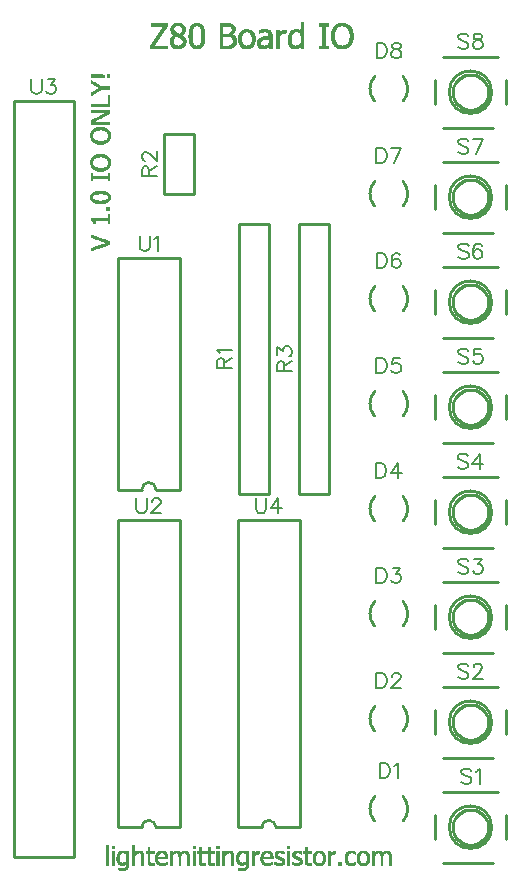
<source format=gbr>
G04 DipTrace 3.2.0.1*
G04 TopSilk.gbr*
%MOMM*%
G04 #@! TF.FileFunction,Legend,Top*
G04 #@! TF.Part,Single*
%ADD10C,0.25*%
%ADD12C,0.0762*%
%ADD47C,0.19608*%
%FSLAX35Y35*%
G04*
G71*
G90*
G75*
G01*
G04 TopSilk*
%LPD*%
X-629920Y-5691020D2*
D10*
G02X-627040Y-5482152I119726J102803D01*
G01*
X-386080Y-5691020D2*
G03X-388960Y-5482152I-119726J102803D01*
G01*
X-629920Y-4929020D2*
G02X-627040Y-4720152I119726J102803D01*
G01*
X-386080Y-4929020D2*
G03X-388960Y-4720152I-119726J102803D01*
G01*
X-629920Y-4040020D2*
G02X-627040Y-3831152I119726J102803D01*
G01*
X-386080Y-4040020D2*
G03X-388960Y-3831152I-119726J102803D01*
G01*
X-629920Y-3151020D2*
G02X-627040Y-2942152I119726J102803D01*
G01*
X-386080Y-3151020D2*
G03X-388960Y-2942152I-119726J102803D01*
G01*
X-629920Y-2262020D2*
G02X-627040Y-2053152I119726J102803D01*
G01*
X-386080Y-2262020D2*
G03X-388960Y-2053152I-119726J102803D01*
G01*
X-629920Y-1373020D2*
G02X-627040Y-1164152I119726J102803D01*
G01*
X-386080Y-1373020D2*
G03X-388960Y-1164152I-119726J102803D01*
G01*
X-629920Y-484020D2*
G02X-627040Y-275152I119726J102803D01*
G01*
X-386080Y-484020D2*
G03X-388960Y-275152I-119726J102803D01*
G01*
X-629920Y404980D2*
G02X-627040Y613848I119726J102803D01*
G01*
X-386080Y404980D2*
G03X-388960Y613848I-119726J102803D01*
G01*
X-1776000Y-2921000D2*
X-1526000D1*
Y-635000D1*
X-1776000D1*
Y-2921000D1*
X-2159000Y126543D2*
Y-380543D1*
X-2413000D2*
X-2159000D1*
X-2413000Y126543D2*
Y-380543D1*
Y126543D2*
X-2159000D1*
X-1268000Y-2921000D2*
X-1018000D1*
Y-635000D1*
X-1268000D1*
Y-2921000D1*
X3010Y-5744000D2*
G02X3010Y-5744000I179990J0D01*
G01*
X413010Y-5443982D2*
X-47010D1*
X-117038Y-5643932D2*
Y-5844006D1*
X-47010Y-6044018D2*
X372994D1*
X483038Y-5844006D2*
Y-5643932D1*
X33022Y-5743969D2*
X33387Y-5733505D1*
X34482Y-5723092D1*
X36299Y-5712780D1*
X38832Y-5702621D1*
X42067Y-5692663D1*
X45988Y-5682955D1*
X50577Y-5673544D1*
X55811Y-5664476D1*
X61665Y-5655796D1*
X68110Y-5647545D1*
X75115Y-5639764D1*
X82645Y-5632491D1*
X90664Y-5625760D1*
X99133Y-5619606D1*
X108011Y-5614057D1*
X117254Y-5609142D1*
X126817Y-5604883D1*
X136654Y-5601302D1*
X146717Y-5598416D1*
X156957Y-5596239D1*
X167323Y-5594782D1*
X177766Y-5594051D1*
X188234D1*
X198677Y-5594782D1*
X209043Y-5596239D1*
X219283Y-5598416D1*
X229346Y-5601302D1*
X239183Y-5604883D1*
X248746Y-5609142D1*
X257989Y-5614057D1*
X266867Y-5619606D1*
X275336Y-5625760D1*
X283355Y-5632491D1*
X290885Y-5639764D1*
X297890Y-5647545D1*
X304335Y-5655796D1*
X310189Y-5664476D1*
X315423Y-5673544D1*
X320012Y-5682955D1*
X323933Y-5692663D1*
X327168Y-5702621D1*
X329701Y-5712780D1*
X331518Y-5723092D1*
X332613Y-5733505D1*
X332978Y-5743969D1*
X332613Y-5754433D1*
X331518Y-5764846D1*
X329701Y-5775158D1*
X327168Y-5785317D1*
X323933Y-5795275D1*
X320012Y-5804983D1*
X315423Y-5814394D1*
X310189Y-5823462D1*
X304335Y-5832142D1*
X297890Y-5840393D1*
X290885Y-5848174D1*
X283355Y-5855447D1*
X275336Y-5862178D1*
X266867Y-5868332D1*
X257989Y-5873881D1*
X248746Y-5878796D1*
X239183Y-5883055D1*
X229346Y-5886636D1*
X219283Y-5889522D1*
X209043Y-5891699D1*
X198677Y-5893156D1*
X188234Y-5893887D1*
X177766D1*
X167323Y-5893156D1*
X156957Y-5891699D1*
X146717Y-5889522D1*
X136654Y-5886636D1*
X126817Y-5883055D1*
X117254Y-5878796D1*
X108011Y-5873881D1*
X99133Y-5868332D1*
X90664Y-5862178D1*
X82645Y-5855447D1*
X75115Y-5848174D1*
X68110Y-5840393D1*
X61665Y-5832142D1*
X55811Y-5823462D1*
X50577Y-5814394D1*
X45988Y-5804983D1*
X42067Y-5795275D1*
X38832Y-5785317D1*
X36299Y-5775158D1*
X34482Y-5764846D1*
X33387Y-5754433D1*
X33022Y-5743969D1*
X3010Y-4855000D2*
G02X3010Y-4855000I179990J0D01*
G01*
X413010Y-4554982D2*
X-47010D1*
X-117038Y-4754932D2*
Y-4955006D1*
X-47010Y-5155018D2*
X372994D1*
X483038Y-4955006D2*
Y-4754932D1*
X33022Y-4854969D2*
X33387Y-4844505D1*
X34482Y-4834092D1*
X36299Y-4823780D1*
X38832Y-4813621D1*
X42067Y-4803663D1*
X45988Y-4793955D1*
X50577Y-4784544D1*
X55811Y-4775476D1*
X61665Y-4766796D1*
X68110Y-4758545D1*
X75115Y-4750764D1*
X82645Y-4743491D1*
X90664Y-4736760D1*
X99133Y-4730606D1*
X108011Y-4725057D1*
X117254Y-4720142D1*
X126817Y-4715883D1*
X136654Y-4712302D1*
X146717Y-4709416D1*
X156957Y-4707239D1*
X167323Y-4705782D1*
X177766Y-4705051D1*
X188234D1*
X198677Y-4705782D1*
X209043Y-4707239D1*
X219283Y-4709416D1*
X229346Y-4712302D1*
X239183Y-4715883D1*
X248746Y-4720142D1*
X257989Y-4725057D1*
X266867Y-4730606D1*
X275336Y-4736760D1*
X283355Y-4743491D1*
X290885Y-4750764D1*
X297890Y-4758545D1*
X304335Y-4766796D1*
X310189Y-4775476D1*
X315423Y-4784544D1*
X320012Y-4793955D1*
X323933Y-4803663D1*
X327168Y-4813621D1*
X329701Y-4823780D1*
X331518Y-4834092D1*
X332613Y-4844505D1*
X332978Y-4854969D1*
X332613Y-4865433D1*
X331518Y-4875846D1*
X329701Y-4886158D1*
X327168Y-4896317D1*
X323933Y-4906275D1*
X320012Y-4915983D1*
X315423Y-4925394D1*
X310189Y-4934462D1*
X304335Y-4943142D1*
X297890Y-4951393D1*
X290885Y-4959174D1*
X283355Y-4966447D1*
X275336Y-4973178D1*
X266867Y-4979332D1*
X257989Y-4984881D1*
X248746Y-4989796D1*
X239183Y-4994055D1*
X229346Y-4997636D1*
X219283Y-5000522D1*
X209043Y-5002699D1*
X198677Y-5004156D1*
X188234Y-5004887D1*
X177766D1*
X167323Y-5004156D1*
X156957Y-5002699D1*
X146717Y-5000522D1*
X136654Y-4997636D1*
X126817Y-4994055D1*
X117254Y-4989796D1*
X108011Y-4984881D1*
X99133Y-4979332D1*
X90664Y-4973178D1*
X82645Y-4966447D1*
X75115Y-4959174D1*
X68110Y-4951393D1*
X61665Y-4943142D1*
X55811Y-4934462D1*
X50577Y-4925394D1*
X45988Y-4915983D1*
X42067Y-4906275D1*
X38832Y-4896317D1*
X36299Y-4886158D1*
X34482Y-4875846D1*
X33387Y-4865433D1*
X33022Y-4854969D1*
X3010Y-3966000D2*
G02X3010Y-3966000I179990J0D01*
G01*
X413010Y-3665982D2*
X-47010D1*
X-117038Y-3865932D2*
Y-4066006D1*
X-47010Y-4266018D2*
X372994D1*
X483038Y-4066006D2*
Y-3865932D1*
X33022Y-3965969D2*
X33387Y-3955505D1*
X34482Y-3945092D1*
X36299Y-3934780D1*
X38832Y-3924621D1*
X42067Y-3914663D1*
X45988Y-3904955D1*
X50577Y-3895544D1*
X55811Y-3886476D1*
X61665Y-3877796D1*
X68110Y-3869545D1*
X75115Y-3861764D1*
X82645Y-3854491D1*
X90664Y-3847760D1*
X99133Y-3841606D1*
X108011Y-3836057D1*
X117254Y-3831142D1*
X126817Y-3826883D1*
X136654Y-3823302D1*
X146717Y-3820416D1*
X156957Y-3818239D1*
X167323Y-3816782D1*
X177766Y-3816051D1*
X188234D1*
X198677Y-3816782D1*
X209043Y-3818239D1*
X219283Y-3820416D1*
X229346Y-3823302D1*
X239183Y-3826883D1*
X248746Y-3831142D1*
X257989Y-3836057D1*
X266867Y-3841606D1*
X275336Y-3847760D1*
X283355Y-3854491D1*
X290885Y-3861764D1*
X297890Y-3869545D1*
X304335Y-3877796D1*
X310189Y-3886476D1*
X315423Y-3895544D1*
X320012Y-3904955D1*
X323933Y-3914663D1*
X327168Y-3924621D1*
X329701Y-3934780D1*
X331518Y-3945092D1*
X332613Y-3955505D1*
X332978Y-3965969D1*
X332613Y-3976433D1*
X331518Y-3986846D1*
X329701Y-3997158D1*
X327168Y-4007317D1*
X323933Y-4017275D1*
X320012Y-4026983D1*
X315423Y-4036394D1*
X310189Y-4045462D1*
X304335Y-4054142D1*
X297890Y-4062393D1*
X290885Y-4070174D1*
X283355Y-4077447D1*
X275336Y-4084178D1*
X266867Y-4090332D1*
X257989Y-4095881D1*
X248746Y-4100796D1*
X239183Y-4105055D1*
X229346Y-4108636D1*
X219283Y-4111522D1*
X209043Y-4113699D1*
X198677Y-4115156D1*
X188234Y-4115887D1*
X177766D1*
X167323Y-4115156D1*
X156957Y-4113699D1*
X146717Y-4111522D1*
X136654Y-4108636D1*
X126817Y-4105055D1*
X117254Y-4100796D1*
X108011Y-4095881D1*
X99133Y-4090332D1*
X90664Y-4084178D1*
X82645Y-4077447D1*
X75115Y-4070174D1*
X68110Y-4062393D1*
X61665Y-4054142D1*
X55811Y-4045462D1*
X50577Y-4036394D1*
X45988Y-4026983D1*
X42067Y-4017275D1*
X38832Y-4007317D1*
X36299Y-3997158D1*
X34482Y-3986846D1*
X33387Y-3976433D1*
X33022Y-3965969D1*
X3010Y-3077000D2*
G02X3010Y-3077000I179990J0D01*
G01*
X413010Y-2776982D2*
X-47010D1*
X-117038Y-2976932D2*
Y-3177006D1*
X-47010Y-3377018D2*
X372994D1*
X483038Y-3177006D2*
Y-2976932D1*
X33022Y-3076969D2*
X33387Y-3066505D1*
X34482Y-3056092D1*
X36299Y-3045780D1*
X38832Y-3035621D1*
X42067Y-3025663D1*
X45988Y-3015955D1*
X50577Y-3006544D1*
X55811Y-2997476D1*
X61665Y-2988796D1*
X68110Y-2980545D1*
X75115Y-2972764D1*
X82645Y-2965491D1*
X90664Y-2958760D1*
X99133Y-2952606D1*
X108011Y-2947057D1*
X117254Y-2942142D1*
X126817Y-2937883D1*
X136654Y-2934302D1*
X146717Y-2931416D1*
X156957Y-2929239D1*
X167323Y-2927782D1*
X177766Y-2927051D1*
X188234D1*
X198677Y-2927782D1*
X209043Y-2929239D1*
X219283Y-2931416D1*
X229346Y-2934302D1*
X239183Y-2937883D1*
X248746Y-2942142D1*
X257989Y-2947057D1*
X266867Y-2952606D1*
X275336Y-2958760D1*
X283355Y-2965491D1*
X290885Y-2972764D1*
X297890Y-2980545D1*
X304335Y-2988796D1*
X310189Y-2997476D1*
X315423Y-3006544D1*
X320012Y-3015955D1*
X323933Y-3025663D1*
X327168Y-3035621D1*
X329701Y-3045780D1*
X331518Y-3056092D1*
X332613Y-3066505D1*
X332978Y-3076969D1*
X332613Y-3087433D1*
X331518Y-3097846D1*
X329701Y-3108158D1*
X327168Y-3118317D1*
X323933Y-3128275D1*
X320012Y-3137983D1*
X315423Y-3147394D1*
X310189Y-3156462D1*
X304335Y-3165142D1*
X297890Y-3173393D1*
X290885Y-3181174D1*
X283355Y-3188447D1*
X275336Y-3195178D1*
X266867Y-3201332D1*
X257989Y-3206881D1*
X248746Y-3211796D1*
X239183Y-3216055D1*
X229346Y-3219636D1*
X219283Y-3222522D1*
X209043Y-3224699D1*
X198677Y-3226156D1*
X188234Y-3226887D1*
X177766D1*
X167323Y-3226156D1*
X156957Y-3224699D1*
X146717Y-3222522D1*
X136654Y-3219636D1*
X126817Y-3216055D1*
X117254Y-3211796D1*
X108011Y-3206881D1*
X99133Y-3201332D1*
X90664Y-3195178D1*
X82645Y-3188447D1*
X75115Y-3181174D1*
X68110Y-3173393D1*
X61665Y-3165142D1*
X55811Y-3156462D1*
X50577Y-3147394D1*
X45988Y-3137983D1*
X42067Y-3128275D1*
X38832Y-3118317D1*
X36299Y-3108158D1*
X34482Y-3097846D1*
X33387Y-3087433D1*
X33022Y-3076969D1*
X3010Y-2188000D2*
G02X3010Y-2188000I179990J0D01*
G01*
X413010Y-1887982D2*
X-47010D1*
X-117038Y-2087932D2*
Y-2288006D1*
X-47010Y-2488018D2*
X372994D1*
X483038Y-2288006D2*
Y-2087932D1*
X33022Y-2187969D2*
X33387Y-2177505D1*
X34482Y-2167092D1*
X36299Y-2156780D1*
X38832Y-2146621D1*
X42067Y-2136663D1*
X45988Y-2126955D1*
X50577Y-2117544D1*
X55811Y-2108476D1*
X61665Y-2099796D1*
X68110Y-2091545D1*
X75115Y-2083764D1*
X82645Y-2076491D1*
X90664Y-2069760D1*
X99133Y-2063606D1*
X108011Y-2058057D1*
X117254Y-2053142D1*
X126817Y-2048883D1*
X136654Y-2045302D1*
X146717Y-2042416D1*
X156957Y-2040239D1*
X167323Y-2038782D1*
X177766Y-2038051D1*
X188234D1*
X198677Y-2038782D1*
X209043Y-2040239D1*
X219283Y-2042416D1*
X229346Y-2045302D1*
X239183Y-2048883D1*
X248746Y-2053142D1*
X257989Y-2058057D1*
X266867Y-2063606D1*
X275336Y-2069760D1*
X283355Y-2076491D1*
X290885Y-2083764D1*
X297890Y-2091545D1*
X304335Y-2099796D1*
X310189Y-2108476D1*
X315423Y-2117544D1*
X320012Y-2126955D1*
X323933Y-2136663D1*
X327168Y-2146621D1*
X329701Y-2156780D1*
X331518Y-2167092D1*
X332613Y-2177505D1*
X332978Y-2187969D1*
X332613Y-2198433D1*
X331518Y-2208846D1*
X329701Y-2219158D1*
X327168Y-2229317D1*
X323933Y-2239275D1*
X320012Y-2248983D1*
X315423Y-2258394D1*
X310189Y-2267462D1*
X304335Y-2276142D1*
X297890Y-2284393D1*
X290885Y-2292174D1*
X283355Y-2299447D1*
X275336Y-2306178D1*
X266867Y-2312332D1*
X257989Y-2317881D1*
X248746Y-2322796D1*
X239183Y-2327055D1*
X229346Y-2330636D1*
X219283Y-2333522D1*
X209043Y-2335699D1*
X198677Y-2337156D1*
X188234Y-2337887D1*
X177766D1*
X167323Y-2337156D1*
X156957Y-2335699D1*
X146717Y-2333522D1*
X136654Y-2330636D1*
X126817Y-2327055D1*
X117254Y-2322796D1*
X108011Y-2317881D1*
X99133Y-2312332D1*
X90664Y-2306178D1*
X82645Y-2299447D1*
X75115Y-2292174D1*
X68110Y-2284393D1*
X61665Y-2276142D1*
X55811Y-2267462D1*
X50577Y-2258394D1*
X45988Y-2248983D1*
X42067Y-2239275D1*
X38832Y-2229317D1*
X36299Y-2219158D1*
X34482Y-2208846D1*
X33387Y-2198433D1*
X33022Y-2187969D1*
X3010Y-1299000D2*
G02X3010Y-1299000I179990J0D01*
G01*
X413010Y-998982D2*
X-47010D1*
X-117038Y-1198932D2*
Y-1399006D1*
X-47010Y-1599018D2*
X372994D1*
X483038Y-1399006D2*
Y-1198932D1*
X33022Y-1298969D2*
X33387Y-1288505D1*
X34482Y-1278092D1*
X36299Y-1267780D1*
X38832Y-1257621D1*
X42067Y-1247663D1*
X45988Y-1237955D1*
X50577Y-1228544D1*
X55811Y-1219476D1*
X61665Y-1210796D1*
X68110Y-1202545D1*
X75115Y-1194764D1*
X82645Y-1187491D1*
X90664Y-1180760D1*
X99133Y-1174606D1*
X108011Y-1169057D1*
X117254Y-1164142D1*
X126817Y-1159883D1*
X136654Y-1156302D1*
X146717Y-1153416D1*
X156957Y-1151239D1*
X167323Y-1149782D1*
X177766Y-1149051D1*
X188234D1*
X198677Y-1149782D1*
X209043Y-1151239D1*
X219283Y-1153416D1*
X229346Y-1156302D1*
X239183Y-1159883D1*
X248746Y-1164142D1*
X257989Y-1169057D1*
X266867Y-1174606D1*
X275336Y-1180760D1*
X283355Y-1187491D1*
X290885Y-1194764D1*
X297890Y-1202545D1*
X304335Y-1210796D1*
X310189Y-1219476D1*
X315423Y-1228544D1*
X320012Y-1237955D1*
X323933Y-1247663D1*
X327168Y-1257621D1*
X329701Y-1267780D1*
X331518Y-1278092D1*
X332613Y-1288505D1*
X332978Y-1298969D1*
X332613Y-1309433D1*
X331518Y-1319846D1*
X329701Y-1330158D1*
X327168Y-1340317D1*
X323933Y-1350275D1*
X320012Y-1359983D1*
X315423Y-1369394D1*
X310189Y-1378462D1*
X304335Y-1387142D1*
X297890Y-1395393D1*
X290885Y-1403174D1*
X283355Y-1410447D1*
X275336Y-1417178D1*
X266867Y-1423332D1*
X257989Y-1428881D1*
X248746Y-1433796D1*
X239183Y-1438055D1*
X229346Y-1441636D1*
X219283Y-1444522D1*
X209043Y-1446699D1*
X198677Y-1448156D1*
X188234Y-1448887D1*
X177766D1*
X167323Y-1448156D1*
X156957Y-1446699D1*
X146717Y-1444522D1*
X136654Y-1441636D1*
X126817Y-1438055D1*
X117254Y-1433796D1*
X108011Y-1428881D1*
X99133Y-1423332D1*
X90664Y-1417178D1*
X82645Y-1410447D1*
X75115Y-1403174D1*
X68110Y-1395393D1*
X61665Y-1387142D1*
X55811Y-1378462D1*
X50577Y-1369394D1*
X45988Y-1359983D1*
X42067Y-1350275D1*
X38832Y-1340317D1*
X36299Y-1330158D1*
X34482Y-1319846D1*
X33387Y-1309433D1*
X33022Y-1298969D1*
X3010Y-410000D2*
G02X3010Y-410000I179990J0D01*
G01*
X413010Y-109982D2*
X-47010D1*
X-117038Y-309932D2*
Y-510006D1*
X-47010Y-710018D2*
X372994D1*
X483038Y-510006D2*
Y-309932D1*
X33022Y-409969D2*
X33387Y-399505D1*
X34482Y-389092D1*
X36299Y-378780D1*
X38832Y-368621D1*
X42067Y-358663D1*
X45988Y-348955D1*
X50577Y-339544D1*
X55811Y-330476D1*
X61665Y-321796D1*
X68110Y-313545D1*
X75115Y-305764D1*
X82645Y-298491D1*
X90664Y-291760D1*
X99133Y-285606D1*
X108011Y-280057D1*
X117254Y-275142D1*
X126817Y-270883D1*
X136654Y-267302D1*
X146717Y-264416D1*
X156957Y-262239D1*
X167323Y-260782D1*
X177766Y-260051D1*
X188234D1*
X198677Y-260782D1*
X209043Y-262239D1*
X219283Y-264416D1*
X229346Y-267302D1*
X239183Y-270883D1*
X248746Y-275142D1*
X257989Y-280057D1*
X266867Y-285606D1*
X275336Y-291760D1*
X283355Y-298491D1*
X290885Y-305764D1*
X297890Y-313545D1*
X304335Y-321796D1*
X310189Y-330476D1*
X315423Y-339544D1*
X320012Y-348955D1*
X323933Y-358663D1*
X327168Y-368621D1*
X329701Y-378780D1*
X331518Y-389092D1*
X332613Y-399505D1*
X332978Y-409969D1*
X332613Y-420433D1*
X331518Y-430846D1*
X329701Y-441158D1*
X327168Y-451317D1*
X323933Y-461275D1*
X320012Y-470983D1*
X315423Y-480394D1*
X310189Y-489462D1*
X304335Y-498142D1*
X297890Y-506393D1*
X290885Y-514174D1*
X283355Y-521447D1*
X275336Y-528178D1*
X266867Y-534332D1*
X257989Y-539881D1*
X248746Y-544796D1*
X239183Y-549055D1*
X229346Y-552636D1*
X219283Y-555522D1*
X209043Y-557699D1*
X198677Y-559156D1*
X188234Y-559887D1*
X177766D1*
X167323Y-559156D1*
X156957Y-557699D1*
X146717Y-555522D1*
X136654Y-552636D1*
X126817Y-549055D1*
X117254Y-544796D1*
X108011Y-539881D1*
X99133Y-534332D1*
X90664Y-528178D1*
X82645Y-521447D1*
X75115Y-514174D1*
X68110Y-506393D1*
X61665Y-498142D1*
X55811Y-489462D1*
X50577Y-480394D1*
X45988Y-470983D1*
X42067Y-461275D1*
X38832Y-451317D1*
X36299Y-441158D1*
X34482Y-430846D1*
X33387Y-420433D1*
X33022Y-409969D1*
X3010Y479000D2*
G02X3010Y479000I179990J0D01*
G01*
X413010Y779018D2*
X-47010D1*
X-117038Y579068D2*
Y378994D1*
X-47010Y178982D2*
X372994D1*
X483038Y378994D2*
Y579068D1*
X33022Y479031D2*
X33387Y489495D1*
X34482Y499908D1*
X36299Y510220D1*
X38832Y520379D1*
X42067Y530337D1*
X45988Y540045D1*
X50577Y549456D1*
X55811Y558524D1*
X61665Y567204D1*
X68110Y575455D1*
X75115Y583236D1*
X82645Y590509D1*
X90664Y597240D1*
X99133Y603394D1*
X108011Y608943D1*
X117254Y613858D1*
X126817Y618117D1*
X136654Y621698D1*
X146717Y624584D1*
X156957Y626761D1*
X167323Y628218D1*
X177766Y628949D1*
X188234D1*
X198677Y628218D1*
X209043Y626761D1*
X219283Y624584D1*
X229346Y621698D1*
X239183Y618117D1*
X248746Y613858D1*
X257989Y608943D1*
X266867Y603394D1*
X275336Y597240D1*
X283355Y590509D1*
X290885Y583236D1*
X297890Y575455D1*
X304335Y567204D1*
X310189Y558524D1*
X315423Y549456D1*
X320012Y540045D1*
X323933Y530337D1*
X327168Y520379D1*
X329701Y510220D1*
X331518Y499908D1*
X332613Y489495D1*
X332978Y479031D1*
X332613Y468567D1*
X331518Y458154D1*
X329701Y447842D1*
X327168Y437683D1*
X323933Y427725D1*
X320012Y418017D1*
X315423Y408606D1*
X310189Y399538D1*
X304335Y390858D1*
X297890Y382607D1*
X290885Y374826D1*
X283355Y367553D1*
X275336Y360822D1*
X266867Y354668D1*
X257989Y349119D1*
X248746Y344204D1*
X239183Y339945D1*
X229346Y336364D1*
X219283Y333478D1*
X209043Y331301D1*
X198677Y329844D1*
X188234Y329113D1*
X177766D1*
X167323Y329844D1*
X156957Y331301D1*
X146717Y333478D1*
X136654Y336364D1*
X126817Y339945D1*
X117254Y344204D1*
X108011Y349119D1*
X99133Y354668D1*
X90664Y360822D1*
X82645Y367553D1*
X75115Y374826D1*
X68110Y382607D1*
X61665Y390858D1*
X55811Y399538D1*
X50577Y408606D1*
X45988Y418017D1*
X42067Y427725D1*
X38832Y437683D1*
X36299Y447842D1*
X34482Y458154D1*
X33387Y468567D1*
X33022Y479031D1*
X-2800011Y-2885000D2*
Y-925000D1*
X-2279989D2*
X-2800011D1*
X-2279989Y-2885000D2*
Y-925000D1*
Y-2885000D2*
X-2479990D1*
X-2800011D2*
X-2600010D1*
X-2479990D2*
G03X-2600010Y-2885000I-60010J-34D01*
G01*
X-2800011Y-5745000D2*
Y-3145000D1*
X-2279989D2*
X-2800011D1*
X-2279989Y-5745000D2*
Y-3145000D1*
Y-5745000D2*
X-2479990D1*
X-2800011D2*
X-2600010D1*
X-2479990D2*
G03X-2600010Y-5745000I-60010J-210D01*
G01*
X-3683000Y-5994000D2*
X-3175000D1*
Y406000D1*
X-3683000D1*
Y-5994000D1*
X-1784011Y-5745000D2*
Y-3145000D1*
X-1263989D2*
X-1784011D1*
X-1263989Y-5745000D2*
Y-3145000D1*
Y-5745000D2*
X-1463990D1*
X-1784011D2*
X-1584010D1*
X-1463990D2*
G03X-1584010Y-5745000I-60010J-210D01*
G01*
X-1256030Y1074420D2*
D12*
X-1233170D1*
X-1256030Y1070610D2*
X-1233170D1*
X-2315210Y1066800D2*
X-2277110D1*
X-2151380D2*
X-2120900D1*
X-1256030D2*
X-1233170D1*
X-924560D2*
X-886460D1*
X-2524760Y1062990D2*
X-2387600D1*
X-2323840D2*
X-2268480D1*
X-2160010D2*
X-2112270D1*
X-1941830D2*
X-1850390D1*
X-1256030D2*
X-1233170D1*
X-1103630D2*
X-1023620D1*
X-935552D2*
X-875939D1*
X-2524760Y1059180D2*
X-2387600D1*
X-2330972D2*
X-2261348D1*
X-2167142D2*
X-2105138D1*
X-1941830D2*
X-1841760D1*
X-1256030D2*
X-1233170D1*
X-1103630D2*
X-1023620D1*
X-944858D2*
X-866728D1*
X-2524760Y1055370D2*
X-2387600D1*
X-2336612D2*
X-2255708D1*
X-2172782D2*
X-2099513D1*
X-1941830D2*
X-1834628D1*
X-1256030D2*
X-1233170D1*
X-1103630D2*
X-1023620D1*
X-952523D2*
X-859379D1*
X-2524760Y1051560D2*
X-2387615D1*
X-2341272D2*
X-2251048D1*
X-2177442D2*
X-2094972D1*
X-1941830D2*
X-1829003D1*
X-1256030D2*
X-1233170D1*
X-1103630D2*
X-1023620D1*
X-959008D2*
X-853664D1*
X-2524760Y1047750D2*
X-2387764D1*
X-2345315D2*
X-2310651D1*
X-2281669D2*
X-2247005D1*
X-2181485D2*
X-2091296D1*
X-1941830D2*
X-1824462D1*
X-1256030D2*
X-1233170D1*
X-1103630D2*
X-1023620D1*
X-964481D2*
X-848965D1*
X-2524760Y1043940D2*
X-2388383D1*
X-2348769D2*
X-2316675D1*
X-2275645D2*
X-2243551D1*
X-2184939D2*
X-2150616D1*
X-2125015D2*
X-2088388D1*
X-1941830D2*
X-1820786D1*
X-1256030D2*
X-1233170D1*
X-1103630D2*
X-1023620D1*
X-968814D2*
X-923208D1*
X-891179D2*
X-844795D1*
X-2418829Y1040130D2*
X-2389796D1*
X-2351571D2*
X-2321627D1*
X-2270708D2*
X-2240749D1*
X-2187741D2*
X-2156521D1*
X-2118535D2*
X-2086002D1*
X-1941830D2*
X-1918970D1*
X-1858315D2*
X-1817893D1*
X-1256030D2*
X-1233170D1*
X-1076960D2*
X-1050290D1*
X-972184D2*
X-931962D1*
X-881968D2*
X-840972D1*
X-2420396Y1036320D2*
X-2391834D1*
X-2353788D2*
X-2325555D1*
X-2266899D2*
X-2238532D1*
X-2189973D2*
X-2161106D1*
X-2113510D2*
X-2083898D1*
X-1941830D2*
X-1918970D1*
X-1851835D2*
X-1815640D1*
X-1256030D2*
X-1233170D1*
X-1076960D2*
X-1050290D1*
X-975094D2*
X-939223D1*
X-874619D2*
X-837593D1*
X-2422796Y1032510D2*
X-2394095D1*
X-2355408D2*
X-2328571D1*
X-2264234D2*
X-2236926D1*
X-2191712D2*
X-2164474D1*
X-2109892D2*
X-2082032D1*
X-1941830D2*
X-1918970D1*
X-1846825D2*
X-1814023D1*
X-1256030D2*
X-1233170D1*
X-1076960D2*
X-1050290D1*
X-977824D2*
X-945113D1*
X-868904D2*
X-834692D1*
X-2425501Y1028700D2*
X-2396526D1*
X-2356478D2*
X-2330877D1*
X-2262356D2*
X-2235991D1*
X-2193133D2*
X-2166955D1*
X-2107186D2*
X-2080459D1*
X-1941830D2*
X-1918970D1*
X-1843340D2*
X-1813083D1*
X-1256030D2*
X-1233170D1*
X-1076960D2*
X-1050290D1*
X-980266D2*
X-949623D1*
X-864220D2*
X-832001D1*
X-2428116Y1024890D2*
X-2399079D1*
X-2357424D2*
X-2332515D1*
X-2260782D2*
X-2235530D1*
X-2194506D2*
X-2168794D1*
X-2105057D2*
X-2079106D1*
X-1941830D2*
X-1918970D1*
X-1840736D2*
X-1812621D1*
X-1256030D2*
X-1233170D1*
X-1076960D2*
X-1050290D1*
X-982448D2*
X-952953D1*
X-860169D2*
X-829472D1*
X-2430709Y1021080D2*
X-2401568D1*
X-2358523D2*
X-2333448D1*
X-2259522D2*
X-2235329D1*
X-2195700D2*
X-2170253D1*
X-2103379D2*
X-2077759D1*
X-1941830D2*
X-1918970D1*
X-1839823D2*
X-1812419D1*
X-1256030D2*
X-1233170D1*
X-1076960D2*
X-1050290D1*
X-984484D2*
X-955527D1*
X-856713D2*
X-827428D1*
X-2433329Y1017270D2*
X-2404092D1*
X-2359448D2*
X-2333779D1*
X-2258761D2*
X-2235247D1*
X-2196580D2*
X-2171639D1*
X-2101988D2*
X-2076590D1*
X-1941830D2*
X-1918970D1*
X-1839328D2*
X-1812337D1*
X-1256045D2*
X-1233170D1*
X-1076960D2*
X-1050290D1*
X-986439D2*
X-957721D1*
X-853910D2*
X-825803D1*
X-2435844Y1013460D2*
X-2406680D1*
X-2359657D2*
X-2333481D1*
X-2258500D2*
X-2235217D1*
X-2197449D2*
X-2172823D1*
X-2100626D2*
X-2075833D1*
X-1941830D2*
X-1918970D1*
X-1839104D2*
X-1812322D1*
X-1732280D2*
X-1697990D1*
X-1587500D2*
X-1541780D1*
X-1313180D2*
X-1278890D1*
X-1256190D2*
X-1233170D1*
X-1076960D2*
X-1050290D1*
X-988353D2*
X-959736D1*
X-851677D2*
X-824201D1*
X-2438377Y1009650D2*
X-2409197D1*
X-2359109D2*
X-2332502D1*
X-2258809D2*
X-2235221D1*
X-2198534D2*
X-2173570D1*
X-2099452D2*
X-2075316D1*
X-1941830D2*
X-1918970D1*
X-1839028D2*
X-1812445D1*
X-1739740D2*
X-1688771D1*
X-1597596D2*
X-1532576D1*
X-1461770D2*
X-1435100D1*
X-1397000D2*
X-1377950D1*
X-1320640D2*
X-1270570D1*
X-1256779D2*
X-1233170D1*
X-1076960D2*
X-1050290D1*
X-990128D2*
X-961672D1*
X-849938D2*
X-822496D1*
X-2440968Y1005840D2*
X-2411843D1*
X-2358283D2*
X-2330921D1*
X-2259664D2*
X-2235351D1*
X-2199582D2*
X-2173969D1*
X-2098708D2*
X-2074658D1*
X-1941830D2*
X-1918970D1*
X-1839128D2*
X-1812941D1*
X-1746723D2*
X-1680694D1*
X-1605382D2*
X-1524633D1*
X-1461770D2*
X-1435070D1*
X-1405660D2*
X-1377950D1*
X-1327623D2*
X-1261613D1*
X-1258081D2*
X-1233170D1*
X-1076960D2*
X-1050290D1*
X-991553D2*
X-963469D1*
X-848517D2*
X-820822D1*
X-2443471Y1002030D2*
X-2414785D1*
X-2357552D2*
X-2328721D1*
X-2260748D2*
X-2235850D1*
X-2200273D2*
X-2174276D1*
X-2098325D2*
X-2073675D1*
X-1941830D2*
X-1918970D1*
X-1839616D2*
X-1813986D1*
X-1752795D2*
X-1674083D1*
X-1608446D2*
X-1518492D1*
X-1461770D2*
X-1434780D1*
X-1413083D2*
X-1377950D1*
X-1333680D2*
X-1233170D1*
X-1076960D2*
X-1050290D1*
X-992544D2*
X-965016D1*
X-847144D2*
X-819455D1*
X-2445999Y998220D2*
X-2417729D1*
X-2356725D2*
X-2325833D1*
X-2261903D2*
X-2236911D1*
X-2200636D2*
X-2174832D1*
X-2098152D2*
X-2072671D1*
X-1941830D2*
X-1918970D1*
X-1840673D2*
X-1815463D1*
X-1757876D2*
X-1668875D1*
X-1609482D2*
X-1514078D1*
X-1461770D2*
X-1434088D1*
X-1419905D2*
X-1377950D1*
X-1338643D2*
X-1233170D1*
X-1076960D2*
X-1050290D1*
X-993460D2*
X-966359D1*
X-845950D2*
X-818601D1*
X-2448589Y994410D2*
X-2420440D1*
X-2355511D2*
X-2322336D1*
X-2263314D2*
X-2238507D1*
X-2200801D2*
X-2175772D1*
X-2098082D2*
X-2071997D1*
X-1941830D2*
X-1918970D1*
X-1842312D2*
X-1817189D1*
X-1762174D2*
X-1664830D1*
X-1610006D2*
X-1510673D1*
X-1461770D2*
X-1431119D1*
X-1427223D2*
X-1377950D1*
X-1342589D2*
X-1233170D1*
X-1076960D2*
X-1050290D1*
X-994564D2*
X-967703D1*
X-845070D2*
X-818042D1*
X-2451092Y990600D2*
X-2423069D1*
X-2353837D2*
X-2318093D1*
X-2265086D2*
X-2240584D1*
X-2200884D2*
X-2176759D1*
X-2098055D2*
X-2071640D1*
X-1941830D2*
X-1918970D1*
X-1844821D2*
X-1819153D1*
X-1765752D2*
X-1728295D1*
X-1698739D2*
X-1661641D1*
X-1610228D2*
X-1582289D1*
X-1547102D2*
X-1507855D1*
X-1461770D2*
X-1377950D1*
X-1345740D2*
X-1308621D1*
X-1276149D2*
X-1233170D1*
X-1076960D2*
X-1050290D1*
X-995618D2*
X-968871D1*
X-844201D2*
X-817367D1*
X-2453619Y986790D2*
X-2425702D1*
X-2351601D2*
X-2312773D1*
X-2267408D2*
X-2242976D1*
X-2201044D2*
X-2177427D1*
X-2098045D2*
X-2071477D1*
X-1941830D2*
X-1918970D1*
X-1848965D2*
X-1821541D1*
X-1768623D2*
X-1735144D1*
X-1692701D2*
X-1658821D1*
X-1610315D2*
X-1594855D1*
X-1538985D2*
X-1505810D1*
X-1461770D2*
X-1377950D1*
X-1348546D2*
X-1314659D1*
X-1267575D2*
X-1233170D1*
X-1076960D2*
X-1050290D1*
X-996312D2*
X-969613D1*
X-843116D2*
X-816378D1*
X-2456209Y982980D2*
X-2428222D1*
X-2348700D2*
X-2306035D1*
X-2270746D2*
X-2245428D1*
X-2201539D2*
X-2177781D1*
X-2098027D2*
X-2071410D1*
X-1941830D2*
X-1918970D1*
X-1855380D2*
X-1824630D1*
X-1770995D2*
X-1740731D1*
X-1687629D2*
X-1656131D1*
X-1610360D2*
X-1606550D1*
X-1532465D2*
X-1504507D1*
X-1461770D2*
X-1396107D1*
X-1351231D2*
X-1319731D1*
X-1260801D2*
X-1233170D1*
X-1076960D2*
X-1050290D1*
X-996676D2*
X-969995D1*
X-842068D2*
X-815372D1*
X-2458726Y979170D2*
X-2430756D1*
X-2345228D2*
X-2297282D1*
X-2275871D2*
X-2248194D1*
X-2202455D2*
X-2177943D1*
X-2097892D2*
X-2071384D1*
X-1941830D2*
X-1918970D1*
X-1863854D2*
X-1828594D1*
X-1773109D2*
X-1744900D1*
X-1683335D2*
X-1653720D1*
X-1529114D2*
X-1503451D1*
X-1461770D2*
X-1410129D1*
X-1353641D2*
X-1324025D1*
X-1257920D2*
X-1233170D1*
X-1076960D2*
X-1050290D1*
X-996841D2*
X-970168D1*
X-841377D2*
X-814697D1*
X-2461373Y975360D2*
X-2433348D1*
X-2341275D2*
X-2286037D1*
X-2283382D2*
X-2251746D1*
X-2203433D2*
X-2178010D1*
X-2097406D2*
X-2071375D1*
X-1941830D2*
X-1833507D1*
X-1775093D2*
X-1748206D1*
X-1679757D2*
X-1651678D1*
X-1527774D2*
X-1502290D1*
X-1461770D2*
X-1420288D1*
X-1355697D2*
X-1327603D1*
X-1256906D2*
X-1233170D1*
X-1076960D2*
X-1050290D1*
X-996909D2*
X-970238D1*
X-841014D2*
X-814340D1*
X-2464315Y971550D2*
X-2435851D1*
X-2337190D2*
X-2256116D1*
X-2204098D2*
X-2178036D1*
X-2096493D2*
X-2071372D1*
X-1941830D2*
X-1838960D1*
X-1777017D2*
X-1750985D1*
X-1676902D2*
X-1650129D1*
X-1527060D2*
X-1501214D1*
X-1461770D2*
X-1428197D1*
X-1357365D2*
X-1330458D1*
X-1256387D2*
X-1233170D1*
X-1076960D2*
X-1050290D1*
X-996936D2*
X-970265D1*
X-840849D2*
X-814177D1*
X-2467259Y967740D2*
X-2438379D1*
X-2333580D2*
X-2260881D1*
X-2204451D2*
X-2178045D1*
X-2095516D2*
X-2071371D1*
X-1941830D2*
X-1833259D1*
X-1778796D2*
X-1753017D1*
X-1674663D2*
X-1649087D1*
X-1526741D2*
X-1500512D1*
X-1461770D2*
X-1432120D1*
X-1358758D2*
X-1332711D1*
X-1256165D2*
X-1233170D1*
X-1076960D2*
X-1050290D1*
X-996945D2*
X-970275D1*
X-840781D2*
X-814110D1*
X-2469970Y963930D2*
X-2440969D1*
X-2330450D2*
X-2265680D1*
X-2204613D2*
X-2178048D1*
X-2094852D2*
X-2071370D1*
X-1941830D2*
X-1827385D1*
X-1780208D2*
X-1754315D1*
X-1673036D2*
X-1648151D1*
X-1526610D2*
X-1500145D1*
X-1461770D2*
X-1433674D1*
X-1360122D2*
X-1334458D1*
X-1256078D2*
X-1233170D1*
X-1076960D2*
X-1050290D1*
X-996948D2*
X-970278D1*
X-840754D2*
X-814084D1*
X-2472599Y960120D2*
X-2443486D1*
X-2336019D2*
X-2259522D1*
X-2204680D2*
X-2178049D1*
X-2094513D2*
X-2071370D1*
X-1941830D2*
X-1822000D1*
X-1781065D2*
X-1755370D1*
X-1671964D2*
X-1647040D1*
X-1526540D2*
X-1499979D1*
X-1461770D2*
X-1434501D1*
X-1361297D2*
X-1335882D1*
X-1256046D2*
X-1233170D1*
X-1076960D2*
X-1050290D1*
X-996949D2*
X-970279D1*
X-840745D2*
X-814075D1*
X-2475232Y956310D2*
X-2446133D1*
X-2340923D2*
X-2314446D1*
X-2308339D2*
X-2253674D1*
X-2204706D2*
X-2178050D1*
X-2094486D2*
X-2071370D1*
X-1941830D2*
X-1817635D1*
X-1781511D2*
X-1756530D1*
X-1671017D2*
X-1645983D1*
X-1548426D2*
X-1499911D1*
X-1461770D2*
X-1434868D1*
X-1362041D2*
X-1337256D1*
X-1256035D2*
X-1233170D1*
X-1076960D2*
X-1050290D1*
X-996950D2*
X-970280D1*
X-840742D2*
X-814072D1*
X-2477752Y952500D2*
X-2449075D1*
X-2345272D2*
X-2320351D1*
X-2298491D2*
X-2248338D1*
X-2204700D2*
X-2178050D1*
X-2094904D2*
X-2071370D1*
X-1941830D2*
X-1918970D1*
X-1854360D2*
X-1814230D1*
X-1781836D2*
X-1757606D1*
X-1669902D2*
X-1645288D1*
X-1567392D2*
X-1499885D1*
X-1461770D2*
X-1435015D1*
X-1362440D2*
X-1338435D1*
X-1256032D2*
X-1233170D1*
X-1076960D2*
X-1050290D1*
X-996950D2*
X-970280D1*
X-840741D2*
X-814071D1*
X-2480286Y948690D2*
X-2452019D1*
X-2349193D2*
X-2324936D1*
X-2289609D2*
X-2243749D1*
X-2204570D2*
X-2178050D1*
X-2095791D2*
X-2071370D1*
X-1941830D2*
X-1918970D1*
X-1847392D2*
X-1811315D1*
X-1782399D2*
X-1758308D1*
X-1668844D2*
X-1644924D1*
X-1582238D2*
X-1499875D1*
X-1461770D2*
X-1435070D1*
X-1362746D2*
X-1339181D1*
X-1256031D2*
X-1233170D1*
X-1076960D2*
X-1050290D1*
X-996950D2*
X-970280D1*
X-840740D2*
X-814070D1*
X-2482878Y944880D2*
X-2454730D1*
X-2352602D2*
X-2328319D1*
X-2281519D2*
X-2239986D1*
X-2204085D2*
X-2178050D1*
X-2096759D2*
X-2071370D1*
X-1941830D2*
X-1918970D1*
X-1841468D2*
X-1808711D1*
X-1783341D2*
X-1758675D1*
X-1668149D2*
X-1644759D1*
X-1593274D2*
X-1499872D1*
X-1461770D2*
X-1435090D1*
X-1363302D2*
X-1339565D1*
X-1256030D2*
X-1233170D1*
X-1076960D2*
X-1050290D1*
X-996950D2*
X-970280D1*
X-840755D2*
X-814085D1*
X-2485381Y941070D2*
X-2457359D1*
X-2355389D2*
X-2330919D1*
X-2274281D2*
X-2237038D1*
X-2203173D2*
X-2178050D1*
X-2097420D2*
X-2071370D1*
X-1941830D2*
X-1918970D1*
X-1836992D2*
X-1806751D1*
X-1784328D2*
X-1758841D1*
X-1667784D2*
X-1644691D1*
X-1601406D2*
X-1499871D1*
X-1461770D2*
X-1435097D1*
X-1364242D2*
X-1339737D1*
X-1256030D2*
X-1233170D1*
X-1076960D2*
X-1050290D1*
X-996950D2*
X-970280D1*
X-840889D2*
X-814219D1*
X-2487909Y937260D2*
X-2459992D1*
X-2357616D2*
X-2333110D1*
X-2268250D2*
X-2234759D1*
X-2202196D2*
X-2178050D1*
X-2097772D2*
X-2071370D1*
X-1941830D2*
X-1918970D1*
X-1833973D2*
X-1805480D1*
X-1784996D2*
X-1758909D1*
X-1667619D2*
X-1644664D1*
X-1607340D2*
X-1499870D1*
X-1461770D2*
X-1435099D1*
X-1365229D2*
X-1339808D1*
X-1256030D2*
X-1233170D1*
X-1076960D2*
X-1050290D1*
X-996935D2*
X-970265D1*
X-841374D2*
X-814704D1*
X-2490499Y933450D2*
X-2462512D1*
X-2359353D2*
X-2334995D1*
X-2263734D2*
X-2233115D1*
X-2201532D2*
X-2178035D1*
X-2097933D2*
X-2071370D1*
X-1941830D2*
X-1918970D1*
X-1831933D2*
X-1804435D1*
X-1785336D2*
X-1758935D1*
X-1667551D2*
X-1644655D1*
X-1611570D2*
X-1542275D1*
X-1526540D2*
X-1499870D1*
X-1461770D2*
X-1435100D1*
X-1365882D2*
X-1339835D1*
X-1256030D2*
X-1233170D1*
X-1076960D2*
X-1050290D1*
X-996801D2*
X-970131D1*
X-842287D2*
X-815617D1*
X-2493002Y929640D2*
X-2465046D1*
X-2360773D2*
X-2336446D1*
X-2260700D2*
X-2232037D1*
X-2201178D2*
X-2177901D1*
X-2098000D2*
X-2071385D1*
X-1941830D2*
X-1918970D1*
X-1830292D2*
X-1803278D1*
X-1785364D2*
X-1758945D1*
X-1667524D2*
X-1644652D1*
X-1614874D2*
X-1561343D1*
X-1526540D2*
X-1499870D1*
X-1461770D2*
X-1435100D1*
X-1366102D2*
X-1339845D1*
X-1256030D2*
X-1233170D1*
X-1076960D2*
X-1050290D1*
X-996316D2*
X-969646D1*
X-843279D2*
X-816594D1*
X-2495529Y925830D2*
X-2467638D1*
X-2362147D2*
X-2337317D1*
X-2258655D2*
X-2231088D1*
X-2201017D2*
X-2177416D1*
X-2098026D2*
X-2071519D1*
X-1941830D2*
X-1918970D1*
X-1829006D2*
X-1802203D1*
X-1784946D2*
X-1758948D1*
X-1667530D2*
X-1644651D1*
X-1617645D2*
X-1574782D1*
X-1526540D2*
X-1499870D1*
X-1461770D2*
X-1435100D1*
X-1365779D2*
X-1339848D1*
X-1256030D2*
X-1233170D1*
X-1076960D2*
X-1050290D1*
X-995403D2*
X-968718D1*
X-844077D2*
X-817273D1*
X-2498119Y922020D2*
X-2470141D1*
X-2363325D2*
X-2337753D1*
X-2257012D2*
X-2229972D1*
X-2200935D2*
X-2176503D1*
X-2098035D2*
X-2072004D1*
X-1941830D2*
X-1918970D1*
X-1828221D2*
X-1801502D1*
X-1784059D2*
X-1758935D1*
X-1667660D2*
X-1644650D1*
X-1619671D2*
X-1583625D1*
X-1526540D2*
X-1499870D1*
X-1461770D2*
X-1435100D1*
X-1364933D2*
X-1339849D1*
X-1256030D2*
X-1233170D1*
X-1076960D2*
X-1050290D1*
X-994411D2*
X-967607D1*
X-844916D2*
X-817760D1*
X-2500636Y918210D2*
X-2472669D1*
X-2364071D2*
X-2337946D1*
X-2255727D2*
X-2228914D1*
X-2200775D2*
X-2175526D1*
X-2098053D2*
X-2072917D1*
X-1941830D2*
X-1918970D1*
X-1827823D2*
X-1801150D1*
X-1783091D2*
X-1758801D1*
X-1668145D2*
X-1644665D1*
X-1620967D2*
X-1589600D1*
X-1526540D2*
X-1499870D1*
X-1461770D2*
X-1435100D1*
X-1363982D2*
X-1339835D1*
X-1256030D2*
X-1233170D1*
X-1076960D2*
X-1050290D1*
X-993613D2*
X-966443D1*
X-846005D2*
X-818422D1*
X-2503283Y914400D2*
X-2475259D1*
X-2364455D2*
X-2338024D1*
X-2254941D2*
X-2228233D1*
X-2200281D2*
X-2174847D1*
X-2098188D2*
X-2073894D1*
X-1941830D2*
X-1918970D1*
X-1827660D2*
X-1801118D1*
X-1782430D2*
X-1758316D1*
X-1669057D2*
X-1644799D1*
X-1622021D2*
X-1593739D1*
X-1526540D2*
X-1499870D1*
X-1461770D2*
X-1435100D1*
X-1363327D2*
X-1339701D1*
X-1256030D2*
X-1233170D1*
X-1076960D2*
X-1050290D1*
X-992759D2*
X-965043D1*
X-847183D2*
X-819536D1*
X-2506225Y910590D2*
X-2477776D1*
X-2364613D2*
X-2338039D1*
X-2254557D2*
X-2228003D1*
X-2199365D2*
X-2174360D1*
X-2098674D2*
X-2074573D1*
X-1941830D2*
X-1918970D1*
X-1827722D2*
X-1801535D1*
X-1782063D2*
X-1757388D1*
X-1670049D2*
X-1645284D1*
X-1623180D2*
X-1596833D1*
X-1526540D2*
X-1499870D1*
X-1461770D2*
X-1435100D1*
X-1362962D2*
X-1339216D1*
X-1256030D2*
X-1233170D1*
X-1076960D2*
X-1050290D1*
X-991551D2*
X-963404D1*
X-848373D2*
X-821024D1*
X-2509169Y906780D2*
X-2480423D1*
X-2364549D2*
X-2337916D1*
X-2254514D2*
X-2228323D1*
X-2198372D2*
X-2173712D1*
X-2099602D2*
X-2075060D1*
X-1941830D2*
X-1918970D1*
X-1828194D2*
X-1802421D1*
X-1781768D2*
X-1756277D1*
X-1670847D2*
X-1646197D1*
X-1624256D2*
X-1597913D1*
X-1526540D2*
X-1499870D1*
X-1461770D2*
X-1435100D1*
X-1362667D2*
X-1338288D1*
X-1256030D2*
X-1233170D1*
X-1076960D2*
X-1050290D1*
X-990007D2*
X-961611D1*
X-849797D2*
X-822625D1*
X-2511880Y902970D2*
X-2483365D1*
X-2364091D2*
X-2337419D1*
X-2254942D2*
X-2229168D1*
X-2197573D2*
X-2172718D1*
X-2100713D2*
X-2075708D1*
X-1941830D2*
X-1918970D1*
X-1829246D2*
X-1803404D1*
X-1781201D2*
X-1755113D1*
X-1671701D2*
X-1647189D1*
X-1624943D2*
X-1598497D1*
X-1526555D2*
X-1499870D1*
X-1461770D2*
X-1435100D1*
X-1362115D2*
X-1337177D1*
X-1256045D2*
X-1233170D1*
X-1076960D2*
X-1050290D1*
X-988270D2*
X-959636D1*
X-851573D2*
X-824107D1*
X-2514509Y899160D2*
X-2486309D1*
X-2363173D2*
X-2336359D1*
X-2255961D2*
X-2230133D1*
X-2196734D2*
X-2171582D1*
X-2101877D2*
X-2076702D1*
X-1941830D2*
X-1918970D1*
X-1830854D2*
X-1804199D1*
X-1780129D2*
X-1753713D1*
X-1672924D2*
X-1647987D1*
X-1625176D2*
X-1598746D1*
X-1526704D2*
X-1499870D1*
X-1461770D2*
X-1435100D1*
X-1361162D2*
X-1336013D1*
X-1256194D2*
X-1233170D1*
X-1076960D2*
X-1050290D1*
X-986430D2*
X-957387D1*
X-853853D2*
X-825554D1*
X-2517142Y895350D2*
X-2489020D1*
X-2362066D2*
X-2334748D1*
X-2257428D2*
X-2230922D1*
X-2195645D2*
X-2170407D1*
X-2103277D2*
X-2077838D1*
X-1941830D2*
X-1918970D1*
X-1833079D2*
X-1805051D1*
X-1778642D2*
X-1752074D1*
X-1674602D2*
X-1648841D1*
X-1624856D2*
X-1598719D1*
X-1527338D2*
X-1499870D1*
X-1461770D2*
X-1435100D1*
X-1360042D2*
X-1334613D1*
X-1256843D2*
X-1233170D1*
X-1076960D2*
X-1050290D1*
X-984540D2*
X-954911D1*
X-856756D2*
X-827388D1*
X-2519662Y891540D2*
X-2491649D1*
X-2360902D2*
X-2332537D1*
X-2259165D2*
X-2231772D1*
X-2194467D2*
X-2168990D1*
X-2104931D2*
X-2079013D1*
X-1941830D2*
X-1918970D1*
X-1836119D2*
X-1806274D1*
X-1776928D2*
X-1750266D1*
X-1676839D2*
X-1650049D1*
X-1623997D2*
X-1598259D1*
X-1528900D2*
X-1499870D1*
X-1461770D2*
X-1435100D1*
X-1358874D2*
X-1332959D1*
X-1258076D2*
X-1233170D1*
X-1076960D2*
X-1050290D1*
X-982522D2*
X-952313D1*
X-860130D2*
X-829613D1*
X-2522196Y887730D2*
X-2494282D1*
X-2359503D2*
X-2329645D1*
X-2261278D2*
X-2232994D1*
X-2193277D2*
X-2167201D1*
X-2106873D2*
X-2080416D1*
X-1941830D2*
X-1918970D1*
X-1840252D2*
X-1807952D1*
X-1775096D2*
X-1748127D1*
X-1679740D2*
X-1651593D1*
X-1622913D2*
X-1597197D1*
X-1531572D2*
X-1499870D1*
X-1461770D2*
X-1435100D1*
X-1357473D2*
X-1331017D1*
X-1261451D2*
X-1233170D1*
X-1076960D2*
X-1050290D1*
X-980257D2*
X-949156D1*
X-863905D2*
X-831965D1*
X-2524773Y883920D2*
X-2496816D1*
X-2357864D2*
X-2326042D1*
X-2263805D2*
X-2234672D1*
X-2191853D2*
X-2164684D1*
X-2109586D2*
X-2082056D1*
X-1941830D2*
X-1918970D1*
X-1846040D2*
X-1810189D1*
X-1773208D2*
X-1745587D1*
X-1683346D2*
X-1653345D1*
X-1621758D2*
X-1595338D1*
X-1535499D2*
X-1499870D1*
X-1461770D2*
X-1435100D1*
X-1355834D2*
X-1328304D1*
X-1266023D2*
X-1233170D1*
X-1076960D2*
X-1050290D1*
X-977789D2*
X-944759D1*
X-868538D2*
X-834559D1*
X-2527142Y880110D2*
X-2499474D1*
X-2356071D2*
X-2320784D1*
X-2269749D2*
X-2236909D1*
X-2190077D2*
X-2161333D1*
X-2113226D2*
X-2083849D1*
X-1941830D2*
X-1918970D1*
X-1853822D2*
X-1813075D1*
X-1771177D2*
X-1739642D1*
X-1688605D2*
X-1655318D1*
X-1620361D2*
X-1592700D1*
X-1541603D2*
X-1499870D1*
X-1461770D2*
X-1435100D1*
X-1354041D2*
X-1324664D1*
X-1272700D2*
X-1233170D1*
X-1076960D2*
X-1050290D1*
X-975308D2*
X-937927D1*
X-875658D2*
X-837608D1*
X-2529170Y876300D2*
X-2502492D1*
X-2354081D2*
X-2311401D1*
X-2279875D2*
X-2239795D1*
X-2187797D2*
X-2152117D1*
X-2123093D2*
X-2085839D1*
X-1941830D2*
X-1918970D1*
X-1863196D2*
X-1816443D1*
X-1768778D2*
X-1729516D1*
X-1697989D2*
X-1657695D1*
X-1618723D2*
X-1583256D1*
X-1551948D2*
X-1499870D1*
X-1461770D2*
X-1435100D1*
X-1352051D2*
X-1314797D1*
X-1283675D2*
X-1233170D1*
X-1076960D2*
X-1050290D1*
X-972532D2*
X-925845D1*
X-888221D2*
X-841028D1*
X-2530698Y872490D2*
X-2383790D1*
X-2351684D2*
X-2296068D1*
X-2295788D2*
X-2243163D1*
X-2184894D2*
X-2138063D1*
X-2137638D2*
X-2088221D1*
X-1941830D2*
X-1820202D1*
X-1765825D2*
X-1713602D1*
X-1713322D2*
X-1660655D1*
X-1616931D2*
X-1568146D1*
X-1567993D2*
X-1499870D1*
X-1461770D2*
X-1435100D1*
X-1349669D2*
X-1300252D1*
X-1300506D2*
X-1233170D1*
X-1103630D2*
X-1023620D1*
X-968963D2*
X-906442D1*
X-908042D2*
X-844678D1*
X-2531605Y868680D2*
X-2383790D1*
X-2348588D2*
X-2246922D1*
X-2181520D2*
X-2091183D1*
X-1941830D2*
X-1824595D1*
X-1762431D2*
X-1664179D1*
X-1614926D2*
X-1499870D1*
X-1461770D2*
X-1435100D1*
X-1346707D2*
X-1233170D1*
X-1103630D2*
X-1023620D1*
X-964475D2*
X-848581D1*
X-2532055Y864870D2*
X-2383790D1*
X-2344562D2*
X-2251300D1*
X-2177745D2*
X-2094724D1*
X-1941830D2*
X-1830211D1*
X-1758648D2*
X-1668446D1*
X-1612395D2*
X-1534779D1*
X-1526540D2*
X-1499870D1*
X-1461770D2*
X-1435100D1*
X-1343181D2*
X-1264399D1*
X-1256030D2*
X-1233170D1*
X-1103630D2*
X-1023620D1*
X-959196D2*
X-853147D1*
X-2532253Y861060D2*
X-2383790D1*
X-2339252D2*
X-2256771D1*
X-2173236D2*
X-2099121D1*
X-1941830D2*
X-1837708D1*
X-1754137D2*
X-1673870D1*
X-1608814D2*
X-1539824D1*
X-1526540D2*
X-1499870D1*
X-1461770D2*
X-1435100D1*
X-1338929D2*
X-1269790D1*
X-1256030D2*
X-1233170D1*
X-1103630D2*
X-1023620D1*
X-952955D2*
X-859127D1*
X-2532336Y857250D2*
X-2383790D1*
X-2332411D2*
X-2263679D1*
X-2167334D2*
X-2104975D1*
X-1941830D2*
X-1847278D1*
X-1748235D2*
X-1680760D1*
X-1603905D2*
X-1545808D1*
X-1526540D2*
X-1499870D1*
X-1461770D2*
X-1435100D1*
X-1333664D2*
X-1276130D1*
X-1256030D2*
X-1233170D1*
X-1103630D2*
X-1023620D1*
X-945121D2*
X-866987D1*
X-2532380Y853440D2*
X-2383790D1*
X-2324170D2*
X-2271946D1*
X-2159796D2*
X-2112494D1*
X-1941830D2*
X-1858010D1*
X-1740696D2*
X-1689020D1*
X-1597858D2*
X-1552948D1*
X-1526540D2*
X-1499870D1*
X-1461770D2*
X-1435100D1*
X-1327448D2*
X-1283102D1*
X-1256030D2*
X-1233170D1*
X-1103630D2*
X-1023620D1*
X-935389D2*
X-876391D1*
X-2315210Y849630D2*
X-2280920D1*
X-2151380D2*
X-2120900D1*
X-1732280D2*
X-1697990D1*
X-1591310D2*
X-1560830D1*
X-1320800D2*
X-1290320D1*
X-924560D2*
X-886460D1*
X-2905760Y-5895340D2*
X-2886710D1*
X-2680970D2*
X-2661920D1*
X-2905760Y-5899150D2*
X-2886710D1*
X-2680970D2*
X-2661920D1*
X-2905760Y-5902960D2*
X-2886710D1*
X-2856230D2*
X-2837180D1*
X-2680970D2*
X-2661920D1*
X-2170430D2*
X-2151380D1*
X-1968500D2*
X-1949450D1*
X-1370330D2*
X-1351280D1*
X-2905760Y-5906770D2*
X-2886710D1*
X-2856230D2*
X-2837180D1*
X-2680970D2*
X-2661920D1*
X-2170430D2*
X-2151380D1*
X-1968500D2*
X-1949450D1*
X-1370330D2*
X-1351280D1*
X-2905760Y-5910580D2*
X-2886710D1*
X-2856230D2*
X-2837180D1*
X-2680970D2*
X-2661920D1*
X-2551430D2*
X-2536190D1*
X-2170430D2*
X-2151380D1*
X-2117090D2*
X-2101850D1*
X-2040890D2*
X-2025650D1*
X-1968500D2*
X-1949450D1*
X-1370330D2*
X-1351280D1*
X-1217930D2*
X-1202690D1*
X-2905760Y-5914390D2*
X-2886710D1*
X-2856230D2*
X-2837180D1*
X-2680970D2*
X-2661920D1*
X-2551430D2*
X-2536190D1*
X-2170430D2*
X-2151380D1*
X-2117090D2*
X-2101850D1*
X-2040890D2*
X-2025650D1*
X-1968500D2*
X-1949450D1*
X-1370330D2*
X-1351280D1*
X-1217930D2*
X-1202690D1*
X-2905760Y-5918200D2*
X-2886710D1*
X-2856230D2*
X-2837180D1*
X-2680970D2*
X-2661920D1*
X-2551430D2*
X-2536190D1*
X-2170430D2*
X-2151380D1*
X-2117090D2*
X-2101850D1*
X-2040890D2*
X-2025650D1*
X-1968500D2*
X-1949450D1*
X-1370330D2*
X-1351280D1*
X-1217930D2*
X-1202690D1*
X-2905760Y-5922010D2*
X-2886710D1*
X-2856230D2*
X-2837180D1*
X-2680970D2*
X-2661920D1*
X-2551430D2*
X-2536190D1*
X-2170430D2*
X-2151380D1*
X-2117090D2*
X-2101850D1*
X-2040890D2*
X-2025650D1*
X-1968500D2*
X-1949450D1*
X-1370330D2*
X-1351280D1*
X-1217930D2*
X-1202690D1*
X-2905760Y-5925820D2*
X-2886710D1*
X-2680970D2*
X-2661920D1*
X-2551430D2*
X-2536190D1*
X-2117090D2*
X-2101850D1*
X-2040890D2*
X-2025650D1*
X-1217930D2*
X-1202690D1*
X-2905760Y-5929630D2*
X-2886710D1*
X-2680970D2*
X-2661920D1*
X-2551430D2*
X-2536190D1*
X-2117090D2*
X-2101850D1*
X-2040890D2*
X-2025650D1*
X-1217930D2*
X-1202690D1*
X-2905760Y-5933440D2*
X-2886710D1*
X-2680970D2*
X-2661920D1*
X-2551430D2*
X-2536190D1*
X-2117090D2*
X-2101850D1*
X-2040890D2*
X-2025650D1*
X-1217930D2*
X-1202690D1*
X-2905760Y-5937250D2*
X-2886710D1*
X-2680970D2*
X-2661920D1*
X-2551430D2*
X-2536190D1*
X-2117090D2*
X-2101850D1*
X-2040890D2*
X-2025650D1*
X-1217930D2*
X-1202690D1*
X-2905760Y-5941060D2*
X-2886710D1*
X-2776220D2*
X-2749550D1*
X-2680970D2*
X-2661905D1*
X-2635250D2*
X-2612390D1*
X-2551430D2*
X-2536190D1*
X-2444750D2*
X-2418080D1*
X-2319020D2*
X-2296160D1*
X-2246630D2*
X-2223770D1*
X-2117090D2*
X-2101850D1*
X-2040890D2*
X-2025650D1*
X-1873250D2*
X-1850390D1*
X-1762760D2*
X-1736090D1*
X-1553210D2*
X-1526540D1*
X-1446530D2*
X-1416050D1*
X-1297940D2*
X-1267460D1*
X-1217930D2*
X-1202690D1*
X-1115060D2*
X-1084580D1*
X-840740D2*
X-814070D1*
X-741680D2*
X-711200D1*
X-608330D2*
X-585470D1*
X-535940D2*
X-513080D1*
X-2905760Y-5944870D2*
X-2886710D1*
X-2856230D2*
X-2837180D1*
X-2783091D2*
X-2736334D1*
X-2730500D2*
X-2715260D1*
X-2680970D2*
X-2661760D1*
X-2642278D2*
X-2606821D1*
X-2566670D2*
X-2498090D1*
X-2453380D2*
X-2410753D1*
X-2360930D2*
X-2341880D1*
X-2324745D2*
X-2290576D1*
X-2253516D2*
X-2218346D1*
X-2170430D2*
X-2151380D1*
X-2132330D2*
X-2063750D1*
X-2056130D2*
X-1987550D1*
X-1968500D2*
X-1949450D1*
X-1918970D2*
X-1899920D1*
X-1880278D2*
X-1844821D1*
X-1769631D2*
X-1722874D1*
X-1717040D2*
X-1701800D1*
X-1667510D2*
X-1648460D1*
X-1621790D2*
X-1606550D1*
X-1561840D2*
X-1519213D1*
X-1453857D2*
X-1408169D1*
X-1370330D2*
X-1351280D1*
X-1305267D2*
X-1259579D1*
X-1233170D2*
X-1164590D1*
X-1121931D2*
X-1077709D1*
X-1023620D2*
X-1004570D1*
X-977900D2*
X-962660D1*
X-849370D2*
X-806189D1*
X-748551D2*
X-704329D1*
X-650240D2*
X-631190D1*
X-614055D2*
X-579886D1*
X-542826D2*
X-507656D1*
X-2905760Y-5948680D2*
X-2886710D1*
X-2856230D2*
X-2837180D1*
X-2789115D2*
X-2715260D1*
X-2680970D2*
X-2661171D1*
X-2648922D2*
X-2601932D1*
X-2566670D2*
X-2498090D1*
X-2460498D2*
X-2404769D1*
X-2360930D2*
X-2341180D1*
X-2330245D2*
X-2285527D1*
X-2259700D2*
X-2213945D1*
X-2170430D2*
X-2151380D1*
X-2132330D2*
X-2063750D1*
X-2056130D2*
X-1987550D1*
X-1968500D2*
X-1949450D1*
X-1918970D2*
X-1899220D1*
X-1886922D2*
X-1839932D1*
X-1775655D2*
X-1701800D1*
X-1667510D2*
X-1648304D1*
X-1628818D2*
X-1606550D1*
X-1568958D2*
X-1513229D1*
X-1459841D2*
X-1401715D1*
X-1370330D2*
X-1351280D1*
X-1311251D2*
X-1253125D1*
X-1233170D2*
X-1164590D1*
X-1127969D2*
X-1071685D1*
X-1023620D2*
X-1004414D1*
X-984928D2*
X-962660D1*
X-856502D2*
X-799735D1*
X-754589D2*
X-698305D1*
X-650240D2*
X-630490D1*
X-619555D2*
X-574837D1*
X-549010D2*
X-503255D1*
X-2905760Y-5952490D2*
X-2886710D1*
X-2856230D2*
X-2837180D1*
X-2794067D2*
X-2715260D1*
X-2680970D2*
X-2659869D1*
X-2655398D2*
X-2597717D1*
X-2566670D2*
X-2498090D1*
X-2466003D2*
X-2399985D1*
X-2360930D2*
X-2339843D1*
X-2335940D2*
X-2280573D1*
X-2265378D2*
X-2210644D1*
X-2170430D2*
X-2151380D1*
X-2132330D2*
X-2063750D1*
X-2056130D2*
X-1987550D1*
X-1968500D2*
X-1949450D1*
X-1918970D2*
X-1897883D1*
X-1893398D2*
X-1835717D1*
X-1780607D2*
X-1701800D1*
X-1667510D2*
X-1647712D1*
X-1635462D2*
X-1606550D1*
X-1574463D2*
X-1508445D1*
X-1464610D2*
X-1398874D1*
X-1370330D2*
X-1351280D1*
X-1316020D2*
X-1250284D1*
X-1233170D2*
X-1164590D1*
X-1133041D2*
X-1066733D1*
X-1023620D2*
X-1003822D1*
X-991572D2*
X-962660D1*
X-862127D2*
X-796894D1*
X-759661D2*
X-693353D1*
X-650240D2*
X-629153D1*
X-625250D2*
X-569883D1*
X-554688D2*
X-499954D1*
X-2905760Y-5956300D2*
X-2886710D1*
X-2856230D2*
X-2837180D1*
X-2797995D2*
X-2715260D1*
X-2680970D2*
X-2594296D1*
X-2566670D2*
X-2498090D1*
X-2470177D2*
X-2396185D1*
X-2360930D2*
X-2275206D1*
X-2271139D2*
X-2208199D1*
X-2170430D2*
X-2151380D1*
X-2132330D2*
X-2063750D1*
X-2056130D2*
X-1987550D1*
X-1968500D2*
X-1949450D1*
X-1918970D2*
X-1832296D1*
X-1784535D2*
X-1701800D1*
X-1667510D2*
X-1646409D1*
X-1641938D2*
X-1606550D1*
X-1578637D2*
X-1504645D1*
X-1468291D2*
X-1397867D1*
X-1370330D2*
X-1351280D1*
X-1319701D2*
X-1249280D1*
X-1233170D2*
X-1164590D1*
X-1137335D2*
X-1062805D1*
X-1023620D2*
X-1002519D1*
X-998048D2*
X-962660D1*
X-866668D2*
X-795890D1*
X-763955D2*
X-689425D1*
X-650240D2*
X-564516D1*
X-560449D2*
X-497509D1*
X-2905760Y-5960110D2*
X-2886710D1*
X-2856230D2*
X-2837180D1*
X-2801026D2*
X-2771661D1*
X-2747398D2*
X-2715260D1*
X-2680970D2*
X-2637693D1*
X-2616215D2*
X-2591918D1*
X-2566670D2*
X-2498090D1*
X-2473308D2*
X-2447796D1*
X-2418974D2*
X-2393237D1*
X-2360930D2*
X-2322211D1*
X-2300130D2*
X-2253501D1*
X-2232742D2*
X-2206487D1*
X-2170430D2*
X-2151380D1*
X-2132330D2*
X-2063750D1*
X-2056130D2*
X-1987550D1*
X-1968500D2*
X-1949450D1*
X-1918970D2*
X-1875693D1*
X-1854215D2*
X-1829918D1*
X-1787566D2*
X-1758201D1*
X-1733938D2*
X-1701800D1*
X-1667510D2*
X-1606550D1*
X-1581768D2*
X-1556256D1*
X-1527434D2*
X-1501697D1*
X-1470887D2*
X-1445621D1*
X-1416050D2*
X-1397330D1*
X-1370330D2*
X-1351280D1*
X-1322297D2*
X-1297031D1*
X-1268160D2*
X-1248764D1*
X-1233170D2*
X-1164590D1*
X-1140913D2*
X-1114166D1*
X-1089139D2*
X-1059774D1*
X-1023620D2*
X-962660D1*
X-870344D2*
X-839991D1*
X-814070D2*
X-795374D1*
X-767533D2*
X-740786D1*
X-715759D2*
X-686394D1*
X-650240D2*
X-611521D1*
X-589440D2*
X-542811D1*
X-522052D2*
X-495797D1*
X-2905760Y-5963920D2*
X-2886710D1*
X-2856230D2*
X-2837180D1*
X-2803465D2*
X-2777685D1*
X-2739768D2*
X-2715260D1*
X-2680970D2*
X-2646299D1*
X-2612554D2*
X-2590460D1*
X-2551430D2*
X-2536190D1*
X-2475785D2*
X-2453701D1*
X-2413439D2*
X-2390963D1*
X-2360930D2*
X-2328589D1*
X-2296957D2*
X-2259525D1*
X-2227798D2*
X-2205382D1*
X-2170430D2*
X-2151380D1*
X-2117090D2*
X-2101850D1*
X-2040890D2*
X-2025650D1*
X-1968500D2*
X-1949450D1*
X-1918970D2*
X-1884299D1*
X-1850554D2*
X-1828460D1*
X-1790005D2*
X-1764225D1*
X-1726308D2*
X-1701800D1*
X-1667510D2*
X-1606550D1*
X-1584245D2*
X-1562161D1*
X-1521899D2*
X-1499423D1*
X-1472734D2*
X-1451022D1*
X-1404620D2*
X-1397000D1*
X-1370330D2*
X-1351280D1*
X-1324144D2*
X-1302432D1*
X-1258067D2*
X-1248536D1*
X-1217930D2*
X-1202690D1*
X-1143768D2*
X-1119701D1*
X-1083115D2*
X-1057335D1*
X-1023620D2*
X-962660D1*
X-873237D2*
X-846015D1*
X-806450D2*
X-795146D1*
X-770388D2*
X-746321D1*
X-709735D2*
X-683955D1*
X-650240D2*
X-617899D1*
X-586267D2*
X-548835D1*
X-517108D2*
X-494692D1*
X-2905760Y-5967730D2*
X-2886710D1*
X-2856230D2*
X-2837180D1*
X-2805590D2*
X-2782637D1*
X-2734081D2*
X-2715260D1*
X-2680970D2*
X-2652939D1*
X-2609378D2*
X-2589340D1*
X-2551430D2*
X-2536190D1*
X-2477923D2*
X-2458286D1*
X-2409415D2*
X-2389322D1*
X-2360930D2*
X-2333954D1*
X-2294680D2*
X-2264462D1*
X-2224333D2*
X-2204423D1*
X-2170430D2*
X-2151380D1*
X-2117090D2*
X-2101850D1*
X-2040890D2*
X-2025650D1*
X-1968500D2*
X-1949450D1*
X-1918970D2*
X-1890939D1*
X-1847378D2*
X-1827340D1*
X-1792130D2*
X-1769177D1*
X-1720621D2*
X-1701800D1*
X-1667510D2*
X-1621030D1*
X-1586383D2*
X-1566746D1*
X-1517875D2*
X-1497782D1*
X-1474296D2*
X-1455176D1*
X-1370330D2*
X-1351280D1*
X-1325706D2*
X-1306586D1*
X-1248410D2*
D3*
X-1217930D2*
X-1202690D1*
X-1146021D2*
X-1123740D1*
X-1078178D2*
X-1055210D1*
X-1023620D2*
X-977140D1*
X-875504D2*
X-850967D1*
X-798830D2*
X-795020D1*
X-772641D2*
X-750360D1*
X-704798D2*
X-681830D1*
X-650240D2*
X-623264D1*
X-583990D2*
X-553772D1*
X-513643D2*
X-493733D1*
X-2905760Y-5971540D2*
X-2886710D1*
X-2856230D2*
X-2837180D1*
X-2807464D2*
X-2786565D1*
X-2732212D2*
X-2715260D1*
X-2680970D2*
X-2658157D1*
X-2607115D2*
X-2588154D1*
X-2551430D2*
X-2536190D1*
X-2479802D2*
X-2461654D1*
X-2406598D2*
X-2388246D1*
X-2360930D2*
X-2338411D1*
X-2293260D2*
X-2268256D1*
X-2221736D2*
X-2203304D1*
X-2170430D2*
X-2151380D1*
X-2117090D2*
X-2101850D1*
X-2040890D2*
X-2025650D1*
X-1968500D2*
X-1949450D1*
X-1918970D2*
X-1896157D1*
X-1845115D2*
X-1826154D1*
X-1794004D2*
X-1773105D1*
X-1718752D2*
X-1701800D1*
X-1667510D2*
X-1632241D1*
X-1588262D2*
X-1570114D1*
X-1515058D2*
X-1496706D1*
X-1475536D2*
X-1456605D1*
X-1370330D2*
X-1351280D1*
X-1326946D2*
X-1308015D1*
X-1217930D2*
X-1202690D1*
X-1147768D2*
X-1126691D1*
X-1074369D2*
X-1053351D1*
X-1023620D2*
X-988351D1*
X-877256D2*
X-854895D1*
X-774388D2*
X-753311D1*
X-700989D2*
X-679971D1*
X-650240D2*
X-627721D1*
X-582570D2*
X-557566D1*
X-511046D2*
X-492614D1*
X-2905760Y-5975350D2*
X-2886710D1*
X-2856230D2*
X-2837180D1*
X-2809040D2*
X-2789581D1*
X-2731219D2*
X-2715260D1*
X-2680970D2*
X-2660088D1*
X-2605829D2*
X-2587069D1*
X-2551430D2*
X-2536190D1*
X-2481379D2*
X-2464120D1*
X-2404731D2*
X-2387297D1*
X-2360930D2*
X-2340181D1*
X-2292153D2*
X-2271212D1*
X-2220823D2*
X-2202244D1*
X-2170430D2*
X-2151380D1*
X-2117090D2*
X-2101850D1*
X-2040890D2*
X-2025650D1*
X-1968500D2*
X-1949450D1*
X-1918970D2*
X-1898088D1*
X-1843829D2*
X-1825069D1*
X-1795580D2*
X-1776121D1*
X-1717759D2*
X-1701800D1*
X-1667510D2*
X-1641025D1*
X-1589839D2*
X-1572580D1*
X-1513191D2*
X-1495757D1*
X-1476176D2*
X-1457215D1*
X-1370330D2*
X-1351280D1*
X-1327586D2*
X-1308625D1*
X-1217930D2*
X-1202690D1*
X-1149192D2*
X-1129043D1*
X-1071704D2*
X-1051894D1*
X-1023620D2*
X-997135D1*
X-878681D2*
X-857911D1*
X-775812D2*
X-755663D1*
X-698324D2*
X-678514D1*
X-650240D2*
X-629491D1*
X-581463D2*
X-560522D1*
X-510133D2*
X-491554D1*
X-2905760Y-5979160D2*
X-2886710D1*
X-2856230D2*
X-2837180D1*
X-2810393D2*
X-2791887D1*
X-2730778D2*
X-2715260D1*
X-2680970D2*
X-2661138D1*
X-2605207D2*
X-2586364D1*
X-2551430D2*
X-2536190D1*
X-2482733D2*
X-2465825D1*
X-2403692D2*
X-2386182D1*
X-2360930D2*
X-2341150D1*
X-2290972D2*
X-2272286D1*
X-2220328D2*
X-2201549D1*
X-2170430D2*
X-2151380D1*
X-2117090D2*
X-2101850D1*
X-2040890D2*
X-2025650D1*
X-1968500D2*
X-1949450D1*
X-1918970D2*
X-1899138D1*
X-1843207D2*
X-1824364D1*
X-1796933D2*
X-1778427D1*
X-1717318D2*
X-1701800D1*
X-1667510D2*
X-1645285D1*
X-1591193D2*
X-1574285D1*
X-1512152D2*
X-1494642D1*
X-1476085D2*
X-1457244D1*
X-1370330D2*
X-1351280D1*
X-1327495D2*
X-1308654D1*
X-1217930D2*
X-1202690D1*
X-1150566D2*
X-1130995D1*
X-1069826D2*
X-1050892D1*
X-1023620D2*
X-1001395D1*
X-880056D2*
X-860217D1*
X-777186D2*
X-757615D1*
X-696446D2*
X-677512D1*
X-650240D2*
X-630460D1*
X-580282D2*
X-561596D1*
X-509638D2*
X-490859D1*
X-2905760Y-5982970D2*
X-2886710D1*
X-2856230D2*
X-2837180D1*
X-2811741D2*
X-2793525D1*
X-2730601D2*
X-2715260D1*
X-2680970D2*
X-2661613D1*
X-2604938D2*
X-2585996D1*
X-2551430D2*
X-2536190D1*
X-2484081D2*
X-2466798D1*
X-2403192D2*
X-2385124D1*
X-2360930D2*
X-2341592D1*
X-2289888D2*
X-2272868D1*
X-2220104D2*
X-2201184D1*
X-2170430D2*
X-2151380D1*
X-2117090D2*
X-2101850D1*
X-2040890D2*
X-2025650D1*
X-1968500D2*
X-1949450D1*
X-1918970D2*
X-1899613D1*
X-1842938D2*
X-1823996D1*
X-1798281D2*
X-1780065D1*
X-1717141D2*
X-1701800D1*
X-1667510D2*
X-1646946D1*
X-1592541D2*
X-1575258D1*
X-1511652D2*
X-1493584D1*
X-1475334D2*
X-1455289D1*
X-1370330D2*
X-1351280D1*
X-1326744D2*
X-1306699D1*
X-1217930D2*
X-1202690D1*
X-1151745D2*
X-1132472D1*
X-1068252D2*
X-1049972D1*
X-1023620D2*
X-1003056D1*
X-881235D2*
X-861855D1*
X-778365D2*
X-759092D1*
X-694872D2*
X-676592D1*
X-650240D2*
X-630902D1*
X-579198D2*
X-562178D1*
X-509414D2*
X-490494D1*
X-2905760Y-5986780D2*
X-2886710D1*
X-2856230D2*
X-2837180D1*
X-2812910D2*
X-2794472D1*
X-2730535D2*
X-2715260D1*
X-2680970D2*
X-2661807D1*
X-2604832D2*
X-2585829D1*
X-2551430D2*
X-2536190D1*
X-2485250D2*
X-2467273D1*
X-2402976D2*
X-2384429D1*
X-2360930D2*
X-2341773D1*
X-2289183D2*
X-2273131D1*
X-2220013D2*
X-2201019D1*
X-2170430D2*
X-2151380D1*
X-2117090D2*
X-2101850D1*
X-2040890D2*
X-2025650D1*
X-1968500D2*
X-1949450D1*
X-1918970D2*
X-1899807D1*
X-1842832D2*
X-1823829D1*
X-1799450D2*
X-1781012D1*
X-1717075D2*
X-1701800D1*
X-1667510D2*
X-1647826D1*
X-1593710D2*
X-1575733D1*
X-1511436D2*
X-1492889D1*
X-1474280D2*
X-1449357D1*
X-1370330D2*
X-1351280D1*
X-1325690D2*
X-1300767D1*
X-1217930D2*
X-1202690D1*
X-1152491D2*
X-1133352D1*
X-1066992D2*
X-1048867D1*
X-1023620D2*
X-1003936D1*
X-881981D2*
X-862802D1*
X-779111D2*
X-759972D1*
X-693612D2*
X-675487D1*
X-650240D2*
X-631083D1*
X-578493D2*
X-562441D1*
X-509323D2*
X-490329D1*
X-2905760Y-5990590D2*
X-2886710D1*
X-2856230D2*
X-2837180D1*
X-2813653D2*
X-2794937D1*
X-2730512D2*
X-2715260D1*
X-2680970D2*
X-2661880D1*
X-2604792D2*
X-2585761D1*
X-2551430D2*
X-2536190D1*
X-2485992D2*
X-2467488D1*
X-2402887D2*
X-2384064D1*
X-2360930D2*
X-2341842D1*
X-2288816D2*
X-2273238D1*
X-2219979D2*
X-2200951D1*
X-2170430D2*
X-2151380D1*
X-2117090D2*
X-2101850D1*
X-2040890D2*
X-2025650D1*
X-1968500D2*
X-1949450D1*
X-1918970D2*
X-1899880D1*
X-1842792D2*
X-1823761D1*
X-1800193D2*
X-1781477D1*
X-1717052D2*
X-1701800D1*
X-1667510D2*
X-1648215D1*
X-1594452D2*
X-1575948D1*
X-1511347D2*
X-1492524D1*
X-1472994D2*
X-1440583D1*
X-1370330D2*
X-1351280D1*
X-1324404D2*
X-1291993D1*
X-1217930D2*
X-1202690D1*
X-1152875D2*
X-1133792D1*
X-1066216D2*
X-1047812D1*
X-1023620D2*
X-1004325D1*
X-882365D2*
X-863267D1*
X-779495D2*
X-760412D1*
X-692836D2*
X-674432D1*
X-650240D2*
X-631152D1*
X-578126D2*
X-562548D1*
X-509289D2*
X-490261D1*
X-2905760Y-5994400D2*
X-2886710D1*
X-2856230D2*
X-2837180D1*
X-2814035D2*
X-2795141D1*
X-2730504D2*
X-2715260D1*
X-2680970D2*
X-2661906D1*
X-2604777D2*
X-2585735D1*
X-2551430D2*
X-2536190D1*
X-2486375D2*
X-2383899D1*
X-2360930D2*
X-2341867D1*
X-2288649D2*
X-2273278D1*
X-2219966D2*
X-2200924D1*
X-2170430D2*
X-2151380D1*
X-2117090D2*
X-2101850D1*
X-2040890D2*
X-2025650D1*
X-1968500D2*
X-1949450D1*
X-1918970D2*
X-1899906D1*
X-1842777D2*
X-1823735D1*
X-1800575D2*
X-1781681D1*
X-1717044D2*
X-1701800D1*
X-1667510D2*
X-1648371D1*
X-1594835D2*
X-1492359D1*
X-1470955D2*
X-1429703D1*
X-1370330D2*
X-1351280D1*
X-1322365D2*
X-1281113D1*
X-1217930D2*
X-1202690D1*
X-1153047D2*
X-1133986D1*
X-1065821D2*
X-1047118D1*
X-1023620D2*
X-1004481D1*
X-882537D2*
X-863471D1*
X-779667D2*
X-760606D1*
X-692441D2*
X-673738D1*
X-650240D2*
X-631177D1*
X-577959D2*
X-562588D1*
X-509276D2*
X-490234D1*
X-2905760Y-5998210D2*
X-2886710D1*
X-2856230D2*
X-2837180D1*
X-2814208D2*
X-2795222D1*
X-2730501D2*
X-2715260D1*
X-2680970D2*
X-2661915D1*
X-2604772D2*
X-2585725D1*
X-2551430D2*
X-2536190D1*
X-2486548D2*
X-2383831D1*
X-2360930D2*
X-2341876D1*
X-2288581D2*
X-2273293D1*
X-2219962D2*
X-2200915D1*
X-2170430D2*
X-2151380D1*
X-2117090D2*
X-2101850D1*
X-2040890D2*
X-2025650D1*
X-1968500D2*
X-1949450D1*
X-1918970D2*
X-1899915D1*
X-1842772D2*
X-1823725D1*
X-1800748D2*
X-1781762D1*
X-1717041D2*
X-1701800D1*
X-1667510D2*
X-1648429D1*
X-1595008D2*
X-1492291D1*
X-1467609D2*
X-1418904D1*
X-1370330D2*
X-1351280D1*
X-1319019D2*
X-1270314D1*
X-1217930D2*
X-1202690D1*
X-1153118D2*
X-1134064D1*
X-1065644D2*
X-1046754D1*
X-1023620D2*
X-1004539D1*
X-882608D2*
X-863552D1*
X-779738D2*
X-760684D1*
X-692264D2*
X-673374D1*
X-650240D2*
X-631186D1*
X-577891D2*
X-562603D1*
X-509272D2*
X-490225D1*
X-2905760Y-6002020D2*
X-2886710D1*
X-2856230D2*
X-2837180D1*
X-2814278D2*
X-2795253D1*
X-2730500D2*
X-2715260D1*
X-2680970D2*
X-2661919D1*
X-2604771D2*
X-2585722D1*
X-2551430D2*
X-2536190D1*
X-2486618D2*
X-2383804D1*
X-2360930D2*
X-2341879D1*
X-2288555D2*
X-2273298D1*
X-2219961D2*
X-2200912D1*
X-2170430D2*
X-2151380D1*
X-2117090D2*
X-2101850D1*
X-2040890D2*
X-2025650D1*
X-1968500D2*
X-1949450D1*
X-1918970D2*
X-1899919D1*
X-1842771D2*
X-1823722D1*
X-1800818D2*
X-1781793D1*
X-1717040D2*
X-1701800D1*
X-1667510D2*
X-1648449D1*
X-1595078D2*
X-1492264D1*
X-1462510D2*
X-1410098D1*
X-1370330D2*
X-1351280D1*
X-1313920D2*
X-1261508D1*
X-1217930D2*
X-1202690D1*
X-1153145D2*
X-1134094D1*
X-1065573D2*
X-1046589D1*
X-1023620D2*
X-1004559D1*
X-882635D2*
X-863583D1*
X-779765D2*
X-760714D1*
X-692193D2*
X-673209D1*
X-650240D2*
X-631189D1*
X-577865D2*
X-562608D1*
X-509271D2*
X-490222D1*
X-2905760Y-6005830D2*
X-2886710D1*
X-2856230D2*
X-2837180D1*
X-2814305D2*
X-2795264D1*
X-2730500D2*
X-2715260D1*
X-2680970D2*
X-2661920D1*
X-2604770D2*
X-2585721D1*
X-2551430D2*
X-2536190D1*
X-2486645D2*
X-2383790D1*
X-2360930D2*
X-2341880D1*
X-2288545D2*
X-2273299D1*
X-2219960D2*
X-2200911D1*
X-2170430D2*
X-2151380D1*
X-2117090D2*
X-2101850D1*
X-2040890D2*
X-2025650D1*
X-1968500D2*
X-1949450D1*
X-1918970D2*
X-1899920D1*
X-1842770D2*
X-1823721D1*
X-1800845D2*
X-1781804D1*
X-1717040D2*
X-1701800D1*
X-1667510D2*
X-1648457D1*
X-1595105D2*
X-1492250D1*
X-1455180D2*
X-1403861D1*
X-1370330D2*
X-1351280D1*
X-1306590D2*
X-1255271D1*
X-1217930D2*
X-1202690D1*
X-1153155D2*
X-1134104D1*
X-1065545D2*
X-1046535D1*
X-1023620D2*
X-1004567D1*
X-882645D2*
X-863594D1*
X-779775D2*
X-760724D1*
X-692165D2*
X-673155D1*
X-650240D2*
X-631190D1*
X-577855D2*
X-562609D1*
X-509270D2*
X-490221D1*
X-2905760Y-6009640D2*
X-2886710D1*
X-2856230D2*
X-2837180D1*
X-2814315D2*
X-2795268D1*
X-2730500D2*
X-2715260D1*
X-2680970D2*
X-2661920D1*
X-2604770D2*
X-2585720D1*
X-2551430D2*
X-2536190D1*
X-2486655D2*
X-2472169D1*
X-2360930D2*
X-2341880D1*
X-2288542D2*
X-2273300D1*
X-2219960D2*
X-2200910D1*
X-2170430D2*
X-2151380D1*
X-2117090D2*
X-2101850D1*
X-2040890D2*
X-2025650D1*
X-1968500D2*
X-1949450D1*
X-1918970D2*
X-1899920D1*
X-1842770D2*
X-1823720D1*
X-1800855D2*
X-1781808D1*
X-1717040D2*
X-1701800D1*
X-1667510D2*
X-1648459D1*
X-1595115D2*
X-1580629D1*
X-1445514D2*
X-1399700D1*
X-1370330D2*
X-1351280D1*
X-1296924D2*
X-1251110D1*
X-1217930D2*
X-1202690D1*
X-1153158D2*
X-1134108D1*
X-1065550D2*
X-1046643D1*
X-1023620D2*
X-1004569D1*
X-882648D2*
X-863598D1*
X-779778D2*
X-760728D1*
X-692170D2*
X-673263D1*
X-650240D2*
X-631190D1*
X-577852D2*
X-562610D1*
X-509270D2*
X-490220D1*
X-2905760Y-6013450D2*
X-2886710D1*
X-2856230D2*
X-2837180D1*
X-2814303D2*
X-2795255D1*
X-2730500D2*
X-2715260D1*
X-2680970D2*
X-2661920D1*
X-2604770D2*
X-2585720D1*
X-2551430D2*
X-2536190D1*
X-2486643D2*
X-2469941D1*
X-2360930D2*
X-2341880D1*
X-2288541D2*
X-2273300D1*
X-2219960D2*
X-2200910D1*
X-2170430D2*
X-2151380D1*
X-2117090D2*
X-2101850D1*
X-2040890D2*
X-2025650D1*
X-1968500D2*
X-1949450D1*
X-1918970D2*
X-1899920D1*
X-1842770D2*
X-1823720D1*
X-1800843D2*
X-1781795D1*
X-1717040D2*
X-1701800D1*
X-1667510D2*
X-1648460D1*
X-1595103D2*
X-1578401D1*
X-1434703D2*
X-1396893D1*
X-1370330D2*
X-1351280D1*
X-1286113D2*
X-1248303D1*
X-1217930D2*
X-1202690D1*
X-1153145D2*
X-1134095D1*
X-1065681D2*
X-1047119D1*
X-1023620D2*
X-1004570D1*
X-882635D2*
X-863585D1*
X-779765D2*
X-760715D1*
X-692301D2*
X-673739D1*
X-650240D2*
X-631190D1*
X-577851D2*
X-562610D1*
X-509270D2*
X-490220D1*
X-2905760Y-6017260D2*
X-2886710D1*
X-2856230D2*
X-2837180D1*
X-2814171D2*
X-2795121D1*
X-2730500D2*
X-2715260D1*
X-2680970D2*
X-2661920D1*
X-2604770D2*
X-2585720D1*
X-2551430D2*
X-2536190D1*
X-2486511D2*
X-2468650D1*
X-2360930D2*
X-2341880D1*
X-2288540D2*
X-2273300D1*
X-2219960D2*
X-2200910D1*
X-2170430D2*
X-2151380D1*
X-2117090D2*
X-2101850D1*
X-2040890D2*
X-2025650D1*
X-1968500D2*
X-1949450D1*
X-1918970D2*
X-1899920D1*
X-1842770D2*
X-1823720D1*
X-1800711D2*
X-1781661D1*
X-1717040D2*
X-1701800D1*
X-1667510D2*
X-1648460D1*
X-1594971D2*
X-1577110D1*
X-1425055D2*
X-1395052D1*
X-1370330D2*
X-1351280D1*
X-1276465D2*
X-1246462D1*
X-1217930D2*
X-1202690D1*
X-1153011D2*
X-1133961D1*
X-1066165D2*
X-1048029D1*
X-1023620D2*
X-1004570D1*
X-882501D2*
X-863451D1*
X-779631D2*
X-760581D1*
X-692785D2*
X-674649D1*
X-650240D2*
X-631190D1*
X-577850D2*
X-562610D1*
X-509270D2*
X-490220D1*
X-2905760Y-6021070D2*
X-2886710D1*
X-2856230D2*
X-2837180D1*
X-2813685D2*
X-2794621D1*
X-2730515D2*
X-2715260D1*
X-2680970D2*
X-2661920D1*
X-2604770D2*
X-2585720D1*
X-2551430D2*
X-2536190D1*
X-2486025D2*
X-2467882D1*
X-2360930D2*
X-2341880D1*
X-2288540D2*
X-2273300D1*
X-2219960D2*
X-2200910D1*
X-2170430D2*
X-2151380D1*
X-2117090D2*
X-2101850D1*
X-2040890D2*
X-2025650D1*
X-1968500D2*
X-1949450D1*
X-1918970D2*
X-1899920D1*
X-1842770D2*
X-1823720D1*
X-1800225D2*
X-1781161D1*
X-1717055D2*
X-1701800D1*
X-1667510D2*
X-1648460D1*
X-1594485D2*
X-1576342D1*
X-1418052D2*
X-1394029D1*
X-1370330D2*
X-1351280D1*
X-1269462D2*
X-1245439D1*
X-1217930D2*
X-1202690D1*
X-1152526D2*
X-1133461D1*
X-1067092D2*
X-1049019D1*
X-1023620D2*
X-1004570D1*
X-882016D2*
X-862951D1*
X-779146D2*
X-760081D1*
X-693712D2*
X-675639D1*
X-650240D2*
X-631190D1*
X-577850D2*
X-562610D1*
X-509270D2*
X-490220D1*
X-2905760Y-6024880D2*
X-2886710D1*
X-2856230D2*
X-2837180D1*
X-2812758D2*
X-2793559D1*
X-2730679D2*
X-2715260D1*
X-2680970D2*
X-2661920D1*
X-2604770D2*
X-2585720D1*
X-2551430D2*
X-2536175D1*
X-2485098D2*
X-2466980D1*
X-2360930D2*
X-2341880D1*
X-2288540D2*
X-2273300D1*
X-2219960D2*
X-2200910D1*
X-2170430D2*
X-2151380D1*
X-2117090D2*
X-2101835D1*
X-2040890D2*
X-2025635D1*
X-1968500D2*
X-1949450D1*
X-1918970D2*
X-1899920D1*
X-1842770D2*
X-1823720D1*
X-1799298D2*
X-1780099D1*
X-1717219D2*
X-1701800D1*
X-1667510D2*
X-1648460D1*
X-1593558D2*
X-1575440D1*
X-1412887D2*
X-1393537D1*
X-1370330D2*
X-1351280D1*
X-1264297D2*
X-1244947D1*
X-1217930D2*
X-1202675D1*
X-1151598D2*
X-1132414D1*
X-1068218D2*
X-1049817D1*
X-1023620D2*
X-1004570D1*
X-881088D2*
X-861889D1*
X-778218D2*
X-759034D1*
X-694838D2*
X-676437D1*
X-650240D2*
X-631190D1*
X-577850D2*
X-562610D1*
X-509270D2*
X-490220D1*
X-2905760Y-6028690D2*
X-2886710D1*
X-2856230D2*
X-2837180D1*
X-2811647D2*
X-2791933D1*
X-2731080D2*
X-2715260D1*
X-2680970D2*
X-2661920D1*
X-2604770D2*
X-2585720D1*
X-2551430D2*
X-2536041D1*
X-2483987D2*
X-2465327D1*
X-2360930D2*
X-2341880D1*
X-2288540D2*
X-2273300D1*
X-2219960D2*
X-2200910D1*
X-2170430D2*
X-2151380D1*
X-2117090D2*
X-2101701D1*
X-2040890D2*
X-2025501D1*
X-1968500D2*
X-1949450D1*
X-1918970D2*
X-1899920D1*
X-1842770D2*
X-1823720D1*
X-1798187D2*
X-1778473D1*
X-1717620D2*
X-1701800D1*
X-1667510D2*
X-1648460D1*
X-1592447D2*
X-1573787D1*
X-1410446D2*
X-1393324D1*
X-1370330D2*
X-1351280D1*
X-1261856D2*
X-1244734D1*
X-1217930D2*
X-1202541D1*
X-1150487D2*
X-1130937D1*
X-1069516D2*
X-1050671D1*
X-1023620D2*
X-1004570D1*
X-879977D2*
X-860278D1*
X-777107D2*
X-757557D1*
X-696136D2*
X-677291D1*
X-650240D2*
X-631190D1*
X-577850D2*
X-562610D1*
X-509270D2*
X-490220D1*
X-2905760Y-6032500D2*
X-2886710D1*
X-2856230D2*
X-2837180D1*
X-2810482D2*
X-2789499D1*
X-2733067D2*
X-2715260D1*
X-2680970D2*
X-2661920D1*
X-2604770D2*
X-2585720D1*
X-2551430D2*
X-2535526D1*
X-2482822D2*
X-2462748D1*
X-2360930D2*
X-2341880D1*
X-2288540D2*
X-2273300D1*
X-2219960D2*
X-2200910D1*
X-2170430D2*
X-2151380D1*
X-2117090D2*
X-2101186D1*
X-2040890D2*
X-2024986D1*
X-1968500D2*
X-1949450D1*
X-1918970D2*
X-1899920D1*
X-1842770D2*
X-1823720D1*
X-1797022D2*
X-1776039D1*
X-1719607D2*
X-1701800D1*
X-1667510D2*
X-1648460D1*
X-1591282D2*
X-1571208D1*
X-1409719D2*
X-1393254D1*
X-1370330D2*
X-1351280D1*
X-1261129D2*
X-1244664D1*
X-1217930D2*
X-1202026D1*
X-1149323D2*
X-1129181D1*
X-1071431D2*
X-1051879D1*
X-1023620D2*
X-1004570D1*
X-878813D2*
X-858052D1*
X-775943D2*
X-755801D1*
X-698051D2*
X-678499D1*
X-650240D2*
X-631190D1*
X-577850D2*
X-562610D1*
X-509270D2*
X-490220D1*
X-2905760Y-6036310D2*
X-2886710D1*
X-2856230D2*
X-2837180D1*
X-2809068D2*
X-2786225D1*
X-2739107D2*
X-2715260D1*
X-2680970D2*
X-2661920D1*
X-2604770D2*
X-2585720D1*
X-2551415D2*
X-2534605D1*
X-2481408D2*
X-2459278D1*
X-2360930D2*
X-2341880D1*
X-2288540D2*
X-2273300D1*
X-2219960D2*
X-2200910D1*
X-2170430D2*
X-2151380D1*
X-2117075D2*
X-2100265D1*
X-2040875D2*
X-2024065D1*
X-1968500D2*
X-1949450D1*
X-1918970D2*
X-1899920D1*
X-1842770D2*
X-1823720D1*
X-1795608D2*
X-1772765D1*
X-1725647D2*
X-1701800D1*
X-1667510D2*
X-1648460D1*
X-1589868D2*
X-1567738D1*
X-1496060D2*
D3*
X-1477010D2*
D3*
X-1410755D2*
X-1393356D1*
X-1370330D2*
X-1351280D1*
X-1328420D2*
D3*
X-1262165D2*
X-1244766D1*
X-1217915D2*
X-1201105D1*
X-1147908D2*
X-1126845D1*
X-1074340D2*
X-1053423D1*
X-1023620D2*
X-1004570D1*
X-935990D2*
X-913130D1*
X-877398D2*
X-854937D1*
X-795020D2*
D3*
X-774528D2*
X-753465D1*
X-700960D2*
X-680043D1*
X-650240D2*
X-631190D1*
X-577850D2*
X-562610D1*
X-509270D2*
X-490220D1*
X-2905760Y-6040120D2*
X-2886710D1*
X-2856230D2*
X-2837180D1*
X-2807295D2*
X-2777677D1*
X-2749444D2*
X-2715260D1*
X-2680970D2*
X-2661920D1*
X-2604770D2*
X-2585720D1*
X-2551281D2*
X-2532229D1*
X-2479635D2*
X-2455082D1*
X-2391410D2*
X-2387600D1*
X-2360930D2*
X-2341880D1*
X-2288540D2*
X-2273300D1*
X-2219960D2*
X-2200910D1*
X-2170430D2*
X-2151380D1*
X-2116941D2*
X-2097889D1*
X-2040741D2*
X-2021689D1*
X-1968500D2*
X-1949450D1*
X-1918970D2*
X-1899920D1*
X-1842770D2*
X-1823720D1*
X-1793835D2*
X-1764217D1*
X-1735984D2*
X-1701800D1*
X-1667510D2*
X-1648460D1*
X-1588095D2*
X-1563542D1*
X-1503919D2*
X-1496060D1*
X-1477010D2*
X-1469390D1*
X-1414012D2*
X-1393845D1*
X-1370330D2*
X-1351280D1*
X-1328420D2*
X-1320800D1*
X-1265422D2*
X-1245255D1*
X-1217781D2*
X-1198729D1*
X-1146135D2*
X-1123736D1*
X-1078049D2*
X-1055175D1*
X-1023620D2*
X-1004570D1*
X-935990D2*
X-913130D1*
X-875625D2*
X-851066D1*
X-801263D2*
X-795020D1*
X-772755D2*
X-750356D1*
X-704669D2*
X-681795D1*
X-650240D2*
X-631190D1*
X-577850D2*
X-562610D1*
X-509270D2*
X-490220D1*
X-2905760Y-6043930D2*
X-2886710D1*
X-2856230D2*
X-2837180D1*
X-2805017D2*
X-2764947D1*
X-2765122D2*
X-2715260D1*
X-2680970D2*
X-2661920D1*
X-2604770D2*
X-2585720D1*
X-2550781D2*
X-2524833D1*
X-2477357D2*
X-2444275D1*
X-2406671D2*
X-2387600D1*
X-2360930D2*
X-2341880D1*
X-2288540D2*
X-2273300D1*
X-2219960D2*
X-2200910D1*
X-2170430D2*
X-2151380D1*
X-2116441D2*
X-2090493D1*
X-2040241D2*
X-2014293D1*
X-1968500D2*
X-1949450D1*
X-1918970D2*
X-1899920D1*
X-1842770D2*
X-1823720D1*
X-1791557D2*
X-1751487D1*
X-1751662D2*
X-1701800D1*
X-1667510D2*
X-1648460D1*
X-1585817D2*
X-1552735D1*
X-1516742D2*
X-1496060D1*
X-1476995D2*
X-1455530D1*
X-1423066D2*
X-1394903D1*
X-1370330D2*
X-1351280D1*
X-1328405D2*
X-1306940D1*
X-1274476D2*
X-1246313D1*
X-1217281D2*
X-1191333D1*
X-1143857D2*
X-1113842D1*
X-1086772D2*
X-1057148D1*
X-1023620D2*
X-1004570D1*
X-935990D2*
X-913130D1*
X-873347D2*
X-841654D1*
X-811759D2*
X-795020D1*
X-770477D2*
X-740462D1*
X-713392D2*
X-683768D1*
X-650240D2*
X-631190D1*
X-577850D2*
X-562610D1*
X-509270D2*
X-490220D1*
X-2905760Y-6047740D2*
X-2886710D1*
X-2856230D2*
X-2837180D1*
X-2802099D2*
X-2715260D1*
X-2680970D2*
X-2661920D1*
X-2604770D2*
X-2585720D1*
X-2549719D2*
X-2512895D1*
X-2501900D2*
X-2498090D1*
X-2474439D2*
X-2427434D1*
X-2427618D2*
X-2387645D1*
X-2360930D2*
X-2341880D1*
X-2288540D2*
X-2273300D1*
X-2219960D2*
X-2200910D1*
X-2170430D2*
X-2151380D1*
X-2115379D2*
X-2078555D1*
X-2067560D2*
X-2063750D1*
X-2039179D2*
X-2002355D1*
X-1991360D2*
X-1987550D1*
X-1968500D2*
X-1949450D1*
X-1918970D2*
X-1899920D1*
X-1842770D2*
X-1823720D1*
X-1788639D2*
X-1701800D1*
X-1667510D2*
X-1648460D1*
X-1582899D2*
X-1535894D1*
X-1536652D2*
X-1496105D1*
X-1476831D2*
X-1437257D1*
X-1437037D2*
X-1396527D1*
X-1370330D2*
X-1351280D1*
X-1328241D2*
X-1288667D1*
X-1288447D2*
X-1247937D1*
X-1216219D2*
X-1179395D1*
X-1168400D2*
X-1164590D1*
X-1140939D2*
X-1098868D1*
X-1099600D2*
X-1059540D1*
X-1023620D2*
X-1004570D1*
X-935990D2*
X-913130D1*
X-870429D2*
X-827492D1*
X-828282D2*
X-795050D1*
X-767559D2*
X-725488D1*
X-726220D2*
X-686160D1*
X-650240D2*
X-631190D1*
X-577850D2*
X-562610D1*
X-509270D2*
X-490220D1*
X-2905760Y-6051550D2*
X-2886710D1*
X-2856230D2*
X-2837180D1*
X-2798595D2*
X-2715260D1*
X-2680970D2*
X-2661920D1*
X-2604770D2*
X-2585720D1*
X-2548093D2*
X-2498105D1*
X-2470916D2*
X-2388091D1*
X-2360930D2*
X-2341880D1*
X-2288540D2*
X-2273300D1*
X-2219960D2*
X-2200910D1*
X-2170430D2*
X-2151380D1*
X-2113753D2*
X-2063765D1*
X-2037553D2*
X-1987565D1*
X-1968500D2*
X-1949450D1*
X-1918970D2*
X-1899920D1*
X-1842770D2*
X-1823720D1*
X-1785135D2*
X-1701800D1*
X-1667510D2*
X-1648460D1*
X-1579376D2*
X-1496551D1*
X-1476430D2*
X-1398887D1*
X-1370330D2*
X-1351280D1*
X-1327840D2*
X-1250297D1*
X-1214593D2*
X-1164605D1*
X-1137431D2*
X-1062633D1*
X-1023620D2*
X-1004570D1*
X-935990D2*
X-913130D1*
X-866921D2*
X-795362D1*
X-764051D2*
X-689253D1*
X-650240D2*
X-631190D1*
X-577850D2*
X-562610D1*
X-509270D2*
X-490220D1*
X-2905760Y-6055360D2*
X-2886710D1*
X-2856230D2*
X-2837180D1*
X-2794395D2*
X-2742630D1*
X-2730500D2*
X-2715260D1*
X-2680970D2*
X-2661920D1*
X-2604770D2*
X-2585720D1*
X-2545737D2*
X-2498250D1*
X-2466526D2*
X-2389163D1*
X-2360930D2*
X-2341880D1*
X-2288540D2*
X-2273300D1*
X-2219960D2*
X-2200910D1*
X-2170430D2*
X-2151380D1*
X-2111397D2*
X-2063910D1*
X-2035197D2*
X-1987710D1*
X-1968500D2*
X-1949450D1*
X-1918970D2*
X-1899920D1*
X-1842770D2*
X-1823720D1*
X-1780935D2*
X-1729170D1*
X-1717040D2*
X-1701800D1*
X-1667510D2*
X-1648460D1*
X-1574986D2*
X-1497623D1*
X-1474443D2*
X-1402397D1*
X-1370330D2*
X-1351280D1*
X-1325853D2*
X-1253807D1*
X-1212237D2*
X-1164750D1*
X-1133186D2*
X-1066643D1*
X-1023620D2*
X-1004570D1*
X-935990D2*
X-913130D1*
X-862676D2*
X-796121D1*
X-759806D2*
X-693263D1*
X-650240D2*
X-631190D1*
X-577850D2*
X-562610D1*
X-509270D2*
X-490220D1*
X-2905760Y-6059170D2*
X-2886710D1*
X-2856230D2*
X-2837180D1*
X-2789365D2*
X-2747777D1*
X-2730515D2*
X-2715260D1*
X-2680970D2*
X-2661920D1*
X-2604770D2*
X-2585720D1*
X-2542274D2*
X-2498839D1*
X-2460674D2*
X-2394384D1*
X-2360930D2*
X-2341880D1*
X-2288540D2*
X-2273300D1*
X-2219960D2*
X-2200910D1*
X-2170430D2*
X-2151380D1*
X-2107934D2*
X-2064499D1*
X-2031734D2*
X-1988299D1*
X-1968500D2*
X-1949450D1*
X-1918970D2*
X-1899920D1*
X-1842770D2*
X-1823720D1*
X-1775905D2*
X-1734317D1*
X-1717055D2*
X-1701800D1*
X-1667510D2*
X-1648460D1*
X-1569134D2*
X-1502844D1*
X-1469250D2*
X-1407280D1*
X-1370330D2*
X-1351280D1*
X-1320660D2*
X-1258690D1*
X-1208774D2*
X-1165339D1*
X-1127923D2*
X-1071794D1*
X-1023620D2*
X-1004570D1*
X-935990D2*
X-913130D1*
X-857413D2*
X-800267D1*
X-754543D2*
X-698414D1*
X-650240D2*
X-631190D1*
X-577850D2*
X-562610D1*
X-509270D2*
X-490220D1*
X-2905760Y-6062980D2*
X-2886710D1*
X-2856230D2*
X-2837180D1*
X-2783840D2*
X-2753360D1*
X-2730649D2*
X-2715275D1*
X-2680970D2*
X-2661920D1*
X-2604770D2*
X-2585720D1*
X-2537645D2*
X-2500141D1*
X-2453156D2*
X-2401849D1*
X-2360930D2*
X-2341880D1*
X-2288540D2*
X-2273300D1*
X-2219960D2*
X-2200910D1*
X-2170430D2*
X-2151380D1*
X-2103305D2*
X-2065801D1*
X-2027105D2*
X-1989601D1*
X-1968500D2*
X-1949450D1*
X-1918970D2*
X-1899920D1*
X-1842770D2*
X-1823720D1*
X-1770380D2*
X-1739900D1*
X-1717189D2*
X-1701815D1*
X-1667510D2*
X-1648460D1*
X-1561616D2*
X-1510309D1*
X-1462214D2*
X-1413317D1*
X-1370330D2*
X-1351280D1*
X-1313624D2*
X-1264727D1*
X-1204145D2*
X-1166641D1*
X-1121707D2*
X-1077960D1*
X-1023620D2*
X-1004570D1*
X-935990D2*
X-913130D1*
X-851197D2*
X-806565D1*
X-748327D2*
X-704580D1*
X-650240D2*
X-631190D1*
X-577850D2*
X-562610D1*
X-509270D2*
X-490220D1*
X-2731149Y-6066790D2*
X-2715409D1*
X-2532380D2*
X-2501900D1*
X-2444750D2*
X-2410460D1*
X-2098040D2*
X-2067560D1*
X-2021840D2*
X-1991360D1*
X-1717689D2*
X-1701949D1*
X-1553210D2*
X-1518920D1*
X-1454150D2*
X-1419860D1*
X-1305560D2*
X-1271270D1*
X-1198880D2*
X-1168400D1*
X-1115060D2*
X-1084580D1*
X-844550D2*
X-814070D1*
X-741680D2*
X-711200D1*
X-2732211Y-6070600D2*
X-2715894D1*
X-1718751D2*
X-1702434D1*
X-2733837Y-6074410D2*
X-2716822D1*
X-1720377D2*
X-1703362D1*
X-2736316Y-6078220D2*
X-2717947D1*
X-1722856D2*
X-1704487D1*
X-2739723Y-6082030D2*
X-2719246D1*
X-1726263D2*
X-1705786D1*
X-2802890Y-6085840D2*
X-2799080D1*
X-2750264D2*
X-2721147D1*
X-1789430D2*
X-1785620D1*
X-1736804D2*
X-1707687D1*
X-2802890Y-6089650D2*
X-2769553D1*
X-2766958D2*
X-2723832D1*
X-1789430D2*
X-1756093D1*
X-1753498D2*
X-1710372D1*
X-2802830Y-6093460D2*
X-2727117D1*
X-1789370D2*
X-1713657D1*
X-2802652Y-6097270D2*
X-2730974D1*
X-1789192D2*
X-1717514D1*
X-2800866Y-6101080D2*
X-2735864D1*
X-1787406D2*
X-1722404D1*
X-2794928Y-6104890D2*
X-2742242D1*
X-1781468D2*
X-1728782D1*
X-2787650Y-6108700D2*
X-2749550D1*
X-1774190D2*
X-1736090D1*
X-3034063Y630830D2*
X-2946433D1*
X-2893093D2*
X-2874043D1*
X-3034063Y627020D2*
X-2919763D1*
X-2893093D2*
X-2874043D1*
X-3034063Y623210D2*
X-2919763D1*
X-2893093D2*
X-2874043D1*
X-3034063Y619400D2*
X-2919763D1*
X-2893093D2*
X-2874043D1*
X-3034063Y615590D2*
X-2919763D1*
X-2893093D2*
X-2874043D1*
X-3034063Y611780D2*
X-2919763D1*
X-2893093D2*
X-2874043D1*
X-3034063Y581300D2*
X-3030253D1*
X-3034063Y577490D2*
X-3024081D1*
X-3034034Y573680D2*
X-3018083D1*
X-3033751Y569870D2*
X-3012114D1*
X-3033081Y566060D2*
X-3005978D1*
X-3030124Y562250D2*
X-2999676D1*
X-3025917Y558440D2*
X-2993406D1*
X-3020629Y554630D2*
X-2987084D1*
X-3014691Y550820D2*
X-2980691D1*
X-3008564Y547010D2*
X-2974381D1*
X-3002296Y543200D2*
X-2968058D1*
X-2995921Y539390D2*
X-2961807D1*
X-2989603Y535580D2*
X-2956101D1*
X-2983134Y531770D2*
X-2951096D1*
X-2976252Y527960D2*
X-2874043D1*
X-2969034Y524150D2*
X-2874043D1*
X-2961673Y520340D2*
X-2874043D1*
X-2966946Y516530D2*
X-2874043D1*
X-2972512Y512720D2*
X-2874043D1*
X-2978458Y508910D2*
X-2874043D1*
X-2984680Y505100D2*
X-2946288D1*
X-2990919Y501290D2*
X-2953420D1*
X-2997228Y497480D2*
X-2960112D1*
X-3003618Y493670D2*
X-2966621D1*
X-3009927Y489860D2*
X-2973091D1*
X-3016234Y486050D2*
X-2979430D1*
X-3022335Y482240D2*
X-2985778D1*
X-3027394Y478430D2*
X-2992181D1*
X-3031349Y474620D2*
X-2998509D1*
X-3032754Y470810D2*
X-3004966D1*
X-3033509Y467000D2*
X-3011707D1*
X-3033848Y463190D2*
X-3018357D1*
X-3033988Y459380D2*
X-3024496D1*
X-3034063Y455570D2*
X-3030253D1*
X-2889283Y451760D2*
X-2874043D1*
X-2889283Y447950D2*
X-2874043D1*
X-2889283Y444140D2*
X-2874043D1*
X-2889283Y440330D2*
X-2874043D1*
X-2889283Y436520D2*
X-2874043D1*
X-2889283Y432710D2*
X-2874043D1*
X-2889283Y428900D2*
X-2874043D1*
X-2889283Y425090D2*
X-2874043D1*
X-2889283Y421280D2*
X-2874043D1*
X-2889283Y417470D2*
X-2874043D1*
X-2889283Y413660D2*
X-2874043D1*
X-2889283Y409850D2*
X-2874043D1*
X-2889283Y406040D2*
X-2874043D1*
X-2889283Y402230D2*
X-2874043D1*
X-2889283Y398420D2*
X-2874043D1*
X-2889283Y394610D2*
X-2874043D1*
X-2889283Y390800D2*
X-2874043D1*
X-2889283Y386990D2*
X-2874043D1*
X-2889283Y383180D2*
X-2874043D1*
X-3034063Y379370D2*
X-2874043D1*
X-3034063Y375560D2*
X-2874043D1*
X-3034063Y371750D2*
X-2874043D1*
X-3034063Y367940D2*
X-2874043D1*
X-3034063Y364130D2*
X-2874043D1*
X-3034063Y360320D2*
X-2874043D1*
X-3034063Y326030D2*
X-2874043D1*
X-3034063Y322220D2*
X-2874043D1*
X-3034063Y318410D2*
X-2874043D1*
X-3034063Y314600D2*
X-2874073D1*
X-3034063Y310790D2*
X-2874371D1*
X-2909082Y306980D2*
X-2875085D1*
X-2914474Y303170D2*
X-2878595D1*
X-2920818Y299360D2*
X-2883746D1*
X-2927819Y295550D2*
X-2890149D1*
X-2935172Y291740D2*
X-2897238D1*
X-2942685Y287930D2*
X-2904646D1*
X-2950265Y284120D2*
X-2912186D1*
X-2957871Y280310D2*
X-2919763D1*
X-2965486Y276500D2*
X-2927239D1*
X-2973104Y272690D2*
X-2934371D1*
X-2980724Y268880D2*
X-2941077D1*
X-2988343Y265070D2*
X-2947720D1*
X-2995963Y261260D2*
X-2954675D1*
X-3003583Y257450D2*
X-2961942D1*
X-3011174Y253640D2*
X-2969400D1*
X-3018496Y249830D2*
X-2976953D1*
X-3024847Y246020D2*
X-2984548D1*
X-3030090Y242210D2*
X-2992158D1*
X-3032125Y238400D2*
X-2999775D1*
X-3033234Y234590D2*
X-3007394D1*
X-3033738Y230780D2*
X-2874043D1*
X-3033943Y226970D2*
X-2874043D1*
X-3034021Y223160D2*
X-2874043D1*
X-3034049Y219350D2*
X-2874043D1*
X-3034059Y215540D2*
X-2874043D1*
X-3034063Y211730D2*
X-2874043D1*
X-2969293Y185060D2*
X-2935003D1*
X-2982175Y181250D2*
X-2922122D1*
X-2992929Y177440D2*
X-2911368D1*
X-3001575Y173630D2*
X-2902721D1*
X-3008385Y169820D2*
X-2895926D1*
X-3013765Y166010D2*
X-2890666D1*
X-3018176Y162200D2*
X-2971591D1*
X-2932706D2*
X-2886607D1*
X-3021794Y158390D2*
X-2983519D1*
X-2920778D2*
X-2883415D1*
X-3024679Y154580D2*
X-2993056D1*
X-2911255D2*
X-2880609D1*
X-3027056Y150770D2*
X-3000352D1*
X-2904079D2*
X-2878039D1*
X-3029156Y146960D2*
X-3005849D1*
X-2898948D2*
X-2875979D1*
X-3031007Y143150D2*
X-3009994D1*
X-2895349D2*
X-2874363D1*
X-3032461Y139340D2*
X-3013091D1*
X-2892668D2*
X-2872894D1*
X-3033462Y135530D2*
X-3015425D1*
X-2890448D2*
X-2871674D1*
X-3034382Y131720D2*
X-3017089D1*
X-2888553D2*
X-2870912D1*
X-3035487Y127910D2*
X-3018173D1*
X-2887099D2*
X-2870522D1*
X-3036541Y124100D2*
X-3019125D1*
X-2886226D2*
X-2870347D1*
X-3037235Y120290D2*
X-3020226D1*
X-2885790D2*
X-2870276D1*
X-3037599Y116480D2*
X-3021151D1*
X-2885597D2*
X-2870248D1*
X-3037750Y112670D2*
X-3021360D1*
X-2885519D2*
X-2870238D1*
X-3037684Y108860D2*
X-3020812D1*
X-2885504D2*
X-2870235D1*
X-3037224Y105050D2*
X-3019986D1*
X-2885628D2*
X-2870249D1*
X-3036307Y101240D2*
X-3019241D1*
X-2886124D2*
X-2870382D1*
X-3035199Y97430D2*
X-3018279D1*
X-2887185D2*
X-2870868D1*
X-3034035Y93620D2*
X-3016580D1*
X-2888795D2*
X-2871795D1*
X-3032636Y89810D2*
X-3013993D1*
X-2891021D2*
X-2872906D1*
X-3030997Y86000D2*
X-3010765D1*
X-2894047D2*
X-2874071D1*
X-3029204Y82190D2*
X-3007036D1*
X-2898046D2*
X-2875485D1*
X-3027214Y78380D2*
X-3002398D1*
X-2903351D2*
X-2877258D1*
X-3024832Y74570D2*
X-2995813D1*
X-2910237D2*
X-2879537D1*
X-3021885Y70760D2*
X-2986430D1*
X-2918736D2*
X-2882454D1*
X-3018493Y66950D2*
X-2974594D1*
X-2928504D2*
X-2885947D1*
X-3014726Y63140D2*
X-2890074D1*
X-3010330Y59330D2*
X-2895014D1*
X-3004712Y55520D2*
X-2901038D1*
X-2997216Y51710D2*
X-2908571D1*
X-2987646Y47900D2*
X-2917624D1*
X-2976913Y44090D2*
X-2927383D1*
X-2969293Y-43540D2*
X-2935003D1*
X-2982175Y-47350D2*
X-2922122D1*
X-2992929Y-51160D2*
X-2911368D1*
X-3001575Y-54970D2*
X-2902721D1*
X-3008385Y-58780D2*
X-2895926D1*
X-3013765Y-62590D2*
X-2890666D1*
X-3018176Y-66400D2*
X-2971591D1*
X-2932706D2*
X-2886607D1*
X-3021794Y-70210D2*
X-2983519D1*
X-2920778D2*
X-2883415D1*
X-3024679Y-74020D2*
X-2993056D1*
X-2911255D2*
X-2880609D1*
X-3027056Y-77830D2*
X-3000352D1*
X-2904079D2*
X-2878039D1*
X-3029156Y-81640D2*
X-3005849D1*
X-2898948D2*
X-2875979D1*
X-3031007Y-85450D2*
X-3009994D1*
X-2895349D2*
X-2874363D1*
X-3032461Y-89260D2*
X-3013091D1*
X-2892668D2*
X-2872894D1*
X-3033462Y-93070D2*
X-3015425D1*
X-2890448D2*
X-2871674D1*
X-3034382Y-96880D2*
X-3017089D1*
X-2888553D2*
X-2870912D1*
X-3035487Y-100690D2*
X-3018173D1*
X-2887099D2*
X-2870522D1*
X-3036541Y-104500D2*
X-3019125D1*
X-2886226D2*
X-2870347D1*
X-3037235Y-108310D2*
X-3020226D1*
X-2885790D2*
X-2870276D1*
X-3037599Y-112120D2*
X-3021151D1*
X-2885597D2*
X-2870248D1*
X-3037750Y-115930D2*
X-3021360D1*
X-2885519D2*
X-2870238D1*
X-3037684Y-119740D2*
X-3020812D1*
X-2885504D2*
X-2870235D1*
X-3037224Y-123550D2*
X-3019986D1*
X-2885628D2*
X-2870249D1*
X-3036307Y-127360D2*
X-3019241D1*
X-2886124D2*
X-2870382D1*
X-3035199Y-131170D2*
X-3018279D1*
X-2887185D2*
X-2870868D1*
X-3034035Y-134980D2*
X-3016580D1*
X-2888795D2*
X-2871795D1*
X-3032636Y-138790D2*
X-3013993D1*
X-2891021D2*
X-2872906D1*
X-3030997Y-142600D2*
X-3010765D1*
X-2894047D2*
X-2874071D1*
X-3029204Y-146410D2*
X-3007036D1*
X-2898046D2*
X-2875485D1*
X-3027214Y-150220D2*
X-3002398D1*
X-2903351D2*
X-2877258D1*
X-3024832Y-154030D2*
X-2995813D1*
X-2910237D2*
X-2879537D1*
X-3021885Y-157840D2*
X-2986430D1*
X-2918736D2*
X-2882454D1*
X-3018493Y-161650D2*
X-2974594D1*
X-2928504D2*
X-2885947D1*
X-3014726Y-165460D2*
X-2890074D1*
X-3010330Y-169270D2*
X-2895014D1*
X-3004712Y-173080D2*
X-2901038D1*
X-2997216Y-176890D2*
X-2908571D1*
X-2987646Y-180700D2*
X-2917624D1*
X-2976913Y-184510D2*
X-2927383D1*
X-3034063Y-207370D2*
X-3018823D1*
X-2889283D2*
X-2874043D1*
X-3034063Y-211180D2*
X-3018823D1*
X-2889283D2*
X-2874043D1*
X-3034063Y-214990D2*
X-3018823D1*
X-2889283D2*
X-2874043D1*
X-3034063Y-218800D2*
X-3018823D1*
X-2889283D2*
X-2874043D1*
X-3034063Y-222610D2*
X-3018823D1*
X-2889283D2*
X-2874043D1*
X-3034063Y-226420D2*
X-2874043D1*
X-3034063Y-230230D2*
X-2874043D1*
X-3034063Y-234040D2*
X-2874043D1*
X-3034063Y-237850D2*
X-2874043D1*
X-3034063Y-241660D2*
X-2874043D1*
X-3034063Y-245470D2*
X-2874043D1*
X-3034063Y-249280D2*
X-3018823D1*
X-2889283D2*
X-2874043D1*
X-3034063Y-253090D2*
X-3018823D1*
X-2889283D2*
X-2874043D1*
X-3034063Y-256900D2*
X-3018823D1*
X-2889283D2*
X-2874043D1*
X-3034063Y-260710D2*
X-3018823D1*
X-2889283D2*
X-2874043D1*
X-3034063Y-264520D2*
X-3018823D1*
X-2889283D2*
X-2874043D1*
X-2976913Y-355960D2*
X-2927383D1*
X-2991097Y-359770D2*
X-2913345D1*
X-3002985Y-363580D2*
X-2901945D1*
X-3012339Y-367390D2*
X-2893489D1*
X-3019388Y-371200D2*
X-2887298D1*
X-3024451Y-375010D2*
X-2882534D1*
X-3028003Y-378820D2*
X-2982127D1*
X-2920847D2*
X-2878774D1*
X-3030552Y-382630D2*
X-2995780D1*
X-2908597D2*
X-2875851D1*
X-3032415Y-386440D2*
X-3005531D1*
X-2899487D2*
X-2873589D1*
X-3033882Y-390250D2*
X-3012814D1*
X-2892698D2*
X-2871968D1*
X-3035272Y-394060D2*
X-3015923D1*
X-2889625D2*
X-2871027D1*
X-3036456Y-397870D2*
X-3018090D1*
X-2887542D2*
X-2870565D1*
X-3037203Y-401680D2*
X-3019673D1*
X-2886395D2*
X-2870362D1*
X-3037573Y-405490D2*
X-3020861D1*
X-2885866D2*
X-2870281D1*
X-3037612Y-409300D2*
X-3020464D1*
X-2885767D2*
X-2870250D1*
X-3037197Y-413110D2*
X-3019674D1*
X-2886190D2*
X-2870254D1*
X-3036297Y-416920D2*
X-3018507D1*
X-2887366D2*
X-2870384D1*
X-3035181Y-420730D2*
X-3016885D1*
X-2889139D2*
X-2870883D1*
X-3033900Y-424540D2*
X-3012257D1*
X-2893718D2*
X-2871944D1*
X-3032120Y-428350D2*
X-3004551D1*
X-2901113D2*
X-2873555D1*
X-3029787Y-432160D2*
X-2992856D1*
X-2912272D2*
X-2875767D1*
X-3026944Y-435970D2*
X-2977951D1*
X-2926720D2*
X-2878673D1*
X-3023277Y-439780D2*
X-2882321D1*
X-3018410Y-443590D2*
X-2887258D1*
X-3011565Y-447400D2*
X-2894660D1*
X-3001167Y-451210D2*
X-2905834D1*
X-2986458Y-455020D2*
X-2921160D1*
X-2969293Y-458830D2*
X-2938813D1*
X-2900713Y-493120D2*
X-2874043D1*
X-2900713Y-496930D2*
X-2874043D1*
X-2900713Y-500740D2*
X-2874043D1*
X-2900713Y-504550D2*
X-2874043D1*
X-2900713Y-508360D2*
X-2874043D1*
X-2900713Y-512170D2*
X-2874043D1*
X-2900713Y-515980D2*
X-2874043D1*
X-2885473Y-554080D2*
X-2874043D1*
X-2885473Y-557890D2*
X-2874043D1*
X-2885473Y-561700D2*
X-2874043D1*
X-2885473Y-565510D2*
X-2874043D1*
X-2885473Y-569320D2*
X-2874043D1*
X-2885473Y-573130D2*
X-2874043D1*
X-2885473Y-576940D2*
X-2874043D1*
X-2885473Y-580750D2*
X-2874043D1*
X-3034063Y-584560D2*
X-2874043D1*
X-3034019Y-588370D2*
X-2874043D1*
X-3033587Y-592180D2*
X-2874043D1*
X-3032560Y-595990D2*
X-2874043D1*
X-3028313Y-599800D2*
X-2874043D1*
X-3023293Y-603610D2*
X-2874043D1*
X-3018828Y-607420D2*
X-2999773D1*
X-2885473D2*
X-2874043D1*
X-3015518Y-611230D2*
X-2999773D1*
X-2885473D2*
X-2874043D1*
X-3013348Y-615040D2*
X-2999773D1*
X-2885473D2*
X-2874043D1*
X-3012159Y-618850D2*
X-2999773D1*
X-2885473D2*
X-2874043D1*
X-3011594Y-622660D2*
X-2999773D1*
X-2885473D2*
X-2874043D1*
X-3011344Y-626470D2*
X-2999773D1*
X-2885473D2*
X-2874043D1*
X-3011203Y-630280D2*
X-2999773D1*
X-2885473D2*
X-2874043D1*
X-3034063Y-729340D2*
X-3026443D1*
X-3034048Y-733150D2*
X-3015013D1*
X-3033870Y-736960D2*
X-3003583D1*
X-3033423Y-740770D2*
X-2992153D1*
X-3031035Y-744580D2*
X-2980723D1*
X-3024733Y-748390D2*
X-2969308D1*
X-3016326Y-752200D2*
X-2958012D1*
X-3006365Y-756010D2*
X-2947068D1*
X-2995568Y-759820D2*
X-2936550D1*
X-2984389Y-763630D2*
X-2926097D1*
X-2973053Y-767440D2*
X-2915346D1*
X-2961656Y-771250D2*
X-2904448D1*
X-2950238Y-775060D2*
X-2894112D1*
X-2938841Y-778870D2*
X-2885564D1*
X-2927703Y-782680D2*
X-2878808D1*
X-2917451Y-786490D2*
X-2875931D1*
X-2908626Y-790300D2*
X-2874919D1*
X-2900713Y-794110D2*
X-2874430D1*
X-2912143Y-797920D2*
X-2874520D1*
X-2923573Y-801730D2*
X-2875170D1*
X-2935003Y-805540D2*
X-2878546D1*
X-2946433Y-809350D2*
X-2885881D1*
X-2957863Y-813160D2*
X-2894965D1*
X-2969293Y-816970D2*
X-2905282D1*
X-2980723Y-820780D2*
X-2916241D1*
X-2992138Y-824590D2*
X-2927487D1*
X-3003390Y-828400D2*
X-2938849D1*
X-3013888Y-832210D2*
X-2950255D1*
X-3022502Y-836020D2*
X-2961662D1*
X-3029292Y-839830D2*
X-2972956D1*
X-3032173Y-843640D2*
X-2983899D1*
X-3033187Y-847450D2*
X-2994416D1*
X-3033707Y-851260D2*
X-3004859D1*
X-3033937Y-855070D2*
X-3015567D1*
X-3034063Y-858880D2*
X-3026443D1*
X-1256030Y1074420D2*
Y1070610D1*
Y1066800D1*
Y1062990D1*
Y1059180D1*
Y1055370D1*
Y1051560D1*
Y1047750D1*
Y1043940D1*
Y1040130D1*
Y1036320D1*
Y1032510D1*
Y1028700D1*
Y1024890D1*
Y1021080D1*
X-1256045Y1017270D1*
X-1256190Y1013460D1*
X-1256779Y1009650D1*
X-1258081Y1005840D1*
X-1259840Y1002030D1*
X-1233170Y1074420D2*
Y1070610D1*
Y1066800D1*
Y1062990D1*
Y1059180D1*
Y1055370D1*
Y1051560D1*
Y1047750D1*
Y1043940D1*
Y1040130D1*
Y1036320D1*
Y1032510D1*
Y1028700D1*
Y1024890D1*
Y1021080D1*
Y1017270D1*
Y1013460D1*
Y1009650D1*
Y1005840D1*
Y1002030D1*
Y998220D1*
Y994410D1*
Y990600D1*
Y986790D1*
Y982980D1*
Y979170D1*
Y975360D1*
Y971550D1*
Y967740D1*
Y963930D1*
Y960120D1*
Y956310D1*
Y952500D1*
Y948690D1*
Y944880D1*
Y941070D1*
Y937260D1*
Y933450D1*
Y929640D1*
Y925830D1*
Y922020D1*
Y918210D1*
Y914400D1*
Y910590D1*
Y906780D1*
Y902970D1*
Y899160D1*
Y895350D1*
Y891540D1*
Y887730D1*
Y883920D1*
Y880110D1*
Y876300D1*
Y872490D1*
Y868680D1*
Y864870D1*
Y861060D1*
Y857250D1*
Y853440D1*
X-2315210Y1066800D2*
X-2323840Y1062990D1*
X-2330972Y1059180D1*
X-2336612Y1055370D1*
X-2341272Y1051560D1*
X-2345315Y1047750D1*
X-2348769Y1043940D1*
X-2351571Y1040130D1*
X-2353788Y1036320D1*
X-2355408Y1032510D1*
X-2356478Y1028700D1*
X-2357424Y1024890D1*
X-2358523Y1021080D1*
X-2359448Y1017270D1*
X-2359657Y1013460D1*
X-2359109Y1009650D1*
X-2358283Y1005840D1*
X-2357552Y1002030D1*
X-2356725Y998220D1*
X-2355511Y994410D1*
X-2353837Y990600D1*
X-2351601Y986790D1*
X-2348700Y982980D1*
X-2345228Y979170D1*
X-2341275Y975360D1*
X-2337190Y971550D1*
X-2333580Y967740D1*
X-2330450Y963930D1*
X-2336019Y960120D1*
X-2340923Y956310D1*
X-2345272Y952500D1*
X-2349193Y948690D1*
X-2352602Y944880D1*
X-2355389Y941070D1*
X-2357616Y937260D1*
X-2359353Y933450D1*
X-2360773Y929640D1*
X-2362147Y925830D1*
X-2363325Y922020D1*
X-2364071Y918210D1*
X-2364455Y914400D1*
X-2364613Y910590D1*
X-2364549Y906780D1*
X-2364091Y902970D1*
X-2363173Y899160D1*
X-2362066Y895350D1*
X-2360902Y891540D1*
X-2359503Y887730D1*
X-2357864Y883920D1*
X-2356071Y880110D1*
X-2354081Y876300D1*
X-2351684Y872490D1*
X-2348588Y868680D1*
X-2344562Y864870D1*
X-2339252Y861060D1*
X-2332411Y857250D1*
X-2324170Y853440D1*
X-2315210Y849630D1*
X-2277110Y1066800D2*
X-2268480Y1062990D1*
X-2261348Y1059180D1*
X-2255708Y1055370D1*
X-2251048Y1051560D1*
X-2247005Y1047750D1*
X-2243551Y1043940D1*
X-2240749Y1040130D1*
X-2238532Y1036320D1*
X-2236926Y1032510D1*
X-2235991Y1028700D1*
X-2235530Y1024890D1*
X-2235329Y1021080D1*
X-2235247Y1017270D1*
X-2235217Y1013460D1*
X-2235221Y1009650D1*
X-2235351Y1005840D1*
X-2235850Y1002030D1*
X-2236911Y998220D1*
X-2238507Y994410D1*
X-2240584Y990600D1*
X-2242976Y986790D1*
X-2245428Y982980D1*
X-2248194Y979170D1*
X-2251746Y975360D1*
X-2256116Y971550D1*
X-2260881Y967740D1*
X-2265680Y963930D1*
X-2259522Y960120D1*
X-2253674Y956310D1*
X-2248338Y952500D1*
X-2243749Y948690D1*
X-2239986Y944880D1*
X-2237038Y941070D1*
X-2234759Y937260D1*
X-2233115Y933450D1*
X-2232037Y929640D1*
X-2231088Y925830D1*
X-2229972Y922020D1*
X-2228914Y918210D1*
X-2228233Y914400D1*
X-2228003Y910590D1*
X-2228323Y906780D1*
X-2229168Y902970D1*
X-2230133Y899160D1*
X-2230922Y895350D1*
X-2231772Y891540D1*
X-2232994Y887730D1*
X-2234672Y883920D1*
X-2236909Y880110D1*
X-2239795Y876300D1*
X-2243163Y872490D1*
X-2246922Y868680D1*
X-2251300Y864870D1*
X-2256771Y861060D1*
X-2263679Y857250D1*
X-2271946Y853440D1*
X-2280920Y849630D1*
X-2151380Y1066800D2*
X-2160010Y1062990D1*
X-2167142Y1059180D1*
X-2172782Y1055370D1*
X-2177442Y1051560D1*
X-2181485Y1047750D1*
X-2184939Y1043940D1*
X-2187741Y1040130D1*
X-2189973Y1036320D1*
X-2191712Y1032510D1*
X-2193133Y1028700D1*
X-2194506Y1024890D1*
X-2195700Y1021080D1*
X-2196580Y1017270D1*
X-2197449Y1013460D1*
X-2198534Y1009650D1*
X-2199582Y1005840D1*
X-2200273Y1002030D1*
X-2200636Y998220D1*
X-2200801Y994410D1*
X-2200884Y990600D1*
X-2201044Y986790D1*
X-2201539Y982980D1*
X-2202455Y979170D1*
X-2203433Y975360D1*
X-2204098Y971550D1*
X-2204451Y967740D1*
X-2204613Y963930D1*
X-2204680Y960120D1*
X-2204706Y956310D1*
X-2204700Y952500D1*
X-2204570Y948690D1*
X-2204085Y944880D1*
X-2203173Y941070D1*
X-2202196Y937260D1*
X-2201532Y933450D1*
X-2201178Y929640D1*
X-2201017Y925830D1*
X-2200935Y922020D1*
X-2200775Y918210D1*
X-2200281Y914400D1*
X-2199365Y910590D1*
X-2198372Y906780D1*
X-2197573Y902970D1*
X-2196734Y899160D1*
X-2195645Y895350D1*
X-2194467Y891540D1*
X-2193277Y887730D1*
X-2191853Y883920D1*
X-2190077Y880110D1*
X-2187797Y876300D1*
X-2184894Y872490D1*
X-2181520Y868680D1*
X-2177745Y864870D1*
X-2173236Y861060D1*
X-2167334Y857250D1*
X-2159796Y853440D1*
X-2151380Y849630D1*
X-2120900Y1066800D2*
X-2112270Y1062990D1*
X-2105138Y1059180D1*
X-2099513Y1055370D1*
X-2094972Y1051560D1*
X-2091296Y1047750D1*
X-2088388Y1043940D1*
X-2086002Y1040130D1*
X-2083898Y1036320D1*
X-2082032Y1032510D1*
X-2080459Y1028700D1*
X-2079106Y1024890D1*
X-2077759Y1021080D1*
X-2076590Y1017270D1*
X-2075833Y1013460D1*
X-2075316Y1009650D1*
X-2074658Y1005840D1*
X-2073675Y1002030D1*
X-2072671Y998220D1*
X-2071997Y994410D1*
X-2071640Y990600D1*
X-2071477Y986790D1*
X-2071410Y982980D1*
X-2071384Y979170D1*
X-2071375Y975360D1*
X-2071372Y971550D1*
X-2071371Y967740D1*
X-2071370Y963930D1*
Y960120D1*
Y956310D1*
Y952500D1*
Y948690D1*
Y944880D1*
Y941070D1*
Y937260D1*
Y933450D1*
X-2071385Y929640D1*
X-2071519Y925830D1*
X-2072004Y922020D1*
X-2072917Y918210D1*
X-2073894Y914400D1*
X-2074573Y910590D1*
X-2075060Y906780D1*
X-2075708Y902970D1*
X-2076702Y899160D1*
X-2077838Y895350D1*
X-2079013Y891540D1*
X-2080416Y887730D1*
X-2082056Y883920D1*
X-2083849Y880110D1*
X-2085839Y876300D1*
X-2088221Y872490D1*
X-2091183Y868680D1*
X-2094724Y864870D1*
X-2099121Y861060D1*
X-2104975Y857250D1*
X-2112494Y853440D1*
X-2120900Y849630D1*
X-924560Y1066800D2*
X-935552Y1062990D1*
X-944858Y1059180D1*
X-952523Y1055370D1*
X-959008Y1051560D1*
X-964481Y1047750D1*
X-968814Y1043940D1*
X-972184Y1040130D1*
X-975094Y1036320D1*
X-977824Y1032510D1*
X-980266Y1028700D1*
X-982448Y1024890D1*
X-984484Y1021080D1*
X-986439Y1017270D1*
X-988353Y1013460D1*
X-990128Y1009650D1*
X-991553Y1005840D1*
X-992544Y1002030D1*
X-993460Y998220D1*
X-994564Y994410D1*
X-995618Y990600D1*
X-996312Y986790D1*
X-996676Y982980D1*
X-996841Y979170D1*
X-996909Y975360D1*
X-996936Y971550D1*
X-996945Y967740D1*
X-996948Y963930D1*
X-996949Y960120D1*
X-996950Y956310D1*
Y952500D1*
Y948690D1*
Y944880D1*
Y941070D1*
X-996935Y937260D1*
X-996801Y933450D1*
X-996316Y929640D1*
X-995403Y925830D1*
X-994411Y922020D1*
X-993613Y918210D1*
X-992759Y914400D1*
X-991551Y910590D1*
X-990007Y906780D1*
X-988270Y902970D1*
X-986430Y899160D1*
X-984540Y895350D1*
X-982522Y891540D1*
X-980257Y887730D1*
X-977789Y883920D1*
X-975308Y880110D1*
X-972532Y876300D1*
X-968963Y872490D1*
X-964475Y868680D1*
X-959196Y864870D1*
X-952955Y861060D1*
X-945121Y857250D1*
X-935389Y853440D1*
X-924560Y849630D1*
X-886460Y1066800D2*
X-875939Y1062990D1*
X-866728Y1059180D1*
X-859379Y1055370D1*
X-853664Y1051560D1*
X-848965Y1047750D1*
X-844795Y1043940D1*
X-840972Y1040130D1*
X-837593Y1036320D1*
X-834692Y1032510D1*
X-832001Y1028700D1*
X-829472Y1024890D1*
X-827428Y1021080D1*
X-825803Y1017270D1*
X-824201Y1013460D1*
X-822496Y1009650D1*
X-820822Y1005840D1*
X-819455Y1002030D1*
X-818601Y998220D1*
X-818042Y994410D1*
X-817367Y990600D1*
X-816378Y986790D1*
X-815372Y982980D1*
X-814697Y979170D1*
X-814340Y975360D1*
X-814177Y971550D1*
X-814110Y967740D1*
X-814084Y963930D1*
X-814075Y960120D1*
X-814072Y956310D1*
X-814071Y952500D1*
X-814070Y948690D1*
X-814085Y944880D1*
X-814219Y941070D1*
X-814704Y937260D1*
X-815617Y933450D1*
X-816594Y929640D1*
X-817273Y925830D1*
X-817760Y922020D1*
X-818422Y918210D1*
X-819536Y914400D1*
X-821024Y910590D1*
X-822625Y906780D1*
X-824107Y902970D1*
X-825554Y899160D1*
X-827388Y895350D1*
X-829613Y891540D1*
X-831965Y887730D1*
X-834559Y883920D1*
X-837608Y880110D1*
X-841028Y876300D1*
X-844678Y872490D1*
X-848581Y868680D1*
X-853147Y864870D1*
X-859127Y861060D1*
X-866987Y857250D1*
X-876391Y853440D1*
X-886460Y849630D1*
X-2524760Y1062990D2*
Y1059180D1*
Y1055370D1*
Y1051560D1*
Y1047750D1*
Y1043940D1*
X-2387600Y1062990D2*
Y1059180D1*
Y1055370D1*
X-2387615Y1051560D1*
X-2387764Y1047750D1*
X-2388383Y1043940D1*
X-2389796Y1040130D1*
X-2391834Y1036320D1*
X-2394095Y1032510D1*
X-2396526Y1028700D1*
X-2399079Y1024890D1*
X-2401568Y1021080D1*
X-2404092Y1017270D1*
X-2406680Y1013460D1*
X-2409197Y1009650D1*
X-2411843Y1005840D1*
X-2414785Y1002030D1*
X-2417729Y998220D1*
X-2420440Y994410D1*
X-2423069Y990600D1*
X-2425702Y986790D1*
X-2428222Y982980D1*
X-2430756Y979170D1*
X-2433348Y975360D1*
X-2435851Y971550D1*
X-2438379Y967740D1*
X-2440969Y963930D1*
X-2443486Y960120D1*
X-2446133Y956310D1*
X-2449075Y952500D1*
X-2452019Y948690D1*
X-2454730Y944880D1*
X-2457359Y941070D1*
X-2459992Y937260D1*
X-2462512Y933450D1*
X-2465046Y929640D1*
X-2467638Y925830D1*
X-2470141Y922020D1*
X-2472669Y918210D1*
X-2475259Y914400D1*
X-2477776Y910590D1*
X-2480423Y906780D1*
X-2483365Y902970D1*
X-2486309Y899160D1*
X-2489020Y895350D1*
X-2491649Y891540D1*
X-2494282Y887730D1*
X-2496816Y883920D1*
X-2499474Y880110D1*
X-2502492Y876300D1*
X-2505710Y872490D1*
X-1941830Y1062990D2*
Y1059180D1*
Y1055370D1*
Y1051560D1*
Y1047750D1*
Y1043940D1*
Y1040130D1*
Y1036320D1*
Y1032510D1*
Y1028700D1*
Y1024890D1*
Y1021080D1*
Y1017270D1*
Y1013460D1*
Y1009650D1*
Y1005840D1*
Y1002030D1*
Y998220D1*
Y994410D1*
Y990600D1*
Y986790D1*
Y982980D1*
Y979170D1*
Y975360D1*
Y971550D1*
Y967740D1*
Y963930D1*
Y960120D1*
Y956310D1*
Y952500D1*
Y948690D1*
Y944880D1*
Y941070D1*
Y937260D1*
Y933450D1*
Y929640D1*
Y925830D1*
Y922020D1*
Y918210D1*
Y914400D1*
Y910590D1*
Y906780D1*
Y902970D1*
Y899160D1*
Y895350D1*
Y891540D1*
Y887730D1*
Y883920D1*
Y880110D1*
Y876300D1*
Y872490D1*
Y868680D1*
Y864870D1*
Y861060D1*
Y857250D1*
Y853440D1*
X-1850390Y1062990D2*
X-1841760Y1059180D1*
X-1834628Y1055370D1*
X-1829003Y1051560D1*
X-1824462Y1047750D1*
X-1820786Y1043940D1*
X-1817893Y1040130D1*
X-1815640Y1036320D1*
X-1814023Y1032510D1*
X-1813083Y1028700D1*
X-1812621Y1024890D1*
X-1812419Y1021080D1*
X-1812337Y1017270D1*
X-1812322Y1013460D1*
X-1812445Y1009650D1*
X-1812941Y1005840D1*
X-1813986Y1002030D1*
X-1815463Y998220D1*
X-1817189Y994410D1*
X-1819153Y990600D1*
X-1821541Y986790D1*
X-1824630Y982980D1*
X-1828594Y979170D1*
X-1833507Y975360D1*
X-1838960Y971550D1*
X-1833259Y967740D1*
X-1827385Y963930D1*
X-1822000Y960120D1*
X-1817635Y956310D1*
X-1814230Y952500D1*
X-1811315Y948690D1*
X-1808711Y944880D1*
X-1806751Y941070D1*
X-1805480Y937260D1*
X-1804435Y933450D1*
X-1803278Y929640D1*
X-1802203Y925830D1*
X-1801502Y922020D1*
X-1801150Y918210D1*
X-1801118Y914400D1*
X-1801535Y910590D1*
X-1802421Y906780D1*
X-1803404Y902970D1*
X-1804199Y899160D1*
X-1805051Y895350D1*
X-1806274Y891540D1*
X-1807952Y887730D1*
X-1810189Y883920D1*
X-1813075Y880110D1*
X-1816443Y876300D1*
X-1820202Y872490D1*
X-1824595Y868680D1*
X-1830211Y864870D1*
X-1837708Y861060D1*
X-1847278Y857250D1*
X-1858010Y853440D1*
X-1103630Y1062990D2*
Y1059180D1*
Y1055370D1*
Y1051560D1*
Y1047750D1*
Y1043940D1*
Y1040130D1*
X-1076960D1*
Y1036320D1*
Y1032510D1*
Y1028700D1*
Y1024890D1*
Y1021080D1*
Y1017270D1*
Y1013460D1*
Y1009650D1*
Y1005840D1*
Y1002030D1*
Y998220D1*
Y994410D1*
Y990600D1*
Y986790D1*
Y982980D1*
Y979170D1*
Y975360D1*
Y971550D1*
Y967740D1*
Y963930D1*
Y960120D1*
Y956310D1*
Y952500D1*
Y948690D1*
Y944880D1*
Y941070D1*
Y937260D1*
Y933450D1*
Y929640D1*
Y925830D1*
Y922020D1*
Y918210D1*
Y914400D1*
Y910590D1*
Y906780D1*
Y902970D1*
Y899160D1*
Y895350D1*
Y891540D1*
Y887730D1*
Y883920D1*
Y880110D1*
Y876300D1*
Y872490D1*
X-1103630D1*
Y868680D1*
Y864870D1*
Y861060D1*
Y857250D1*
Y853440D1*
X-1023620Y1062990D2*
Y1059180D1*
Y1055370D1*
Y1051560D1*
Y1047750D1*
Y1043940D1*
Y1040130D1*
X-1050290D1*
Y1036320D1*
Y1032510D1*
Y1028700D1*
Y1024890D1*
Y1021080D1*
Y1017270D1*
Y1013460D1*
Y1009650D1*
Y1005840D1*
Y1002030D1*
Y998220D1*
Y994410D1*
Y990600D1*
Y986790D1*
Y982980D1*
Y979170D1*
Y975360D1*
Y971550D1*
Y967740D1*
Y963930D1*
Y960120D1*
Y956310D1*
Y952500D1*
Y948690D1*
Y944880D1*
Y941070D1*
Y937260D1*
Y933450D1*
Y929640D1*
Y925830D1*
Y922020D1*
Y918210D1*
Y914400D1*
Y910590D1*
Y906780D1*
Y902970D1*
Y899160D1*
Y895350D1*
Y891540D1*
Y887730D1*
Y883920D1*
Y880110D1*
Y876300D1*
Y872490D1*
X-1023620D1*
Y868680D1*
Y864870D1*
Y861060D1*
Y857250D1*
Y853440D1*
X-2303780Y1051560D2*
X-2310651Y1047750D1*
X-2316675Y1043940D1*
X-2321627Y1040130D1*
X-2325555Y1036320D1*
X-2328571Y1032510D1*
X-2330877Y1028700D1*
X-2332515Y1024890D1*
X-2333448Y1021080D1*
X-2333779Y1017270D1*
X-2333481Y1013460D1*
X-2332502Y1009650D1*
X-2330921Y1005840D1*
X-2328721Y1002030D1*
X-2325833Y998220D1*
X-2322336Y994410D1*
X-2318093Y990600D1*
X-2312773Y986790D1*
X-2306035Y982980D1*
X-2297282Y979170D1*
X-2286037Y975360D1*
X-2273300Y971550D1*
X-2288540Y1051560D2*
X-2281669Y1047750D1*
X-2275645Y1043940D1*
X-2270708Y1040130D1*
X-2266899Y1036320D1*
X-2264234Y1032510D1*
X-2262356Y1028700D1*
X-2260782Y1024890D1*
X-2259522Y1021080D1*
X-2258761Y1017270D1*
X-2258500Y1013460D1*
X-2258809Y1009650D1*
X-2259664Y1005840D1*
X-2260748Y1002030D1*
X-2261903Y998220D1*
X-2263314Y994410D1*
X-2265086Y990600D1*
X-2267408Y986790D1*
X-2270746Y982980D1*
X-2275871Y979170D1*
X-2283382Y975360D1*
X-2292350Y971550D1*
X-2143760Y1047750D2*
X-2150616Y1043940D1*
X-2156521Y1040130D1*
X-2161106Y1036320D1*
X-2164474Y1032510D1*
X-2166955Y1028700D1*
X-2168794Y1024890D1*
X-2170253Y1021080D1*
X-2171639Y1017270D1*
X-2172823Y1013460D1*
X-2173570Y1009650D1*
X-2173969Y1005840D1*
X-2174276Y1002030D1*
X-2174832Y998220D1*
X-2175772Y994410D1*
X-2176759Y990600D1*
X-2177427Y986790D1*
X-2177781Y982980D1*
X-2177943Y979170D1*
X-2178010Y975360D1*
X-2178036Y971550D1*
X-2178045Y967740D1*
X-2178048Y963930D1*
X-2178049Y960120D1*
X-2178050Y956310D1*
Y952500D1*
Y948690D1*
Y944880D1*
Y941070D1*
Y937260D1*
X-2178035Y933450D1*
X-2177901Y929640D1*
X-2177416Y925830D1*
X-2176503Y922020D1*
X-2175526Y918210D1*
X-2174847Y914400D1*
X-2174360Y910590D1*
X-2173712Y906780D1*
X-2172718Y902970D1*
X-2171582Y899160D1*
X-2170407Y895350D1*
X-2168990Y891540D1*
X-2167201Y887730D1*
X-2164684Y883920D1*
X-2161333Y880110D1*
X-2152117Y876300D1*
X-2138063Y872490D1*
X-2120900Y868680D1*
X-2132330Y1047750D2*
X-2125015Y1043940D1*
X-2118535Y1040130D1*
X-2113510Y1036320D1*
X-2109892Y1032510D1*
X-2107186Y1028700D1*
X-2105057Y1024890D1*
X-2103379Y1021080D1*
X-2101988Y1017270D1*
X-2100626Y1013460D1*
X-2099452Y1009650D1*
X-2098708Y1005840D1*
X-2098325Y1002030D1*
X-2098152Y998220D1*
X-2098082Y994410D1*
X-2098055Y990600D1*
X-2098045Y986790D1*
X-2098027Y982980D1*
X-2097892Y979170D1*
X-2097406Y975360D1*
X-2096493Y971550D1*
X-2095516Y967740D1*
X-2094852Y963930D1*
X-2094513Y960120D1*
X-2094486Y956310D1*
X-2094904Y952500D1*
X-2095791Y948690D1*
X-2096759Y944880D1*
X-2097420Y941070D1*
X-2097772Y937260D1*
X-2097933Y933450D1*
X-2098000Y929640D1*
X-2098026Y925830D1*
X-2098035Y922020D1*
X-2098053Y918210D1*
X-2098188Y914400D1*
X-2098674Y910590D1*
X-2099602Y906780D1*
X-2100713Y902970D1*
X-2101877Y899160D1*
X-2103277Y895350D1*
X-2104931Y891540D1*
X-2106873Y887730D1*
X-2109586Y883920D1*
X-2113226Y880110D1*
X-2123093Y876300D1*
X-2137638Y872490D1*
X-2155190Y868680D1*
X-913130Y1047750D2*
X-923208Y1043940D1*
X-931962Y1040130D1*
X-939223Y1036320D1*
X-945113Y1032510D1*
X-949623Y1028700D1*
X-952953Y1024890D1*
X-955527Y1021080D1*
X-957721Y1017270D1*
X-959736Y1013460D1*
X-961672Y1009650D1*
X-963469Y1005840D1*
X-965016Y1002030D1*
X-966359Y998220D1*
X-967703Y994410D1*
X-968871Y990600D1*
X-969613Y986790D1*
X-969995Y982980D1*
X-970168Y979170D1*
X-970238Y975360D1*
X-970265Y971550D1*
X-970275Y967740D1*
X-970278Y963930D1*
X-970279Y960120D1*
X-970280Y956310D1*
Y952500D1*
Y948690D1*
Y944880D1*
Y941070D1*
X-970265Y937260D1*
X-970131Y933450D1*
X-969646Y929640D1*
X-968718Y925830D1*
X-967607Y922020D1*
X-966443Y918210D1*
X-965043Y914400D1*
X-963404Y910590D1*
X-961611Y906780D1*
X-959636Y902970D1*
X-957387Y899160D1*
X-954911Y895350D1*
X-952313Y891540D1*
X-949156Y887730D1*
X-944759Y883920D1*
X-937927Y880110D1*
X-925845Y876300D1*
X-906442Y872490D1*
X-882650Y868680D1*
X-901700Y1047750D2*
X-891179Y1043940D1*
X-881968Y1040130D1*
X-874619Y1036320D1*
X-868904Y1032510D1*
X-864220Y1028700D1*
X-860169Y1024890D1*
X-856713Y1021080D1*
X-853910Y1017270D1*
X-851677Y1013460D1*
X-849938Y1009650D1*
X-848517Y1005840D1*
X-847144Y1002030D1*
X-845950Y998220D1*
X-845070Y994410D1*
X-844201Y990600D1*
X-843116Y986790D1*
X-842068Y982980D1*
X-841377Y979170D1*
X-841014Y975360D1*
X-840849Y971550D1*
X-840781Y967740D1*
X-840754Y963930D1*
X-840745Y960120D1*
X-840742Y956310D1*
X-840741Y952500D1*
X-840740Y948690D1*
X-840755Y944880D1*
X-840889Y941070D1*
X-841374Y937260D1*
X-842287Y933450D1*
X-843279Y929640D1*
X-844077Y925830D1*
X-844916Y922020D1*
X-846005Y918210D1*
X-847183Y914400D1*
X-848373Y910590D1*
X-849797Y906780D1*
X-851573Y902970D1*
X-853853Y899160D1*
X-856756Y895350D1*
X-860130Y891540D1*
X-863905Y887730D1*
X-868538Y883920D1*
X-875658Y880110D1*
X-888221Y876300D1*
X-908042Y872490D1*
X-932180Y868680D1*
X-2418080Y1043940D2*
X-2418829Y1040130D1*
X-2420396Y1036320D1*
X-2422796Y1032510D1*
X-2425501Y1028700D1*
X-2428116Y1024890D1*
X-2430709Y1021080D1*
X-2433329Y1017270D1*
X-2435844Y1013460D1*
X-2438377Y1009650D1*
X-2440968Y1005840D1*
X-2443471Y1002030D1*
X-2445999Y998220D1*
X-2448589Y994410D1*
X-2451092Y990600D1*
X-2453619Y986790D1*
X-2456209Y982980D1*
X-2458726Y979170D1*
X-2461373Y975360D1*
X-2464315Y971550D1*
X-2467259Y967740D1*
X-2469970Y963930D1*
X-2472599Y960120D1*
X-2475232Y956310D1*
X-2477752Y952500D1*
X-2480286Y948690D1*
X-2482878Y944880D1*
X-2485381Y941070D1*
X-2487909Y937260D1*
X-2490499Y933450D1*
X-2493002Y929640D1*
X-2495529Y925830D1*
X-2498119Y922020D1*
X-2500636Y918210D1*
X-2503283Y914400D1*
X-2506225Y910590D1*
X-2509169Y906780D1*
X-2511880Y902970D1*
X-2514509Y899160D1*
X-2517142Y895350D1*
X-2519662Y891540D1*
X-2522196Y887730D1*
X-2524773Y883920D1*
X-2527142Y880110D1*
X-2529170Y876300D1*
X-2530698Y872490D1*
X-2531605Y868680D1*
X-2532055Y864870D1*
X-2532253Y861060D1*
X-2532336Y857250D1*
X-2532380Y853440D1*
X-1918970Y1043940D2*
Y1040130D1*
Y1036320D1*
Y1032510D1*
Y1028700D1*
Y1024890D1*
Y1021080D1*
Y1017270D1*
Y1013460D1*
Y1009650D1*
Y1005840D1*
Y1002030D1*
Y998220D1*
Y994410D1*
Y990600D1*
Y986790D1*
Y982980D1*
Y979170D1*
Y975360D1*
X-1865630Y1043940D2*
X-1858315Y1040130D1*
X-1851835Y1036320D1*
X-1846825Y1032510D1*
X-1843340Y1028700D1*
X-1840736Y1024890D1*
X-1839823Y1021080D1*
X-1839328Y1017270D1*
X-1839104Y1013460D1*
X-1839028Y1009650D1*
X-1839128Y1005840D1*
X-1839616Y1002030D1*
X-1840673Y998220D1*
X-1842312Y994410D1*
X-1844821Y990600D1*
X-1848965Y986790D1*
X-1855380Y982980D1*
X-1863854Y979170D1*
X-1873250Y975360D1*
X-1732280Y1013460D2*
X-1739740Y1009650D1*
X-1746723Y1005840D1*
X-1752795Y1002030D1*
X-1757876Y998220D1*
X-1762174Y994410D1*
X-1765752Y990600D1*
X-1768623Y986790D1*
X-1770995Y982980D1*
X-1773109Y979170D1*
X-1775093Y975360D1*
X-1777017Y971550D1*
X-1778796Y967740D1*
X-1780208Y963930D1*
X-1781065Y960120D1*
X-1781511Y956310D1*
X-1781836Y952500D1*
X-1782399Y948690D1*
X-1783341Y944880D1*
X-1784328Y941070D1*
X-1784996Y937260D1*
X-1785336Y933450D1*
X-1785364Y929640D1*
X-1784946Y925830D1*
X-1784059Y922020D1*
X-1783091Y918210D1*
X-1782430Y914400D1*
X-1782063Y910590D1*
X-1781768Y906780D1*
X-1781201Y902970D1*
X-1780129Y899160D1*
X-1778642Y895350D1*
X-1776928Y891540D1*
X-1775096Y887730D1*
X-1773208Y883920D1*
X-1771177Y880110D1*
X-1768778Y876300D1*
X-1765825Y872490D1*
X-1762431Y868680D1*
X-1758648Y864870D1*
X-1754137Y861060D1*
X-1748235Y857250D1*
X-1740696Y853440D1*
X-1732280Y849630D1*
X-1697990Y1013460D2*
X-1688771Y1009650D1*
X-1680694Y1005840D1*
X-1674083Y1002030D1*
X-1668875Y998220D1*
X-1664830Y994410D1*
X-1661641Y990600D1*
X-1658821Y986790D1*
X-1656131Y982980D1*
X-1653720Y979170D1*
X-1651678Y975360D1*
X-1650129Y971550D1*
X-1649087Y967740D1*
X-1648151Y963930D1*
X-1647040Y960120D1*
X-1645983Y956310D1*
X-1645288Y952500D1*
X-1644924Y948690D1*
X-1644759Y944880D1*
X-1644691Y941070D1*
X-1644664Y937260D1*
X-1644655Y933450D1*
X-1644652Y929640D1*
X-1644651Y925830D1*
X-1644650Y922020D1*
X-1644665Y918210D1*
X-1644799Y914400D1*
X-1645284Y910590D1*
X-1646197Y906780D1*
X-1647189Y902970D1*
X-1647987Y899160D1*
X-1648841Y895350D1*
X-1650049Y891540D1*
X-1651593Y887730D1*
X-1653345Y883920D1*
X-1655318Y880110D1*
X-1657695Y876300D1*
X-1660655Y872490D1*
X-1664179Y868680D1*
X-1668446Y864870D1*
X-1673870Y861060D1*
X-1680760Y857250D1*
X-1689020Y853440D1*
X-1697990Y849630D1*
X-1587500Y1013460D2*
X-1597596Y1009650D1*
X-1605382Y1005840D1*
X-1608446Y1002030D1*
X-1609482Y998220D1*
X-1610006Y994410D1*
X-1610228Y990600D1*
X-1610315Y986790D1*
X-1610360Y982980D1*
X-1541780Y1013460D2*
X-1532576Y1009650D1*
X-1524633Y1005840D1*
X-1518492Y1002030D1*
X-1514078Y998220D1*
X-1510673Y994410D1*
X-1507855Y990600D1*
X-1505810Y986790D1*
X-1504507Y982980D1*
X-1503451Y979170D1*
X-1502290Y975360D1*
X-1501214Y971550D1*
X-1500512Y967740D1*
X-1500145Y963930D1*
X-1499979Y960120D1*
X-1499911Y956310D1*
X-1499885Y952500D1*
X-1499875Y948690D1*
X-1499872Y944880D1*
X-1499871Y941070D1*
X-1499870Y937260D1*
Y933450D1*
Y929640D1*
Y925830D1*
Y922020D1*
Y918210D1*
Y914400D1*
Y910590D1*
Y906780D1*
Y902970D1*
Y899160D1*
Y895350D1*
Y891540D1*
Y887730D1*
Y883920D1*
Y880110D1*
Y876300D1*
Y872490D1*
Y868680D1*
Y864870D1*
Y861060D1*
Y857250D1*
Y853440D1*
X-1313180Y1013460D2*
X-1320640Y1009650D1*
X-1327623Y1005840D1*
X-1333680Y1002030D1*
X-1338643Y998220D1*
X-1342589Y994410D1*
X-1345740Y990600D1*
X-1348546Y986790D1*
X-1351231Y982980D1*
X-1353641Y979170D1*
X-1355697Y975360D1*
X-1357365Y971550D1*
X-1358758Y967740D1*
X-1360122Y963930D1*
X-1361297Y960120D1*
X-1362041Y956310D1*
X-1362440Y952500D1*
X-1362746Y948690D1*
X-1363302Y944880D1*
X-1364242Y941070D1*
X-1365229Y937260D1*
X-1365882Y933450D1*
X-1366102Y929640D1*
X-1365779Y925830D1*
X-1364933Y922020D1*
X-1363982Y918210D1*
X-1363327Y914400D1*
X-1362962Y910590D1*
X-1362667Y906780D1*
X-1362115Y902970D1*
X-1361162Y899160D1*
X-1360042Y895350D1*
X-1358874Y891540D1*
X-1357473Y887730D1*
X-1355834Y883920D1*
X-1354041Y880110D1*
X-1352051Y876300D1*
X-1349669Y872490D1*
X-1346707Y868680D1*
X-1343181Y864870D1*
X-1338929Y861060D1*
X-1333664Y857250D1*
X-1327448Y853440D1*
X-1320800Y849630D1*
X-1278890Y1013460D2*
X-1270570Y1009650D1*
X-1261613Y1005840D1*
X-1252220Y1002030D1*
X-1461770Y1009650D2*
Y1005840D1*
Y1002030D1*
Y998220D1*
Y994410D1*
Y990600D1*
Y986790D1*
Y982980D1*
Y979170D1*
Y975360D1*
Y971550D1*
Y967740D1*
Y963930D1*
Y960120D1*
Y956310D1*
Y952500D1*
Y948690D1*
Y944880D1*
Y941070D1*
Y937260D1*
Y933450D1*
Y929640D1*
Y925830D1*
Y922020D1*
Y918210D1*
Y914400D1*
Y910590D1*
Y906780D1*
Y902970D1*
Y899160D1*
Y895350D1*
Y891540D1*
Y887730D1*
Y883920D1*
Y880110D1*
Y876300D1*
Y872490D1*
Y868680D1*
Y864870D1*
Y861060D1*
Y857250D1*
Y853440D1*
X-1435100Y1009650D2*
X-1435070Y1005840D1*
X-1434780Y1002030D1*
X-1434088Y998220D1*
X-1431119Y994410D1*
X-1427480Y990600D1*
X-1397000Y1009650D2*
X-1405660Y1005840D1*
X-1413083Y1002030D1*
X-1419905Y998220D1*
X-1427223Y994410D1*
X-1435100Y990600D1*
X-1377950Y1009650D2*
Y1005840D1*
Y1002030D1*
Y998220D1*
Y994410D1*
Y990600D1*
Y986790D1*
X-1396107Y982980D1*
X-1410129Y979170D1*
X-1420288Y975360D1*
X-1428197Y971550D1*
X-1432120Y967740D1*
X-1433674Y963930D1*
X-1434501Y960120D1*
X-1434868Y956310D1*
X-1435015Y952500D1*
X-1435070Y948690D1*
X-1435090Y944880D1*
X-1435097Y941070D1*
X-1435099Y937260D1*
X-1435100Y933450D1*
Y929640D1*
Y925830D1*
Y922020D1*
Y918210D1*
Y914400D1*
Y910590D1*
Y906780D1*
Y902970D1*
Y899160D1*
Y895350D1*
Y891540D1*
Y887730D1*
Y883920D1*
Y880110D1*
Y876300D1*
Y872490D1*
Y868680D1*
Y864870D1*
Y861060D1*
Y857250D1*
Y853440D1*
X-1720850Y994410D2*
X-1728295Y990600D1*
X-1735144Y986790D1*
X-1740731Y982980D1*
X-1744900Y979170D1*
X-1748206Y975360D1*
X-1750985Y971550D1*
X-1753017Y967740D1*
X-1754315Y963930D1*
X-1755370Y960120D1*
X-1756530Y956310D1*
X-1757606Y952500D1*
X-1758308Y948690D1*
X-1758675Y944880D1*
X-1758841Y941070D1*
X-1758909Y937260D1*
X-1758935Y933450D1*
X-1758945Y929640D1*
X-1758948Y925830D1*
X-1758935Y922020D1*
X-1758801Y918210D1*
X-1758316Y914400D1*
X-1757388Y910590D1*
X-1756277Y906780D1*
X-1755113Y902970D1*
X-1753713Y899160D1*
X-1752074Y895350D1*
X-1750266Y891540D1*
X-1748127Y887730D1*
X-1745587Y883920D1*
X-1739642Y880110D1*
X-1729516Y876300D1*
X-1713602Y872490D1*
X-1694180Y868680D1*
X-1705610Y994410D2*
X-1698739Y990600D1*
X-1692701Y986790D1*
X-1687629Y982980D1*
X-1683335Y979170D1*
X-1679757Y975360D1*
X-1676902Y971550D1*
X-1674663Y967740D1*
X-1673036Y963930D1*
X-1671964Y960120D1*
X-1671017Y956310D1*
X-1669902Y952500D1*
X-1668844Y948690D1*
X-1668149Y944880D1*
X-1667784Y941070D1*
X-1667619Y937260D1*
X-1667551Y933450D1*
X-1667524Y929640D1*
X-1667530Y925830D1*
X-1667660Y922020D1*
X-1668145Y918210D1*
X-1669057Y914400D1*
X-1670049Y910590D1*
X-1670847Y906780D1*
X-1671701Y902970D1*
X-1672924Y899160D1*
X-1674602Y895350D1*
X-1676839Y891540D1*
X-1679740Y887730D1*
X-1683346Y883920D1*
X-1688605Y880110D1*
X-1697989Y876300D1*
X-1713322Y872490D1*
X-1732280Y868680D1*
X-1568450Y994410D2*
X-1582289Y990600D1*
X-1594855Y986790D1*
X-1606550Y982980D1*
X-1557020Y994410D2*
X-1547102Y990600D1*
X-1538985Y986790D1*
X-1532465Y982980D1*
X-1529114Y979170D1*
X-1527774Y975360D1*
X-1527060Y971550D1*
X-1526741Y967740D1*
X-1526610Y963930D1*
X-1526540Y960120D1*
X-1548426Y956310D1*
X-1567392Y952500D1*
X-1582238Y948690D1*
X-1593274Y944880D1*
X-1601406Y941070D1*
X-1607340Y937260D1*
X-1611570Y933450D1*
X-1614874Y929640D1*
X-1617645Y925830D1*
X-1619671Y922020D1*
X-1620967Y918210D1*
X-1622021Y914400D1*
X-1623180Y910590D1*
X-1624256Y906780D1*
X-1624943Y902970D1*
X-1625176Y899160D1*
X-1624856Y895350D1*
X-1623997Y891540D1*
X-1622913Y887730D1*
X-1621758Y883920D1*
X-1620361Y880110D1*
X-1618723Y876300D1*
X-1616931Y872490D1*
X-1614926Y868680D1*
X-1612395Y864870D1*
X-1608814Y861060D1*
X-1603905Y857250D1*
X-1597858Y853440D1*
X-1591310Y849630D1*
X-1301750Y994410D2*
X-1308621Y990600D1*
X-1314659Y986790D1*
X-1319731Y982980D1*
X-1324025Y979170D1*
X-1327603Y975360D1*
X-1330458Y971550D1*
X-1332711Y967740D1*
X-1334458Y963930D1*
X-1335882Y960120D1*
X-1337256Y956310D1*
X-1338435Y952500D1*
X-1339181Y948690D1*
X-1339565Y944880D1*
X-1339737Y941070D1*
X-1339808Y937260D1*
X-1339835Y933450D1*
X-1339845Y929640D1*
X-1339848Y925830D1*
X-1339849Y922020D1*
X-1339835Y918210D1*
X-1339701Y914400D1*
X-1339216Y910590D1*
X-1338288Y906780D1*
X-1337177Y902970D1*
X-1336013Y899160D1*
X-1334613Y895350D1*
X-1332959Y891540D1*
X-1331017Y887730D1*
X-1328304Y883920D1*
X-1324664Y880110D1*
X-1314797Y876300D1*
X-1300252Y872490D1*
X-1282700Y868680D1*
X-1286510Y994410D2*
X-1276149Y990600D1*
X-1267575Y986790D1*
X-1260801Y982980D1*
X-1257920Y979170D1*
X-1256906Y975360D1*
X-1256387Y971550D1*
X-1256165Y967740D1*
X-1256078Y963930D1*
X-1256046Y960120D1*
X-1256035Y956310D1*
X-1256032Y952500D1*
X-1256031Y948690D1*
X-1256030Y944880D1*
Y941070D1*
Y937260D1*
Y933450D1*
Y929640D1*
Y925830D1*
Y922020D1*
Y918210D1*
Y914400D1*
Y910590D1*
Y906780D1*
X-1256045Y902970D1*
X-1256194Y899160D1*
X-1256843Y895350D1*
X-1258076Y891540D1*
X-1261451Y887730D1*
X-1266023Y883920D1*
X-1272700Y880110D1*
X-1283675Y876300D1*
X-1300506Y872490D1*
X-1320800Y868680D1*
X-2307590Y960120D2*
X-2314446Y956310D1*
X-2320351Y952500D1*
X-2324936Y948690D1*
X-2328319Y944880D1*
X-2330919Y941070D1*
X-2333110Y937260D1*
X-2334995Y933450D1*
X-2336446Y929640D1*
X-2337317Y925830D1*
X-2337753Y922020D1*
X-2337946Y918210D1*
X-2338024Y914400D1*
X-2338039Y910590D1*
X-2337916Y906780D1*
X-2337419Y902970D1*
X-2336359Y899160D1*
X-2334748Y895350D1*
X-2332537Y891540D1*
X-2329645Y887730D1*
X-2326042Y883920D1*
X-2320784Y880110D1*
X-2311401Y876300D1*
X-2296068Y872490D1*
X-2277110Y868680D1*
X-2319020Y960120D2*
X-2308339Y956310D1*
X-2298491Y952500D1*
X-2289609Y948690D1*
X-2281519Y944880D1*
X-2274281Y941070D1*
X-2268250Y937260D1*
X-2263734Y933450D1*
X-2260700Y929640D1*
X-2258655Y925830D1*
X-2257012Y922020D1*
X-2255727Y918210D1*
X-2254941Y914400D1*
X-2254557Y910590D1*
X-2254514Y906780D1*
X-2254942Y902970D1*
X-2255961Y899160D1*
X-2257428Y895350D1*
X-2259165Y891540D1*
X-2261278Y887730D1*
X-2263805Y883920D1*
X-2269749Y880110D1*
X-2279875Y876300D1*
X-2295788Y872490D1*
X-2315210Y868680D1*
X-1918970Y956310D2*
Y952500D1*
Y948690D1*
Y944880D1*
Y941070D1*
Y937260D1*
Y933450D1*
Y929640D1*
Y925830D1*
Y922020D1*
Y918210D1*
Y914400D1*
Y910590D1*
Y906780D1*
Y902970D1*
Y899160D1*
Y895350D1*
Y891540D1*
Y887730D1*
Y883920D1*
Y880110D1*
Y876300D1*
Y872490D1*
X-1861820Y956310D2*
X-1854360Y952500D1*
X-1847392Y948690D1*
X-1841468Y944880D1*
X-1836992Y941070D1*
X-1833973Y937260D1*
X-1831933Y933450D1*
X-1830292Y929640D1*
X-1829006Y925830D1*
X-1828221Y922020D1*
X-1827823Y918210D1*
X-1827660Y914400D1*
X-1827722Y910590D1*
X-1828194Y906780D1*
X-1829246Y902970D1*
X-1830854Y899160D1*
X-1833079Y895350D1*
X-1836119Y891540D1*
X-1840252Y887730D1*
X-1846040Y883920D1*
X-1853822Y880110D1*
X-1863196Y876300D1*
X-1873250Y872490D1*
X-1518920Y937260D2*
X-1542275Y933450D1*
X-1561343Y929640D1*
X-1574782Y925830D1*
X-1583625Y922020D1*
X-1589600Y918210D1*
X-1593739Y914400D1*
X-1596833Y910590D1*
X-1597913Y906780D1*
X-1598497Y902970D1*
X-1598746Y899160D1*
X-1598719Y895350D1*
X-1598259Y891540D1*
X-1597197Y887730D1*
X-1595338Y883920D1*
X-1592700Y880110D1*
X-1583256Y876300D1*
X-1568146Y872490D1*
X-1549400Y868680D1*
X-1526540Y937260D2*
Y933450D1*
Y929640D1*
Y925830D1*
Y922020D1*
Y918210D1*
Y914400D1*
Y910590D1*
Y906780D1*
X-1526555Y902970D1*
X-1526704Y899160D1*
X-1527338Y895350D1*
X-1528900Y891540D1*
X-1531572Y887730D1*
X-1535499Y883920D1*
X-1541603Y880110D1*
X-1551948Y876300D1*
X-1567993Y872490D1*
X-1587500Y868680D1*
X-2383790Y872490D2*
Y868680D1*
Y864870D1*
Y861060D1*
Y857250D1*
Y853440D1*
X-1530350Y868680D2*
X-1534779Y864870D1*
X-1539824Y861060D1*
X-1545808Y857250D1*
X-1552948Y853440D1*
X-1560830Y849630D1*
X-1526540Y868680D2*
Y864870D1*
Y861060D1*
Y857250D1*
Y853440D1*
X-1259840Y868680D2*
X-1264399Y864870D1*
X-1269790Y861060D1*
X-1276130Y857250D1*
X-1283102Y853440D1*
X-1290320Y849630D1*
X-1256030Y868680D2*
Y864870D1*
Y861060D1*
Y857250D1*
Y853440D1*
X-2905760Y-5895340D2*
Y-5899150D1*
Y-5902960D1*
Y-5906770D1*
Y-5910580D1*
Y-5914390D1*
Y-5918200D1*
Y-5922010D1*
Y-5925820D1*
Y-5929630D1*
Y-5933440D1*
Y-5937250D1*
Y-5941060D1*
Y-5944870D1*
Y-5948680D1*
Y-5952490D1*
Y-5956300D1*
Y-5960110D1*
Y-5963920D1*
Y-5967730D1*
Y-5971540D1*
Y-5975350D1*
Y-5979160D1*
Y-5982970D1*
Y-5986780D1*
Y-5990590D1*
Y-5994400D1*
Y-5998210D1*
Y-6002020D1*
Y-6005830D1*
Y-6009640D1*
Y-6013450D1*
Y-6017260D1*
Y-6021070D1*
Y-6024880D1*
Y-6028690D1*
Y-6032500D1*
Y-6036310D1*
Y-6040120D1*
Y-6043930D1*
Y-6047740D1*
Y-6051550D1*
Y-6055360D1*
Y-6059170D1*
Y-6062980D1*
X-2886710Y-5895340D2*
Y-5899150D1*
Y-5902960D1*
Y-5906770D1*
Y-5910580D1*
Y-5914390D1*
Y-5918200D1*
Y-5922010D1*
Y-5925820D1*
Y-5929630D1*
Y-5933440D1*
Y-5937250D1*
Y-5941060D1*
Y-5944870D1*
Y-5948680D1*
Y-5952490D1*
Y-5956300D1*
Y-5960110D1*
Y-5963920D1*
Y-5967730D1*
Y-5971540D1*
Y-5975350D1*
Y-5979160D1*
Y-5982970D1*
Y-5986780D1*
Y-5990590D1*
Y-5994400D1*
Y-5998210D1*
Y-6002020D1*
Y-6005830D1*
Y-6009640D1*
Y-6013450D1*
Y-6017260D1*
Y-6021070D1*
Y-6024880D1*
Y-6028690D1*
Y-6032500D1*
Y-6036310D1*
Y-6040120D1*
Y-6043930D1*
Y-6047740D1*
Y-6051550D1*
Y-6055360D1*
Y-6059170D1*
Y-6062980D1*
X-2680970Y-5895340D2*
Y-5899150D1*
Y-5902960D1*
Y-5906770D1*
Y-5910580D1*
Y-5914390D1*
Y-5918200D1*
Y-5922010D1*
Y-5925820D1*
Y-5929630D1*
Y-5933440D1*
Y-5937250D1*
Y-5941060D1*
Y-5944870D1*
Y-5948680D1*
Y-5952490D1*
Y-5956300D1*
Y-5960110D1*
Y-5963920D1*
Y-5967730D1*
Y-5971540D1*
Y-5975350D1*
Y-5979160D1*
Y-5982970D1*
Y-5986780D1*
Y-5990590D1*
Y-5994400D1*
Y-5998210D1*
Y-6002020D1*
Y-6005830D1*
Y-6009640D1*
Y-6013450D1*
Y-6017260D1*
Y-6021070D1*
Y-6024880D1*
Y-6028690D1*
Y-6032500D1*
Y-6036310D1*
Y-6040120D1*
Y-6043930D1*
Y-6047740D1*
Y-6051550D1*
Y-6055360D1*
Y-6059170D1*
Y-6062980D1*
X-2661920Y-5895340D2*
Y-5899150D1*
Y-5902960D1*
Y-5906770D1*
Y-5910580D1*
Y-5914390D1*
Y-5918200D1*
Y-5922010D1*
Y-5925820D1*
Y-5929630D1*
Y-5933440D1*
Y-5937250D1*
X-2661905Y-5941060D1*
X-2661760Y-5944870D1*
X-2661171Y-5948680D1*
X-2659869Y-5952490D1*
X-2658110Y-5956300D1*
X-2856230Y-5902960D2*
Y-5906770D1*
Y-5910580D1*
Y-5914390D1*
Y-5918200D1*
Y-5922010D1*
X-2837180Y-5902960D2*
Y-5906770D1*
Y-5910580D1*
Y-5914390D1*
Y-5918200D1*
Y-5922010D1*
X-2170430Y-5902960D2*
Y-5906770D1*
Y-5910580D1*
Y-5914390D1*
Y-5918200D1*
Y-5922010D1*
X-2151380Y-5902960D2*
Y-5906770D1*
Y-5910580D1*
Y-5914390D1*
Y-5918200D1*
Y-5922010D1*
X-1968500Y-5902960D2*
Y-5906770D1*
Y-5910580D1*
Y-5914390D1*
Y-5918200D1*
Y-5922010D1*
X-1949450Y-5902960D2*
Y-5906770D1*
Y-5910580D1*
Y-5914390D1*
Y-5918200D1*
Y-5922010D1*
X-1370330Y-5902960D2*
Y-5906770D1*
Y-5910580D1*
Y-5914390D1*
Y-5918200D1*
Y-5922010D1*
X-1351280Y-5902960D2*
Y-5906770D1*
Y-5910580D1*
Y-5914390D1*
Y-5918200D1*
Y-5922010D1*
X-2551430Y-5910580D2*
Y-5914390D1*
Y-5918200D1*
Y-5922010D1*
Y-5925820D1*
Y-5929630D1*
Y-5933440D1*
Y-5937250D1*
Y-5941060D1*
Y-5944870D1*
X-2566670D1*
Y-5948680D1*
Y-5952490D1*
Y-5956300D1*
Y-5960110D1*
Y-5963920D1*
X-2551430D1*
Y-5967730D1*
Y-5971540D1*
Y-5975350D1*
Y-5979160D1*
Y-5982970D1*
Y-5986780D1*
Y-5990590D1*
Y-5994400D1*
Y-5998210D1*
Y-6002020D1*
Y-6005830D1*
Y-6009640D1*
Y-6013450D1*
Y-6017260D1*
Y-6021070D1*
Y-6024880D1*
Y-6028690D1*
Y-6032500D1*
X-2551415Y-6036310D1*
X-2551281Y-6040120D1*
X-2550781Y-6043930D1*
X-2549719Y-6047740D1*
X-2548093Y-6051550D1*
X-2545737Y-6055360D1*
X-2542274Y-6059170D1*
X-2537645Y-6062980D1*
X-2532380Y-6066790D1*
X-2536190Y-5910580D2*
Y-5914390D1*
Y-5918200D1*
Y-5922010D1*
Y-5925820D1*
Y-5929630D1*
Y-5933440D1*
Y-5937250D1*
Y-5941060D1*
Y-5944870D1*
X-2498090D1*
Y-5948680D1*
Y-5952490D1*
Y-5956300D1*
Y-5960110D1*
Y-5963920D1*
X-2536190D1*
Y-5967730D1*
Y-5971540D1*
Y-5975350D1*
Y-5979160D1*
Y-5982970D1*
Y-5986780D1*
Y-5990590D1*
Y-5994400D1*
Y-5998210D1*
Y-6002020D1*
Y-6005830D1*
Y-6009640D1*
Y-6013450D1*
Y-6017260D1*
Y-6021070D1*
X-2536175Y-6024880D1*
X-2536041Y-6028690D1*
X-2535526Y-6032500D1*
X-2534605Y-6036310D1*
X-2532229Y-6040120D1*
X-2524833Y-6043930D1*
X-2512895Y-6047740D1*
X-2498090Y-6051550D1*
X-2117090Y-5910580D2*
Y-5914390D1*
Y-5918200D1*
Y-5922010D1*
Y-5925820D1*
Y-5929630D1*
Y-5933440D1*
Y-5937250D1*
Y-5941060D1*
Y-5944870D1*
X-2132330D1*
Y-5948680D1*
Y-5952490D1*
Y-5956300D1*
Y-5960110D1*
Y-5963920D1*
X-2117090D1*
Y-5967730D1*
Y-5971540D1*
Y-5975350D1*
Y-5979160D1*
Y-5982970D1*
Y-5986780D1*
Y-5990590D1*
Y-5994400D1*
Y-5998210D1*
Y-6002020D1*
Y-6005830D1*
Y-6009640D1*
Y-6013450D1*
Y-6017260D1*
Y-6021070D1*
Y-6024880D1*
Y-6028690D1*
Y-6032500D1*
X-2117075Y-6036310D1*
X-2116941Y-6040120D1*
X-2116441Y-6043930D1*
X-2115379Y-6047740D1*
X-2113753Y-6051550D1*
X-2111397Y-6055360D1*
X-2107934Y-6059170D1*
X-2103305Y-6062980D1*
X-2098040Y-6066790D1*
X-2101850Y-5910580D2*
Y-5914390D1*
Y-5918200D1*
Y-5922010D1*
Y-5925820D1*
Y-5929630D1*
Y-5933440D1*
Y-5937250D1*
Y-5941060D1*
Y-5944870D1*
X-2063750D1*
Y-5948680D1*
Y-5952490D1*
Y-5956300D1*
Y-5960110D1*
Y-5963920D1*
X-2101850D1*
Y-5967730D1*
Y-5971540D1*
Y-5975350D1*
Y-5979160D1*
Y-5982970D1*
Y-5986780D1*
Y-5990590D1*
Y-5994400D1*
Y-5998210D1*
Y-6002020D1*
Y-6005830D1*
Y-6009640D1*
Y-6013450D1*
Y-6017260D1*
Y-6021070D1*
X-2101835Y-6024880D1*
X-2101701Y-6028690D1*
X-2101186Y-6032500D1*
X-2100265Y-6036310D1*
X-2097889Y-6040120D1*
X-2090493Y-6043930D1*
X-2078555Y-6047740D1*
X-2063750Y-6051550D1*
X-2040890Y-5910580D2*
Y-5914390D1*
Y-5918200D1*
Y-5922010D1*
Y-5925820D1*
Y-5929630D1*
Y-5933440D1*
Y-5937250D1*
Y-5941060D1*
Y-5944870D1*
X-2056130D1*
Y-5948680D1*
Y-5952490D1*
Y-5956300D1*
Y-5960110D1*
Y-5963920D1*
X-2040890D1*
Y-5967730D1*
Y-5971540D1*
Y-5975350D1*
Y-5979160D1*
Y-5982970D1*
Y-5986780D1*
Y-5990590D1*
Y-5994400D1*
Y-5998210D1*
Y-6002020D1*
Y-6005830D1*
Y-6009640D1*
Y-6013450D1*
Y-6017260D1*
Y-6021070D1*
Y-6024880D1*
Y-6028690D1*
Y-6032500D1*
X-2040875Y-6036310D1*
X-2040741Y-6040120D1*
X-2040241Y-6043930D1*
X-2039179Y-6047740D1*
X-2037553Y-6051550D1*
X-2035197Y-6055360D1*
X-2031734Y-6059170D1*
X-2027105Y-6062980D1*
X-2021840Y-6066790D1*
X-2025650Y-5910580D2*
Y-5914390D1*
Y-5918200D1*
Y-5922010D1*
Y-5925820D1*
Y-5929630D1*
Y-5933440D1*
Y-5937250D1*
Y-5941060D1*
Y-5944870D1*
X-1987550D1*
Y-5948680D1*
Y-5952490D1*
Y-5956300D1*
Y-5960110D1*
Y-5963920D1*
X-2025650D1*
Y-5967730D1*
Y-5971540D1*
Y-5975350D1*
Y-5979160D1*
Y-5982970D1*
Y-5986780D1*
Y-5990590D1*
Y-5994400D1*
Y-5998210D1*
Y-6002020D1*
Y-6005830D1*
Y-6009640D1*
Y-6013450D1*
Y-6017260D1*
Y-6021070D1*
X-2025635Y-6024880D1*
X-2025501Y-6028690D1*
X-2024986Y-6032500D1*
X-2024065Y-6036310D1*
X-2021689Y-6040120D1*
X-2014293Y-6043930D1*
X-2002355Y-6047740D1*
X-1987550Y-6051550D1*
X-1217930Y-5910580D2*
Y-5914390D1*
Y-5918200D1*
Y-5922010D1*
Y-5925820D1*
Y-5929630D1*
Y-5933440D1*
Y-5937250D1*
Y-5941060D1*
Y-5944870D1*
X-1233170D1*
Y-5948680D1*
Y-5952490D1*
Y-5956300D1*
Y-5960110D1*
Y-5963920D1*
X-1217930D1*
Y-5967730D1*
Y-5971540D1*
Y-5975350D1*
Y-5979160D1*
Y-5982970D1*
Y-5986780D1*
Y-5990590D1*
Y-5994400D1*
Y-5998210D1*
Y-6002020D1*
Y-6005830D1*
Y-6009640D1*
Y-6013450D1*
Y-6017260D1*
Y-6021070D1*
Y-6024880D1*
Y-6028690D1*
Y-6032500D1*
X-1217915Y-6036310D1*
X-1217781Y-6040120D1*
X-1217281Y-6043930D1*
X-1216219Y-6047740D1*
X-1214593Y-6051550D1*
X-1212237Y-6055360D1*
X-1208774Y-6059170D1*
X-1204145Y-6062980D1*
X-1198880Y-6066790D1*
X-1202690Y-5910580D2*
Y-5914390D1*
Y-5918200D1*
Y-5922010D1*
Y-5925820D1*
Y-5929630D1*
Y-5933440D1*
Y-5937250D1*
Y-5941060D1*
Y-5944870D1*
X-1164590D1*
Y-5948680D1*
Y-5952490D1*
Y-5956300D1*
Y-5960110D1*
Y-5963920D1*
X-1202690D1*
Y-5967730D1*
Y-5971540D1*
Y-5975350D1*
Y-5979160D1*
Y-5982970D1*
Y-5986780D1*
Y-5990590D1*
Y-5994400D1*
Y-5998210D1*
Y-6002020D1*
Y-6005830D1*
Y-6009640D1*
Y-6013450D1*
Y-6017260D1*
Y-6021070D1*
X-1202675Y-6024880D1*
X-1202541Y-6028690D1*
X-1202026Y-6032500D1*
X-1201105Y-6036310D1*
X-1198729Y-6040120D1*
X-1191333Y-6043930D1*
X-1179395Y-6047740D1*
X-1164590Y-6051550D1*
X-2776220Y-5941060D2*
X-2783091Y-5944870D1*
X-2789115Y-5948680D1*
X-2794067Y-5952490D1*
X-2797995Y-5956300D1*
X-2801026Y-5960110D1*
X-2803465Y-5963920D1*
X-2805590Y-5967730D1*
X-2807464Y-5971540D1*
X-2809040Y-5975350D1*
X-2810393Y-5979160D1*
X-2811741Y-5982970D1*
X-2812910Y-5986780D1*
X-2813653Y-5990590D1*
X-2814035Y-5994400D1*
X-2814208Y-5998210D1*
X-2814278Y-6002020D1*
X-2814305Y-6005830D1*
X-2814315Y-6009640D1*
X-2814303Y-6013450D1*
X-2814171Y-6017260D1*
X-2813685Y-6021070D1*
X-2812758Y-6024880D1*
X-2811647Y-6028690D1*
X-2810482Y-6032500D1*
X-2809068Y-6036310D1*
X-2807295Y-6040120D1*
X-2805017Y-6043930D1*
X-2802099Y-6047740D1*
X-2798595Y-6051550D1*
X-2794395Y-6055360D1*
X-2789365Y-6059170D1*
X-2783840Y-6062980D1*
X-2749550Y-5941060D2*
X-2736334Y-5944870D1*
X-2722880Y-5948680D1*
X-2635250Y-5941060D2*
X-2642278Y-5944870D1*
X-2648922Y-5948680D1*
X-2655398Y-5952490D1*
X-2661920Y-5956300D1*
X-2612390Y-5941060D2*
X-2606821Y-5944870D1*
X-2601932Y-5948680D1*
X-2597717Y-5952490D1*
X-2594296Y-5956300D1*
X-2591918Y-5960110D1*
X-2590460Y-5963920D1*
X-2589340Y-5967730D1*
X-2588154Y-5971540D1*
X-2587069Y-5975350D1*
X-2586364Y-5979160D1*
X-2585996Y-5982970D1*
X-2585829Y-5986780D1*
X-2585761Y-5990590D1*
X-2585735Y-5994400D1*
X-2585725Y-5998210D1*
X-2585722Y-6002020D1*
X-2585721Y-6005830D1*
X-2585720Y-6009640D1*
Y-6013450D1*
Y-6017260D1*
Y-6021070D1*
Y-6024880D1*
Y-6028690D1*
Y-6032500D1*
Y-6036310D1*
Y-6040120D1*
Y-6043930D1*
Y-6047740D1*
Y-6051550D1*
Y-6055360D1*
Y-6059170D1*
Y-6062980D1*
X-2444750Y-5941060D2*
X-2453380Y-5944870D1*
X-2460498Y-5948680D1*
X-2466003Y-5952490D1*
X-2470177Y-5956300D1*
X-2473308Y-5960110D1*
X-2475785Y-5963920D1*
X-2477923Y-5967730D1*
X-2479802Y-5971540D1*
X-2481379Y-5975350D1*
X-2482733Y-5979160D1*
X-2484081Y-5982970D1*
X-2485250Y-5986780D1*
X-2485992Y-5990590D1*
X-2486375Y-5994400D1*
X-2486548Y-5998210D1*
X-2486618Y-6002020D1*
X-2486645Y-6005830D1*
X-2486655Y-6009640D1*
X-2486643Y-6013450D1*
X-2486511Y-6017260D1*
X-2486025Y-6021070D1*
X-2485098Y-6024880D1*
X-2483987Y-6028690D1*
X-2482822Y-6032500D1*
X-2481408Y-6036310D1*
X-2479635Y-6040120D1*
X-2477357Y-6043930D1*
X-2474439Y-6047740D1*
X-2470916Y-6051550D1*
X-2466526Y-6055360D1*
X-2460674Y-6059170D1*
X-2453156Y-6062980D1*
X-2444750Y-6066790D1*
X-2418080Y-5941060D2*
X-2410753Y-5944870D1*
X-2404769Y-5948680D1*
X-2399985Y-5952490D1*
X-2396185Y-5956300D1*
X-2393237Y-5960110D1*
X-2390963Y-5963920D1*
X-2389322Y-5967730D1*
X-2388246Y-5971540D1*
X-2387297Y-5975350D1*
X-2386182Y-5979160D1*
X-2385124Y-5982970D1*
X-2384429Y-5986780D1*
X-2384064Y-5990590D1*
X-2383899Y-5994400D1*
X-2383831Y-5998210D1*
X-2383804Y-6002020D1*
X-2383790Y-6005830D1*
X-2319020Y-5941060D2*
X-2324745Y-5944870D1*
X-2330245Y-5948680D1*
X-2335940Y-5952490D1*
X-2341880Y-5956300D1*
X-2296160Y-5941060D2*
X-2290576Y-5944870D1*
X-2285527Y-5948680D1*
X-2280573Y-5952490D1*
X-2275206Y-5956300D1*
X-2269490Y-5960110D1*
X-2246630Y-5941060D2*
X-2253516Y-5944870D1*
X-2259700Y-5948680D1*
X-2265378Y-5952490D1*
X-2271139Y-5956300D1*
X-2277110Y-5960110D1*
X-2223770Y-5941060D2*
X-2218346Y-5944870D1*
X-2213945Y-5948680D1*
X-2210644Y-5952490D1*
X-2208199Y-5956300D1*
X-2206487Y-5960110D1*
X-2205382Y-5963920D1*
X-2204423Y-5967730D1*
X-2203304Y-5971540D1*
X-2202244Y-5975350D1*
X-2201549Y-5979160D1*
X-2201184Y-5982970D1*
X-2201019Y-5986780D1*
X-2200951Y-5990590D1*
X-2200924Y-5994400D1*
X-2200915Y-5998210D1*
X-2200912Y-6002020D1*
X-2200911Y-6005830D1*
X-2200910Y-6009640D1*
Y-6013450D1*
Y-6017260D1*
Y-6021070D1*
Y-6024880D1*
Y-6028690D1*
Y-6032500D1*
Y-6036310D1*
Y-6040120D1*
Y-6043930D1*
Y-6047740D1*
Y-6051550D1*
Y-6055360D1*
Y-6059170D1*
Y-6062980D1*
X-1873250Y-5941060D2*
X-1880278Y-5944870D1*
X-1886922Y-5948680D1*
X-1893398Y-5952490D1*
X-1899920Y-5956300D1*
X-1850390Y-5941060D2*
X-1844821Y-5944870D1*
X-1839932Y-5948680D1*
X-1835717Y-5952490D1*
X-1832296Y-5956300D1*
X-1829918Y-5960110D1*
X-1828460Y-5963920D1*
X-1827340Y-5967730D1*
X-1826154Y-5971540D1*
X-1825069Y-5975350D1*
X-1824364Y-5979160D1*
X-1823996Y-5982970D1*
X-1823829Y-5986780D1*
X-1823761Y-5990590D1*
X-1823735Y-5994400D1*
X-1823725Y-5998210D1*
X-1823722Y-6002020D1*
X-1823721Y-6005830D1*
X-1823720Y-6009640D1*
Y-6013450D1*
Y-6017260D1*
Y-6021070D1*
Y-6024880D1*
Y-6028690D1*
Y-6032500D1*
Y-6036310D1*
Y-6040120D1*
Y-6043930D1*
Y-6047740D1*
Y-6051550D1*
Y-6055360D1*
Y-6059170D1*
Y-6062980D1*
X-1762760Y-5941060D2*
X-1769631Y-5944870D1*
X-1775655Y-5948680D1*
X-1780607Y-5952490D1*
X-1784535Y-5956300D1*
X-1787566Y-5960110D1*
X-1790005Y-5963920D1*
X-1792130Y-5967730D1*
X-1794004Y-5971540D1*
X-1795580Y-5975350D1*
X-1796933Y-5979160D1*
X-1798281Y-5982970D1*
X-1799450Y-5986780D1*
X-1800193Y-5990590D1*
X-1800575Y-5994400D1*
X-1800748Y-5998210D1*
X-1800818Y-6002020D1*
X-1800845Y-6005830D1*
X-1800855Y-6009640D1*
X-1800843Y-6013450D1*
X-1800711Y-6017260D1*
X-1800225Y-6021070D1*
X-1799298Y-6024880D1*
X-1798187Y-6028690D1*
X-1797022Y-6032500D1*
X-1795608Y-6036310D1*
X-1793835Y-6040120D1*
X-1791557Y-6043930D1*
X-1788639Y-6047740D1*
X-1785135Y-6051550D1*
X-1780935Y-6055360D1*
X-1775905Y-6059170D1*
X-1770380Y-6062980D1*
X-1736090Y-5941060D2*
X-1722874Y-5944870D1*
X-1709420Y-5948680D1*
X-1553210Y-5941060D2*
X-1561840Y-5944870D1*
X-1568958Y-5948680D1*
X-1574463Y-5952490D1*
X-1578637Y-5956300D1*
X-1581768Y-5960110D1*
X-1584245Y-5963920D1*
X-1586383Y-5967730D1*
X-1588262Y-5971540D1*
X-1589839Y-5975350D1*
X-1591193Y-5979160D1*
X-1592541Y-5982970D1*
X-1593710Y-5986780D1*
X-1594452Y-5990590D1*
X-1594835Y-5994400D1*
X-1595008Y-5998210D1*
X-1595078Y-6002020D1*
X-1595105Y-6005830D1*
X-1595115Y-6009640D1*
X-1595103Y-6013450D1*
X-1594971Y-6017260D1*
X-1594485Y-6021070D1*
X-1593558Y-6024880D1*
X-1592447Y-6028690D1*
X-1591282Y-6032500D1*
X-1589868Y-6036310D1*
X-1588095Y-6040120D1*
X-1585817Y-6043930D1*
X-1582899Y-6047740D1*
X-1579376Y-6051550D1*
X-1574986Y-6055360D1*
X-1569134Y-6059170D1*
X-1561616Y-6062980D1*
X-1553210Y-6066790D1*
X-1526540Y-5941060D2*
X-1519213Y-5944870D1*
X-1513229Y-5948680D1*
X-1508445Y-5952490D1*
X-1504645Y-5956300D1*
X-1501697Y-5960110D1*
X-1499423Y-5963920D1*
X-1497782Y-5967730D1*
X-1496706Y-5971540D1*
X-1495757Y-5975350D1*
X-1494642Y-5979160D1*
X-1493584Y-5982970D1*
X-1492889Y-5986780D1*
X-1492524Y-5990590D1*
X-1492359Y-5994400D1*
X-1492291Y-5998210D1*
X-1492264Y-6002020D1*
X-1492250Y-6005830D1*
X-1446530Y-5941060D2*
X-1453857Y-5944870D1*
X-1459841Y-5948680D1*
X-1464610Y-5952490D1*
X-1468291Y-5956300D1*
X-1470887Y-5960110D1*
X-1472734Y-5963920D1*
X-1474296Y-5967730D1*
X-1475536Y-5971540D1*
X-1476176Y-5975350D1*
X-1476085Y-5979160D1*
X-1475334Y-5982970D1*
X-1474280Y-5986780D1*
X-1472994Y-5990590D1*
X-1470955Y-5994400D1*
X-1467609Y-5998210D1*
X-1462510Y-6002020D1*
X-1455180Y-6005830D1*
X-1445514Y-6009640D1*
X-1434703Y-6013450D1*
X-1425055Y-6017260D1*
X-1418052Y-6021070D1*
X-1412887Y-6024880D1*
X-1410446Y-6028690D1*
X-1409719Y-6032500D1*
X-1410755Y-6036310D1*
X-1414012Y-6040120D1*
X-1423066Y-6043930D1*
X-1437037Y-6047740D1*
X-1454150Y-6051550D1*
X-1416050Y-5941060D2*
X-1408169Y-5944870D1*
X-1401715Y-5948680D1*
X-1398874Y-5952490D1*
X-1397867Y-5956300D1*
X-1397330Y-5960110D1*
X-1397000Y-5963920D1*
X-1297940Y-5941060D2*
X-1305267Y-5944870D1*
X-1311251Y-5948680D1*
X-1316020Y-5952490D1*
X-1319701Y-5956300D1*
X-1322297Y-5960110D1*
X-1324144Y-5963920D1*
X-1325706Y-5967730D1*
X-1326946Y-5971540D1*
X-1327586Y-5975350D1*
X-1327495Y-5979160D1*
X-1326744Y-5982970D1*
X-1325690Y-5986780D1*
X-1324404Y-5990590D1*
X-1322365Y-5994400D1*
X-1319019Y-5998210D1*
X-1313920Y-6002020D1*
X-1306590Y-6005830D1*
X-1296924Y-6009640D1*
X-1286113Y-6013450D1*
X-1276465Y-6017260D1*
X-1269462Y-6021070D1*
X-1264297Y-6024880D1*
X-1261856Y-6028690D1*
X-1261129Y-6032500D1*
X-1262165Y-6036310D1*
X-1265422Y-6040120D1*
X-1274476Y-6043930D1*
X-1288447Y-6047740D1*
X-1305560Y-6051550D1*
X-1267460Y-5941060D2*
X-1259579Y-5944870D1*
X-1253125Y-5948680D1*
X-1250284Y-5952490D1*
X-1249280Y-5956300D1*
X-1248764Y-5960110D1*
X-1248536Y-5963920D1*
X-1248410Y-5967730D1*
X-1115060Y-5941060D2*
X-1121931Y-5944870D1*
X-1127969Y-5948680D1*
X-1133041Y-5952490D1*
X-1137335Y-5956300D1*
X-1140913Y-5960110D1*
X-1143768Y-5963920D1*
X-1146021Y-5967730D1*
X-1147768Y-5971540D1*
X-1149192Y-5975350D1*
X-1150566Y-5979160D1*
X-1151745Y-5982970D1*
X-1152491Y-5986780D1*
X-1152875Y-5990590D1*
X-1153047Y-5994400D1*
X-1153118Y-5998210D1*
X-1153145Y-6002020D1*
X-1153155Y-6005830D1*
X-1153158Y-6009640D1*
X-1153145Y-6013450D1*
X-1153011Y-6017260D1*
X-1152526Y-6021070D1*
X-1151598Y-6024880D1*
X-1150487Y-6028690D1*
X-1149323Y-6032500D1*
X-1147908Y-6036310D1*
X-1146135Y-6040120D1*
X-1143857Y-6043930D1*
X-1140939Y-6047740D1*
X-1137431Y-6051550D1*
X-1133186Y-6055360D1*
X-1127923Y-6059170D1*
X-1121707Y-6062980D1*
X-1115060Y-6066790D1*
X-1084580Y-5941060D2*
X-1077709Y-5944870D1*
X-1071685Y-5948680D1*
X-1066733Y-5952490D1*
X-1062805Y-5956300D1*
X-1059774Y-5960110D1*
X-1057335Y-5963920D1*
X-1055210Y-5967730D1*
X-1053351Y-5971540D1*
X-1051894Y-5975350D1*
X-1050892Y-5979160D1*
X-1049972Y-5982970D1*
X-1048867Y-5986780D1*
X-1047812Y-5990590D1*
X-1047118Y-5994400D1*
X-1046754Y-5998210D1*
X-1046589Y-6002020D1*
X-1046535Y-6005830D1*
X-1046643Y-6009640D1*
X-1047119Y-6013450D1*
X-1048029Y-6017260D1*
X-1049019Y-6021070D1*
X-1049817Y-6024880D1*
X-1050671Y-6028690D1*
X-1051879Y-6032500D1*
X-1053423Y-6036310D1*
X-1055175Y-6040120D1*
X-1057148Y-6043930D1*
X-1059540Y-6047740D1*
X-1062633Y-6051550D1*
X-1066643Y-6055360D1*
X-1071794Y-6059170D1*
X-1077960Y-6062980D1*
X-1084580Y-6066790D1*
X-840740Y-5941060D2*
X-849370Y-5944870D1*
X-856502Y-5948680D1*
X-862127Y-5952490D1*
X-866668Y-5956300D1*
X-870344Y-5960110D1*
X-873237Y-5963920D1*
X-875504Y-5967730D1*
X-877256Y-5971540D1*
X-878681Y-5975350D1*
X-880056Y-5979160D1*
X-881235Y-5982970D1*
X-881981Y-5986780D1*
X-882365Y-5990590D1*
X-882537Y-5994400D1*
X-882608Y-5998210D1*
X-882635Y-6002020D1*
X-882645Y-6005830D1*
X-882648Y-6009640D1*
X-882635Y-6013450D1*
X-882501Y-6017260D1*
X-882016Y-6021070D1*
X-881088Y-6024880D1*
X-879977Y-6028690D1*
X-878813Y-6032500D1*
X-877398Y-6036310D1*
X-875625Y-6040120D1*
X-873347Y-6043930D1*
X-870429Y-6047740D1*
X-866921Y-6051550D1*
X-862676Y-6055360D1*
X-857413Y-6059170D1*
X-851197Y-6062980D1*
X-844550Y-6066790D1*
X-814070Y-5941060D2*
X-806189Y-5944870D1*
X-799735Y-5948680D1*
X-796894Y-5952490D1*
X-795890Y-5956300D1*
X-795374Y-5960110D1*
X-795146Y-5963920D1*
X-795020Y-5967730D1*
X-741680Y-5941060D2*
X-748551Y-5944870D1*
X-754589Y-5948680D1*
X-759661Y-5952490D1*
X-763955Y-5956300D1*
X-767533Y-5960110D1*
X-770388Y-5963920D1*
X-772641Y-5967730D1*
X-774388Y-5971540D1*
X-775812Y-5975350D1*
X-777186Y-5979160D1*
X-778365Y-5982970D1*
X-779111Y-5986780D1*
X-779495Y-5990590D1*
X-779667Y-5994400D1*
X-779738Y-5998210D1*
X-779765Y-6002020D1*
X-779775Y-6005830D1*
X-779778Y-6009640D1*
X-779765Y-6013450D1*
X-779631Y-6017260D1*
X-779146Y-6021070D1*
X-778218Y-6024880D1*
X-777107Y-6028690D1*
X-775943Y-6032500D1*
X-774528Y-6036310D1*
X-772755Y-6040120D1*
X-770477Y-6043930D1*
X-767559Y-6047740D1*
X-764051Y-6051550D1*
X-759806Y-6055360D1*
X-754543Y-6059170D1*
X-748327Y-6062980D1*
X-741680Y-6066790D1*
X-711200Y-5941060D2*
X-704329Y-5944870D1*
X-698305Y-5948680D1*
X-693353Y-5952490D1*
X-689425Y-5956300D1*
X-686394Y-5960110D1*
X-683955Y-5963920D1*
X-681830Y-5967730D1*
X-679971Y-5971540D1*
X-678514Y-5975350D1*
X-677512Y-5979160D1*
X-676592Y-5982970D1*
X-675487Y-5986780D1*
X-674432Y-5990590D1*
X-673738Y-5994400D1*
X-673374Y-5998210D1*
X-673209Y-6002020D1*
X-673155Y-6005830D1*
X-673263Y-6009640D1*
X-673739Y-6013450D1*
X-674649Y-6017260D1*
X-675639Y-6021070D1*
X-676437Y-6024880D1*
X-677291Y-6028690D1*
X-678499Y-6032500D1*
X-680043Y-6036310D1*
X-681795Y-6040120D1*
X-683768Y-6043930D1*
X-686160Y-6047740D1*
X-689253Y-6051550D1*
X-693263Y-6055360D1*
X-698414Y-6059170D1*
X-704580Y-6062980D1*
X-711200Y-6066790D1*
X-608330Y-5941060D2*
X-614055Y-5944870D1*
X-619555Y-5948680D1*
X-625250Y-5952490D1*
X-631190Y-5956300D1*
X-585470Y-5941060D2*
X-579886Y-5944870D1*
X-574837Y-5948680D1*
X-569883Y-5952490D1*
X-564516Y-5956300D1*
X-558800Y-5960110D1*
X-535940Y-5941060D2*
X-542826Y-5944870D1*
X-549010Y-5948680D1*
X-554688Y-5952490D1*
X-560449Y-5956300D1*
X-566420Y-5960110D1*
X-513080Y-5941060D2*
X-507656Y-5944870D1*
X-503255Y-5948680D1*
X-499954Y-5952490D1*
X-497509Y-5956300D1*
X-495797Y-5960110D1*
X-494692Y-5963920D1*
X-493733Y-5967730D1*
X-492614Y-5971540D1*
X-491554Y-5975350D1*
X-490859Y-5979160D1*
X-490494Y-5982970D1*
X-490329Y-5986780D1*
X-490261Y-5990590D1*
X-490234Y-5994400D1*
X-490225Y-5998210D1*
X-490222Y-6002020D1*
X-490221Y-6005830D1*
X-490220Y-6009640D1*
Y-6013450D1*
Y-6017260D1*
Y-6021070D1*
Y-6024880D1*
Y-6028690D1*
Y-6032500D1*
Y-6036310D1*
Y-6040120D1*
Y-6043930D1*
Y-6047740D1*
Y-6051550D1*
Y-6055360D1*
Y-6059170D1*
Y-6062980D1*
X-2856230Y-5944870D2*
Y-5948680D1*
Y-5952490D1*
Y-5956300D1*
Y-5960110D1*
Y-5963920D1*
Y-5967730D1*
Y-5971540D1*
Y-5975350D1*
Y-5979160D1*
Y-5982970D1*
Y-5986780D1*
Y-5990590D1*
Y-5994400D1*
Y-5998210D1*
Y-6002020D1*
Y-6005830D1*
Y-6009640D1*
Y-6013450D1*
Y-6017260D1*
Y-6021070D1*
Y-6024880D1*
Y-6028690D1*
Y-6032500D1*
Y-6036310D1*
Y-6040120D1*
Y-6043930D1*
Y-6047740D1*
Y-6051550D1*
Y-6055360D1*
Y-6059170D1*
Y-6062980D1*
X-2837180Y-5944870D2*
Y-5948680D1*
Y-5952490D1*
Y-5956300D1*
Y-5960110D1*
Y-5963920D1*
Y-5967730D1*
Y-5971540D1*
Y-5975350D1*
Y-5979160D1*
Y-5982970D1*
Y-5986780D1*
Y-5990590D1*
Y-5994400D1*
Y-5998210D1*
Y-6002020D1*
Y-6005830D1*
Y-6009640D1*
Y-6013450D1*
Y-6017260D1*
Y-6021070D1*
Y-6024880D1*
Y-6028690D1*
Y-6032500D1*
Y-6036310D1*
Y-6040120D1*
Y-6043930D1*
Y-6047740D1*
Y-6051550D1*
Y-6055360D1*
Y-6059170D1*
Y-6062980D1*
X-2730500Y-5944870D2*
X-2734310Y-5948680D1*
X-2715260Y-5944870D2*
Y-5948680D1*
Y-5952490D1*
Y-5956300D1*
Y-5960110D1*
Y-5963920D1*
Y-5967730D1*
Y-5971540D1*
Y-5975350D1*
Y-5979160D1*
Y-5982970D1*
Y-5986780D1*
Y-5990590D1*
Y-5994400D1*
Y-5998210D1*
Y-6002020D1*
Y-6005830D1*
Y-6009640D1*
Y-6013450D1*
Y-6017260D1*
Y-6021070D1*
Y-6024880D1*
Y-6028690D1*
Y-6032500D1*
Y-6036310D1*
Y-6040120D1*
Y-6043930D1*
Y-6047740D1*
Y-6051550D1*
Y-6055360D1*
Y-6059170D1*
X-2715275Y-6062980D1*
X-2715409Y-6066790D1*
X-2715894Y-6070600D1*
X-2716822Y-6074410D1*
X-2717947Y-6078220D1*
X-2719246Y-6082030D1*
X-2721147Y-6085840D1*
X-2723832Y-6089650D1*
X-2727117Y-6093460D1*
X-2730974Y-6097270D1*
X-2735864Y-6101080D1*
X-2742242Y-6104890D1*
X-2749550Y-6108700D1*
X-2360930Y-5944870D2*
Y-5948680D1*
Y-5952490D1*
Y-5956300D1*
Y-5960110D1*
Y-5963920D1*
Y-5967730D1*
Y-5971540D1*
Y-5975350D1*
Y-5979160D1*
Y-5982970D1*
Y-5986780D1*
Y-5990590D1*
Y-5994400D1*
Y-5998210D1*
Y-6002020D1*
Y-6005830D1*
Y-6009640D1*
Y-6013450D1*
Y-6017260D1*
Y-6021070D1*
Y-6024880D1*
Y-6028690D1*
Y-6032500D1*
Y-6036310D1*
Y-6040120D1*
Y-6043930D1*
Y-6047740D1*
Y-6051550D1*
Y-6055360D1*
Y-6059170D1*
Y-6062980D1*
X-2341880Y-5944870D2*
X-2341180Y-5948680D1*
X-2339843Y-5952490D1*
X-2338070Y-5956300D1*
X-2170430Y-5944870D2*
Y-5948680D1*
Y-5952490D1*
Y-5956300D1*
Y-5960110D1*
Y-5963920D1*
Y-5967730D1*
Y-5971540D1*
Y-5975350D1*
Y-5979160D1*
Y-5982970D1*
Y-5986780D1*
Y-5990590D1*
Y-5994400D1*
Y-5998210D1*
Y-6002020D1*
Y-6005830D1*
Y-6009640D1*
Y-6013450D1*
Y-6017260D1*
Y-6021070D1*
Y-6024880D1*
Y-6028690D1*
Y-6032500D1*
Y-6036310D1*
Y-6040120D1*
Y-6043930D1*
Y-6047740D1*
Y-6051550D1*
Y-6055360D1*
Y-6059170D1*
Y-6062980D1*
X-2151380Y-5944870D2*
Y-5948680D1*
Y-5952490D1*
Y-5956300D1*
Y-5960110D1*
Y-5963920D1*
Y-5967730D1*
Y-5971540D1*
Y-5975350D1*
Y-5979160D1*
Y-5982970D1*
Y-5986780D1*
Y-5990590D1*
Y-5994400D1*
Y-5998210D1*
Y-6002020D1*
Y-6005830D1*
Y-6009640D1*
Y-6013450D1*
Y-6017260D1*
Y-6021070D1*
Y-6024880D1*
Y-6028690D1*
Y-6032500D1*
Y-6036310D1*
Y-6040120D1*
Y-6043930D1*
Y-6047740D1*
Y-6051550D1*
Y-6055360D1*
Y-6059170D1*
Y-6062980D1*
X-1968500Y-5944870D2*
Y-5948680D1*
Y-5952490D1*
Y-5956300D1*
Y-5960110D1*
Y-5963920D1*
Y-5967730D1*
Y-5971540D1*
Y-5975350D1*
Y-5979160D1*
Y-5982970D1*
Y-5986780D1*
Y-5990590D1*
Y-5994400D1*
Y-5998210D1*
Y-6002020D1*
Y-6005830D1*
Y-6009640D1*
Y-6013450D1*
Y-6017260D1*
Y-6021070D1*
Y-6024880D1*
Y-6028690D1*
Y-6032500D1*
Y-6036310D1*
Y-6040120D1*
Y-6043930D1*
Y-6047740D1*
Y-6051550D1*
Y-6055360D1*
Y-6059170D1*
Y-6062980D1*
X-1949450Y-5944870D2*
Y-5948680D1*
Y-5952490D1*
Y-5956300D1*
Y-5960110D1*
Y-5963920D1*
Y-5967730D1*
Y-5971540D1*
Y-5975350D1*
Y-5979160D1*
Y-5982970D1*
Y-5986780D1*
Y-5990590D1*
Y-5994400D1*
Y-5998210D1*
Y-6002020D1*
Y-6005830D1*
Y-6009640D1*
Y-6013450D1*
Y-6017260D1*
Y-6021070D1*
Y-6024880D1*
Y-6028690D1*
Y-6032500D1*
Y-6036310D1*
Y-6040120D1*
Y-6043930D1*
Y-6047740D1*
Y-6051550D1*
Y-6055360D1*
Y-6059170D1*
Y-6062980D1*
X-1918970Y-5944870D2*
Y-5948680D1*
Y-5952490D1*
Y-5956300D1*
Y-5960110D1*
Y-5963920D1*
Y-5967730D1*
Y-5971540D1*
Y-5975350D1*
Y-5979160D1*
Y-5982970D1*
Y-5986780D1*
Y-5990590D1*
Y-5994400D1*
Y-5998210D1*
Y-6002020D1*
Y-6005830D1*
Y-6009640D1*
Y-6013450D1*
Y-6017260D1*
Y-6021070D1*
Y-6024880D1*
Y-6028690D1*
Y-6032500D1*
Y-6036310D1*
Y-6040120D1*
Y-6043930D1*
Y-6047740D1*
Y-6051550D1*
Y-6055360D1*
Y-6059170D1*
Y-6062980D1*
X-1899920Y-5944870D2*
X-1899220Y-5948680D1*
X-1897883Y-5952490D1*
X-1896110Y-5956300D1*
X-1717040Y-5944870D2*
X-1720850Y-5948680D1*
X-1701800Y-5944870D2*
Y-5948680D1*
Y-5952490D1*
Y-5956300D1*
Y-5960110D1*
Y-5963920D1*
Y-5967730D1*
Y-5971540D1*
Y-5975350D1*
Y-5979160D1*
Y-5982970D1*
Y-5986780D1*
Y-5990590D1*
Y-5994400D1*
Y-5998210D1*
Y-6002020D1*
Y-6005830D1*
Y-6009640D1*
Y-6013450D1*
Y-6017260D1*
Y-6021070D1*
Y-6024880D1*
Y-6028690D1*
Y-6032500D1*
Y-6036310D1*
Y-6040120D1*
Y-6043930D1*
Y-6047740D1*
Y-6051550D1*
Y-6055360D1*
Y-6059170D1*
X-1701815Y-6062980D1*
X-1701949Y-6066790D1*
X-1702434Y-6070600D1*
X-1703362Y-6074410D1*
X-1704487Y-6078220D1*
X-1705786Y-6082030D1*
X-1707687Y-6085840D1*
X-1710372Y-6089650D1*
X-1713657Y-6093460D1*
X-1717514Y-6097270D1*
X-1722404Y-6101080D1*
X-1728782Y-6104890D1*
X-1736090Y-6108700D1*
X-1667510Y-5944870D2*
Y-5948680D1*
Y-5952490D1*
Y-5956300D1*
Y-5960110D1*
Y-5963920D1*
Y-5967730D1*
Y-5971540D1*
Y-5975350D1*
Y-5979160D1*
Y-5982970D1*
Y-5986780D1*
Y-5990590D1*
Y-5994400D1*
Y-5998210D1*
Y-6002020D1*
Y-6005830D1*
Y-6009640D1*
Y-6013450D1*
Y-6017260D1*
Y-6021070D1*
Y-6024880D1*
Y-6028690D1*
Y-6032500D1*
Y-6036310D1*
Y-6040120D1*
Y-6043930D1*
Y-6047740D1*
Y-6051550D1*
Y-6055360D1*
Y-6059170D1*
Y-6062980D1*
X-1648460Y-5944870D2*
X-1648304Y-5948680D1*
X-1647712Y-5952490D1*
X-1646409Y-5956300D1*
X-1644650Y-5960110D1*
X-1621790Y-5944870D2*
X-1628818Y-5948680D1*
X-1635462Y-5952490D1*
X-1641938Y-5956300D1*
X-1648460Y-5960110D1*
X-1606550Y-5944870D2*
Y-5948680D1*
Y-5952490D1*
Y-5956300D1*
Y-5960110D1*
Y-5963920D1*
X-1621030Y-5967730D1*
X-1632241Y-5971540D1*
X-1641025Y-5975350D1*
X-1645285Y-5979160D1*
X-1646946Y-5982970D1*
X-1647826Y-5986780D1*
X-1648215Y-5990590D1*
X-1648371Y-5994400D1*
X-1648429Y-5998210D1*
X-1648449Y-6002020D1*
X-1648457Y-6005830D1*
X-1648459Y-6009640D1*
X-1648460Y-6013450D1*
Y-6017260D1*
Y-6021070D1*
Y-6024880D1*
Y-6028690D1*
Y-6032500D1*
Y-6036310D1*
Y-6040120D1*
Y-6043930D1*
Y-6047740D1*
Y-6051550D1*
Y-6055360D1*
Y-6059170D1*
Y-6062980D1*
X-1370330Y-5944870D2*
Y-5948680D1*
Y-5952490D1*
Y-5956300D1*
Y-5960110D1*
Y-5963920D1*
Y-5967730D1*
Y-5971540D1*
Y-5975350D1*
Y-5979160D1*
Y-5982970D1*
Y-5986780D1*
Y-5990590D1*
Y-5994400D1*
Y-5998210D1*
Y-6002020D1*
Y-6005830D1*
Y-6009640D1*
Y-6013450D1*
Y-6017260D1*
Y-6021070D1*
Y-6024880D1*
Y-6028690D1*
Y-6032500D1*
Y-6036310D1*
Y-6040120D1*
Y-6043930D1*
Y-6047740D1*
Y-6051550D1*
Y-6055360D1*
Y-6059170D1*
Y-6062980D1*
X-1351280Y-5944870D2*
Y-5948680D1*
Y-5952490D1*
Y-5956300D1*
Y-5960110D1*
Y-5963920D1*
Y-5967730D1*
Y-5971540D1*
Y-5975350D1*
Y-5979160D1*
Y-5982970D1*
Y-5986780D1*
Y-5990590D1*
Y-5994400D1*
Y-5998210D1*
Y-6002020D1*
Y-6005830D1*
Y-6009640D1*
Y-6013450D1*
Y-6017260D1*
Y-6021070D1*
Y-6024880D1*
Y-6028690D1*
Y-6032500D1*
Y-6036310D1*
Y-6040120D1*
Y-6043930D1*
Y-6047740D1*
Y-6051550D1*
Y-6055360D1*
Y-6059170D1*
Y-6062980D1*
X-1023620Y-5944870D2*
Y-5948680D1*
Y-5952490D1*
Y-5956300D1*
Y-5960110D1*
Y-5963920D1*
Y-5967730D1*
Y-5971540D1*
Y-5975350D1*
Y-5979160D1*
Y-5982970D1*
Y-5986780D1*
Y-5990590D1*
Y-5994400D1*
Y-5998210D1*
Y-6002020D1*
Y-6005830D1*
Y-6009640D1*
Y-6013450D1*
Y-6017260D1*
Y-6021070D1*
Y-6024880D1*
Y-6028690D1*
Y-6032500D1*
Y-6036310D1*
Y-6040120D1*
Y-6043930D1*
Y-6047740D1*
Y-6051550D1*
Y-6055360D1*
Y-6059170D1*
Y-6062980D1*
X-1004570Y-5944870D2*
X-1004414Y-5948680D1*
X-1003822Y-5952490D1*
X-1002519Y-5956300D1*
X-1000760Y-5960110D1*
X-977900Y-5944870D2*
X-984928Y-5948680D1*
X-991572Y-5952490D1*
X-998048Y-5956300D1*
X-1004570Y-5960110D1*
X-962660Y-5944870D2*
Y-5948680D1*
Y-5952490D1*
Y-5956300D1*
Y-5960110D1*
Y-5963920D1*
X-977140Y-5967730D1*
X-988351Y-5971540D1*
X-997135Y-5975350D1*
X-1001395Y-5979160D1*
X-1003056Y-5982970D1*
X-1003936Y-5986780D1*
X-1004325Y-5990590D1*
X-1004481Y-5994400D1*
X-1004539Y-5998210D1*
X-1004559Y-6002020D1*
X-1004567Y-6005830D1*
X-1004569Y-6009640D1*
X-1004570Y-6013450D1*
Y-6017260D1*
Y-6021070D1*
Y-6024880D1*
Y-6028690D1*
Y-6032500D1*
Y-6036310D1*
Y-6040120D1*
Y-6043930D1*
Y-6047740D1*
Y-6051550D1*
Y-6055360D1*
Y-6059170D1*
Y-6062980D1*
X-650240Y-5944870D2*
Y-5948680D1*
Y-5952490D1*
Y-5956300D1*
Y-5960110D1*
Y-5963920D1*
Y-5967730D1*
Y-5971540D1*
Y-5975350D1*
Y-5979160D1*
Y-5982970D1*
Y-5986780D1*
Y-5990590D1*
Y-5994400D1*
Y-5998210D1*
Y-6002020D1*
Y-6005830D1*
Y-6009640D1*
Y-6013450D1*
Y-6017260D1*
Y-6021070D1*
Y-6024880D1*
Y-6028690D1*
Y-6032500D1*
Y-6036310D1*
Y-6040120D1*
Y-6043930D1*
Y-6047740D1*
Y-6051550D1*
Y-6055360D1*
Y-6059170D1*
Y-6062980D1*
X-631190Y-5944870D2*
X-630490Y-5948680D1*
X-629153Y-5952490D1*
X-627380Y-5956300D1*
X-2764790D2*
X-2771661Y-5960110D1*
X-2777685Y-5963920D1*
X-2782637Y-5967730D1*
X-2786565Y-5971540D1*
X-2789581Y-5975350D1*
X-2791887Y-5979160D1*
X-2793525Y-5982970D1*
X-2794472Y-5986780D1*
X-2794937Y-5990590D1*
X-2795141Y-5994400D1*
X-2795222Y-5998210D1*
X-2795253Y-6002020D1*
X-2795264Y-6005830D1*
X-2795268Y-6009640D1*
X-2795255Y-6013450D1*
X-2795121Y-6017260D1*
X-2794621Y-6021070D1*
X-2793559Y-6024880D1*
X-2791933Y-6028690D1*
X-2789499Y-6032500D1*
X-2786225Y-6036310D1*
X-2777677Y-6040120D1*
X-2764947Y-6043930D1*
X-2749550Y-6047740D1*
X-2757170Y-5956300D2*
X-2747398Y-5960110D1*
X-2739768Y-5963920D1*
X-2734081Y-5967730D1*
X-2732212Y-5971540D1*
X-2731219Y-5975350D1*
X-2730778Y-5979160D1*
X-2730601Y-5982970D1*
X-2730535Y-5986780D1*
X-2730512Y-5990590D1*
X-2730504Y-5994400D1*
X-2730501Y-5998210D1*
X-2730500Y-6002020D1*
Y-6005830D1*
Y-6009640D1*
Y-6013450D1*
Y-6017260D1*
X-2730515Y-6021070D1*
X-2730679Y-6024880D1*
X-2731080Y-6028690D1*
X-2733067Y-6032500D1*
X-2739107Y-6036310D1*
X-2749444Y-6040120D1*
X-2765122Y-6043930D1*
X-2783840Y-6047740D1*
X-2627630Y-5956300D2*
X-2637693Y-5960110D1*
X-2646299Y-5963920D1*
X-2652939Y-5967730D1*
X-2658157Y-5971540D1*
X-2660088Y-5975350D1*
X-2661138Y-5979160D1*
X-2661613Y-5982970D1*
X-2661807Y-5986780D1*
X-2661880Y-5990590D1*
X-2661906Y-5994400D1*
X-2661915Y-5998210D1*
X-2661919Y-6002020D1*
X-2661920Y-6005830D1*
Y-6009640D1*
Y-6013450D1*
Y-6017260D1*
Y-6021070D1*
Y-6024880D1*
Y-6028690D1*
Y-6032500D1*
Y-6036310D1*
Y-6040120D1*
Y-6043930D1*
Y-6047740D1*
Y-6051550D1*
Y-6055360D1*
Y-6059170D1*
Y-6062980D1*
X-2620010Y-5956300D2*
X-2616215Y-5960110D1*
X-2612554Y-5963920D1*
X-2609378Y-5967730D1*
X-2607115Y-5971540D1*
X-2605829Y-5975350D1*
X-2605207Y-5979160D1*
X-2604938Y-5982970D1*
X-2604832Y-5986780D1*
X-2604792Y-5990590D1*
X-2604777Y-5994400D1*
X-2604772Y-5998210D1*
X-2604771Y-6002020D1*
X-2604770Y-6005830D1*
Y-6009640D1*
Y-6013450D1*
Y-6017260D1*
Y-6021070D1*
Y-6024880D1*
Y-6028690D1*
Y-6032500D1*
Y-6036310D1*
Y-6040120D1*
Y-6043930D1*
Y-6047740D1*
Y-6051550D1*
Y-6055360D1*
Y-6059170D1*
Y-6062980D1*
X-2440940Y-5956300D2*
X-2447796Y-5960110D1*
X-2453701Y-5963920D1*
X-2458286Y-5967730D1*
X-2461654Y-5971540D1*
X-2464120Y-5975350D1*
X-2465825Y-5979160D1*
X-2466798Y-5982970D1*
X-2467273Y-5986780D1*
X-2467488Y-5990590D1*
X-2467610Y-5994400D1*
X-2425700Y-5956300D2*
X-2418974Y-5960110D1*
X-2413439Y-5963920D1*
X-2409415Y-5967730D1*
X-2406598Y-5971540D1*
X-2404731Y-5975350D1*
X-2403692Y-5979160D1*
X-2403192Y-5982970D1*
X-2402976Y-5986780D1*
X-2402887Y-5990590D1*
X-2402840Y-5994400D1*
X-2315210Y-5956300D2*
X-2322211Y-5960110D1*
X-2328589Y-5963920D1*
X-2333954Y-5967730D1*
X-2338411Y-5971540D1*
X-2340181Y-5975350D1*
X-2341150Y-5979160D1*
X-2341592Y-5982970D1*
X-2341773Y-5986780D1*
X-2341842Y-5990590D1*
X-2341867Y-5994400D1*
X-2341876Y-5998210D1*
X-2341879Y-6002020D1*
X-2341880Y-6005830D1*
Y-6009640D1*
Y-6013450D1*
Y-6017260D1*
Y-6021070D1*
Y-6024880D1*
Y-6028690D1*
Y-6032500D1*
Y-6036310D1*
Y-6040120D1*
Y-6043930D1*
Y-6047740D1*
Y-6051550D1*
Y-6055360D1*
Y-6059170D1*
Y-6062980D1*
X-2303780Y-5956300D2*
X-2300130Y-5960110D1*
X-2296957Y-5963920D1*
X-2294680Y-5967730D1*
X-2293260Y-5971540D1*
X-2292153Y-5975350D1*
X-2290972Y-5979160D1*
X-2289888Y-5982970D1*
X-2289183Y-5986780D1*
X-2288816Y-5990590D1*
X-2288649Y-5994400D1*
X-2288581Y-5998210D1*
X-2288555Y-6002020D1*
X-2288545Y-6005830D1*
X-2288542Y-6009640D1*
X-2288541Y-6013450D1*
X-2288540Y-6017260D1*
Y-6021070D1*
Y-6024880D1*
Y-6028690D1*
Y-6032500D1*
Y-6036310D1*
Y-6040120D1*
Y-6043930D1*
Y-6047740D1*
Y-6051550D1*
Y-6055360D1*
Y-6059170D1*
Y-6062980D1*
X-2246630Y-5956300D2*
X-2253501Y-5960110D1*
X-2259525Y-5963920D1*
X-2264462Y-5967730D1*
X-2268256Y-5971540D1*
X-2271212Y-5975350D1*
X-2272286Y-5979160D1*
X-2272868Y-5982970D1*
X-2273131Y-5986780D1*
X-2273238Y-5990590D1*
X-2273278Y-5994400D1*
X-2273293Y-5998210D1*
X-2273298Y-6002020D1*
X-2273299Y-6005830D1*
X-2273300Y-6009640D1*
Y-6013450D1*
Y-6017260D1*
Y-6021070D1*
Y-6024880D1*
Y-6028690D1*
Y-6032500D1*
Y-6036310D1*
Y-6040120D1*
Y-6043930D1*
Y-6047740D1*
Y-6051550D1*
Y-6055360D1*
Y-6059170D1*
Y-6062980D1*
X-2239010Y-5956300D2*
X-2232742Y-5960110D1*
X-2227798Y-5963920D1*
X-2224333Y-5967730D1*
X-2221736Y-5971540D1*
X-2220823Y-5975350D1*
X-2220328Y-5979160D1*
X-2220104Y-5982970D1*
X-2220013Y-5986780D1*
X-2219979Y-5990590D1*
X-2219966Y-5994400D1*
X-2219962Y-5998210D1*
X-2219961Y-6002020D1*
X-2219960Y-6005830D1*
Y-6009640D1*
Y-6013450D1*
Y-6017260D1*
Y-6021070D1*
Y-6024880D1*
Y-6028690D1*
Y-6032500D1*
Y-6036310D1*
Y-6040120D1*
Y-6043930D1*
Y-6047740D1*
Y-6051550D1*
Y-6055360D1*
Y-6059170D1*
Y-6062980D1*
X-1865630Y-5956300D2*
X-1875693Y-5960110D1*
X-1884299Y-5963920D1*
X-1890939Y-5967730D1*
X-1896157Y-5971540D1*
X-1898088Y-5975350D1*
X-1899138Y-5979160D1*
X-1899613Y-5982970D1*
X-1899807Y-5986780D1*
X-1899880Y-5990590D1*
X-1899906Y-5994400D1*
X-1899915Y-5998210D1*
X-1899919Y-6002020D1*
X-1899920Y-6005830D1*
Y-6009640D1*
Y-6013450D1*
Y-6017260D1*
Y-6021070D1*
Y-6024880D1*
Y-6028690D1*
Y-6032500D1*
Y-6036310D1*
Y-6040120D1*
Y-6043930D1*
Y-6047740D1*
Y-6051550D1*
Y-6055360D1*
Y-6059170D1*
Y-6062980D1*
X-1858010Y-5956300D2*
X-1854215Y-5960110D1*
X-1850554Y-5963920D1*
X-1847378Y-5967730D1*
X-1845115Y-5971540D1*
X-1843829Y-5975350D1*
X-1843207Y-5979160D1*
X-1842938Y-5982970D1*
X-1842832Y-5986780D1*
X-1842792Y-5990590D1*
X-1842777Y-5994400D1*
X-1842772Y-5998210D1*
X-1842771Y-6002020D1*
X-1842770Y-6005830D1*
Y-6009640D1*
Y-6013450D1*
Y-6017260D1*
Y-6021070D1*
Y-6024880D1*
Y-6028690D1*
Y-6032500D1*
Y-6036310D1*
Y-6040120D1*
Y-6043930D1*
Y-6047740D1*
Y-6051550D1*
Y-6055360D1*
Y-6059170D1*
Y-6062980D1*
X-1751330Y-5956300D2*
X-1758201Y-5960110D1*
X-1764225Y-5963920D1*
X-1769177Y-5967730D1*
X-1773105Y-5971540D1*
X-1776121Y-5975350D1*
X-1778427Y-5979160D1*
X-1780065Y-5982970D1*
X-1781012Y-5986780D1*
X-1781477Y-5990590D1*
X-1781681Y-5994400D1*
X-1781762Y-5998210D1*
X-1781793Y-6002020D1*
X-1781804Y-6005830D1*
X-1781808Y-6009640D1*
X-1781795Y-6013450D1*
X-1781661Y-6017260D1*
X-1781161Y-6021070D1*
X-1780099Y-6024880D1*
X-1778473Y-6028690D1*
X-1776039Y-6032500D1*
X-1772765Y-6036310D1*
X-1764217Y-6040120D1*
X-1751487Y-6043930D1*
X-1736090Y-6047740D1*
X-1743710Y-5956300D2*
X-1733938Y-5960110D1*
X-1726308Y-5963920D1*
X-1720621Y-5967730D1*
X-1718752Y-5971540D1*
X-1717759Y-5975350D1*
X-1717318Y-5979160D1*
X-1717141Y-5982970D1*
X-1717075Y-5986780D1*
X-1717052Y-5990590D1*
X-1717044Y-5994400D1*
X-1717041Y-5998210D1*
X-1717040Y-6002020D1*
Y-6005830D1*
Y-6009640D1*
Y-6013450D1*
Y-6017260D1*
X-1717055Y-6021070D1*
X-1717219Y-6024880D1*
X-1717620Y-6028690D1*
X-1719607Y-6032500D1*
X-1725647Y-6036310D1*
X-1735984Y-6040120D1*
X-1751662Y-6043930D1*
X-1770380Y-6047740D1*
X-1549400Y-5956300D2*
X-1556256Y-5960110D1*
X-1562161Y-5963920D1*
X-1566746Y-5967730D1*
X-1570114Y-5971540D1*
X-1572580Y-5975350D1*
X-1574285Y-5979160D1*
X-1575258Y-5982970D1*
X-1575733Y-5986780D1*
X-1575948Y-5990590D1*
X-1576070Y-5994400D1*
X-1534160Y-5956300D2*
X-1527434Y-5960110D1*
X-1521899Y-5963920D1*
X-1517875Y-5967730D1*
X-1515058Y-5971540D1*
X-1513191Y-5975350D1*
X-1512152Y-5979160D1*
X-1511652Y-5982970D1*
X-1511436Y-5986780D1*
X-1511347Y-5990590D1*
X-1511300Y-5994400D1*
X-1438910Y-5956300D2*
X-1445621Y-5960110D1*
X-1451022Y-5963920D1*
X-1455176Y-5967730D1*
X-1456605Y-5971540D1*
X-1457215Y-5975350D1*
X-1457244Y-5979160D1*
X-1455289Y-5982970D1*
X-1449357Y-5986780D1*
X-1440583Y-5990590D1*
X-1429703Y-5994400D1*
X-1418904Y-5998210D1*
X-1410098Y-6002020D1*
X-1403861Y-6005830D1*
X-1399700Y-6009640D1*
X-1396893Y-6013450D1*
X-1395052Y-6017260D1*
X-1394029Y-6021070D1*
X-1393537Y-6024880D1*
X-1393324Y-6028690D1*
X-1393254Y-6032500D1*
X-1393356Y-6036310D1*
X-1393845Y-6040120D1*
X-1394903Y-6043930D1*
X-1396527Y-6047740D1*
X-1398887Y-6051550D1*
X-1402397Y-6055360D1*
X-1407280Y-6059170D1*
X-1413317Y-6062980D1*
X-1419860Y-6066790D1*
X-1427480Y-5956300D2*
X-1416050Y-5960110D1*
X-1404620Y-5963920D1*
X-1290320Y-5956300D2*
X-1297031Y-5960110D1*
X-1302432Y-5963920D1*
X-1306586Y-5967730D1*
X-1308015Y-5971540D1*
X-1308625Y-5975350D1*
X-1308654Y-5979160D1*
X-1306699Y-5982970D1*
X-1300767Y-5986780D1*
X-1291993Y-5990590D1*
X-1281113Y-5994400D1*
X-1270314Y-5998210D1*
X-1261508Y-6002020D1*
X-1255271Y-6005830D1*
X-1251110Y-6009640D1*
X-1248303Y-6013450D1*
X-1246462Y-6017260D1*
X-1245439Y-6021070D1*
X-1244947Y-6024880D1*
X-1244734Y-6028690D1*
X-1244664Y-6032500D1*
X-1244766Y-6036310D1*
X-1245255Y-6040120D1*
X-1246313Y-6043930D1*
X-1247937Y-6047740D1*
X-1250297Y-6051550D1*
X-1253807Y-6055360D1*
X-1258690Y-6059170D1*
X-1264727Y-6062980D1*
X-1271270Y-6066790D1*
X-1278890Y-5956300D2*
X-1268160Y-5960110D1*
X-1258067Y-5963920D1*
X-1248410Y-5967730D1*
X-1107440Y-5956300D2*
X-1114166Y-5960110D1*
X-1119701Y-5963920D1*
X-1123740Y-5967730D1*
X-1126691Y-5971540D1*
X-1129043Y-5975350D1*
X-1130995Y-5979160D1*
X-1132472Y-5982970D1*
X-1133352Y-5986780D1*
X-1133792Y-5990590D1*
X-1133986Y-5994400D1*
X-1134064Y-5998210D1*
X-1134094Y-6002020D1*
X-1134104Y-6005830D1*
X-1134108Y-6009640D1*
X-1134095Y-6013450D1*
X-1133961Y-6017260D1*
X-1133461Y-6021070D1*
X-1132414Y-6024880D1*
X-1130937Y-6028690D1*
X-1129181Y-6032500D1*
X-1126845Y-6036310D1*
X-1123736Y-6040120D1*
X-1113842Y-6043930D1*
X-1098868Y-6047740D1*
X-1080770Y-6051550D1*
X-1096010Y-5956300D2*
X-1089139Y-5960110D1*
X-1083115Y-5963920D1*
X-1078178Y-5967730D1*
X-1074369Y-5971540D1*
X-1071704Y-5975350D1*
X-1069826Y-5979160D1*
X-1068252Y-5982970D1*
X-1066992Y-5986780D1*
X-1066216Y-5990590D1*
X-1065821Y-5994400D1*
X-1065644Y-5998210D1*
X-1065573Y-6002020D1*
X-1065545Y-6005830D1*
X-1065550Y-6009640D1*
X-1065681Y-6013450D1*
X-1066165Y-6017260D1*
X-1067092Y-6021070D1*
X-1068218Y-6024880D1*
X-1069516Y-6028690D1*
X-1071431Y-6032500D1*
X-1074340Y-6036310D1*
X-1078049Y-6040120D1*
X-1086772Y-6043930D1*
X-1099600Y-6047740D1*
X-1115060Y-6051550D1*
X-833120Y-5956300D2*
X-839991Y-5960110D1*
X-846015Y-5963920D1*
X-850967Y-5967730D1*
X-854895Y-5971540D1*
X-857911Y-5975350D1*
X-860217Y-5979160D1*
X-861855Y-5982970D1*
X-862802Y-5986780D1*
X-863267Y-5990590D1*
X-863471Y-5994400D1*
X-863552Y-5998210D1*
X-863583Y-6002020D1*
X-863594Y-6005830D1*
X-863598Y-6009640D1*
X-863585Y-6013450D1*
X-863451Y-6017260D1*
X-862951Y-6021070D1*
X-861889Y-6024880D1*
X-860278Y-6028690D1*
X-858052Y-6032500D1*
X-854937Y-6036310D1*
X-851066Y-6040120D1*
X-841654Y-6043930D1*
X-827492Y-6047740D1*
X-810260Y-6051550D1*
X-821690Y-5956300D2*
X-814070Y-5960110D1*
X-806450Y-5963920D1*
X-798830Y-5967730D1*
X-734060Y-5956300D2*
X-740786Y-5960110D1*
X-746321Y-5963920D1*
X-750360Y-5967730D1*
X-753311Y-5971540D1*
X-755663Y-5975350D1*
X-757615Y-5979160D1*
X-759092Y-5982970D1*
X-759972Y-5986780D1*
X-760412Y-5990590D1*
X-760606Y-5994400D1*
X-760684Y-5998210D1*
X-760714Y-6002020D1*
X-760724Y-6005830D1*
X-760728Y-6009640D1*
X-760715Y-6013450D1*
X-760581Y-6017260D1*
X-760081Y-6021070D1*
X-759034Y-6024880D1*
X-757557Y-6028690D1*
X-755801Y-6032500D1*
X-753465Y-6036310D1*
X-750356Y-6040120D1*
X-740462Y-6043930D1*
X-725488Y-6047740D1*
X-707390Y-6051550D1*
X-722630Y-5956300D2*
X-715759Y-5960110D1*
X-709735Y-5963920D1*
X-704798Y-5967730D1*
X-700989Y-5971540D1*
X-698324Y-5975350D1*
X-696446Y-5979160D1*
X-694872Y-5982970D1*
X-693612Y-5986780D1*
X-692836Y-5990590D1*
X-692441Y-5994400D1*
X-692264Y-5998210D1*
X-692193Y-6002020D1*
X-692165Y-6005830D1*
X-692170Y-6009640D1*
X-692301Y-6013450D1*
X-692785Y-6017260D1*
X-693712Y-6021070D1*
X-694838Y-6024880D1*
X-696136Y-6028690D1*
X-698051Y-6032500D1*
X-700960Y-6036310D1*
X-704669Y-6040120D1*
X-713392Y-6043930D1*
X-726220Y-6047740D1*
X-741680Y-6051550D1*
X-604520Y-5956300D2*
X-611521Y-5960110D1*
X-617899Y-5963920D1*
X-623264Y-5967730D1*
X-627721Y-5971540D1*
X-629491Y-5975350D1*
X-630460Y-5979160D1*
X-630902Y-5982970D1*
X-631083Y-5986780D1*
X-631152Y-5990590D1*
X-631177Y-5994400D1*
X-631186Y-5998210D1*
X-631189Y-6002020D1*
X-631190Y-6005830D1*
Y-6009640D1*
Y-6013450D1*
Y-6017260D1*
Y-6021070D1*
Y-6024880D1*
Y-6028690D1*
Y-6032500D1*
Y-6036310D1*
Y-6040120D1*
Y-6043930D1*
Y-6047740D1*
Y-6051550D1*
Y-6055360D1*
Y-6059170D1*
Y-6062980D1*
X-593090Y-5956300D2*
X-589440Y-5960110D1*
X-586267Y-5963920D1*
X-583990Y-5967730D1*
X-582570Y-5971540D1*
X-581463Y-5975350D1*
X-580282Y-5979160D1*
X-579198Y-5982970D1*
X-578493Y-5986780D1*
X-578126Y-5990590D1*
X-577959Y-5994400D1*
X-577891Y-5998210D1*
X-577865Y-6002020D1*
X-577855Y-6005830D1*
X-577852Y-6009640D1*
X-577851Y-6013450D1*
X-577850Y-6017260D1*
Y-6021070D1*
Y-6024880D1*
Y-6028690D1*
Y-6032500D1*
Y-6036310D1*
Y-6040120D1*
Y-6043930D1*
Y-6047740D1*
Y-6051550D1*
Y-6055360D1*
Y-6059170D1*
Y-6062980D1*
X-535940Y-5956300D2*
X-542811Y-5960110D1*
X-548835Y-5963920D1*
X-553772Y-5967730D1*
X-557566Y-5971540D1*
X-560522Y-5975350D1*
X-561596Y-5979160D1*
X-562178Y-5982970D1*
X-562441Y-5986780D1*
X-562548Y-5990590D1*
X-562588Y-5994400D1*
X-562603Y-5998210D1*
X-562608Y-6002020D1*
X-562609Y-6005830D1*
X-562610Y-6009640D1*
Y-6013450D1*
Y-6017260D1*
Y-6021070D1*
Y-6024880D1*
Y-6028690D1*
Y-6032500D1*
Y-6036310D1*
Y-6040120D1*
Y-6043930D1*
Y-6047740D1*
Y-6051550D1*
Y-6055360D1*
Y-6059170D1*
Y-6062980D1*
X-528320Y-5956300D2*
X-522052Y-5960110D1*
X-517108Y-5963920D1*
X-513643Y-5967730D1*
X-511046Y-5971540D1*
X-510133Y-5975350D1*
X-509638Y-5979160D1*
X-509414Y-5982970D1*
X-509323Y-5986780D1*
X-509289Y-5990590D1*
X-509276Y-5994400D1*
X-509272Y-5998210D1*
X-509271Y-6002020D1*
X-509270Y-6005830D1*
Y-6009640D1*
Y-6013450D1*
Y-6017260D1*
Y-6021070D1*
Y-6024880D1*
Y-6028690D1*
Y-6032500D1*
Y-6036310D1*
Y-6040120D1*
Y-6043930D1*
Y-6047740D1*
Y-6051550D1*
Y-6055360D1*
Y-6059170D1*
Y-6062980D1*
X-2475230Y-6005830D2*
X-2472169Y-6009640D1*
X-2469941Y-6013450D1*
X-2468650Y-6017260D1*
X-2467882Y-6021070D1*
X-2466980Y-6024880D1*
X-2465327Y-6028690D1*
X-2462748Y-6032500D1*
X-2459278Y-6036310D1*
X-2455082Y-6040120D1*
X-2444275Y-6043930D1*
X-2427434Y-6047740D1*
X-2406650Y-6051550D1*
X-1583690Y-6005830D2*
X-1580629Y-6009640D1*
X-1578401Y-6013450D1*
X-1577110Y-6017260D1*
X-1576342Y-6021070D1*
X-1575440Y-6024880D1*
X-1573787Y-6028690D1*
X-1571208Y-6032500D1*
X-1567738Y-6036310D1*
X-1563542Y-6040120D1*
X-1552735Y-6043930D1*
X-1535894Y-6047740D1*
X-1515110Y-6051550D1*
X-1496060Y-6036310D2*
X-1503919Y-6040120D1*
X-1516742Y-6043930D1*
X-1536652Y-6047740D1*
X-1560830Y-6051550D1*
X-1477010Y-6036310D2*
Y-6040120D1*
X-1476995Y-6043930D1*
X-1476831Y-6047740D1*
X-1476430Y-6051550D1*
X-1474443Y-6055360D1*
X-1469250Y-6059170D1*
X-1462214Y-6062980D1*
X-1454150Y-6066790D1*
X-1328420Y-6036310D2*
Y-6040120D1*
X-1328405Y-6043930D1*
X-1328241Y-6047740D1*
X-1327840Y-6051550D1*
X-1325853Y-6055360D1*
X-1320660Y-6059170D1*
X-1313624Y-6062980D1*
X-1305560Y-6066790D1*
X-935990Y-6036310D2*
Y-6040120D1*
Y-6043930D1*
Y-6047740D1*
Y-6051550D1*
Y-6055360D1*
Y-6059170D1*
Y-6062980D1*
X-913130Y-6036310D2*
Y-6040120D1*
Y-6043930D1*
Y-6047740D1*
Y-6051550D1*
Y-6055360D1*
Y-6059170D1*
Y-6062980D1*
X-795020Y-6036310D2*
X-801263Y-6040120D1*
X-811759Y-6043930D1*
X-828282Y-6047740D1*
X-848360Y-6051550D1*
X-2391410Y-6040120D2*
X-2406671Y-6043930D1*
X-2427618Y-6047740D1*
X-2452370Y-6051550D1*
X-2387600Y-6040120D2*
Y-6043930D1*
X-2387645Y-6047740D1*
X-2388091Y-6051550D1*
X-2389163Y-6055360D1*
X-2394384Y-6059170D1*
X-2401849Y-6062980D1*
X-2410460Y-6066790D1*
X-1496060Y-6040120D2*
Y-6043930D1*
X-1496105Y-6047740D1*
X-1496551Y-6051550D1*
X-1497623Y-6055360D1*
X-1502844Y-6059170D1*
X-1510309Y-6062980D1*
X-1518920Y-6066790D1*
X-1469390Y-6040120D2*
X-1455530Y-6043930D1*
X-1437257Y-6047740D1*
X-1416050Y-6051550D1*
X-1320800Y-6040120D2*
X-1306940Y-6043930D1*
X-1288667Y-6047740D1*
X-1267460Y-6051550D1*
X-795020Y-6040120D2*
Y-6043930D1*
X-795050Y-6047740D1*
X-795362Y-6051550D1*
X-796121Y-6055360D1*
X-800267Y-6059170D1*
X-806565Y-6062980D1*
X-814070Y-6066790D1*
X-2501900Y-6047740D2*
X-2505710Y-6051550D1*
X-2498090Y-6047740D2*
X-2498105Y-6051550D1*
X-2498250Y-6055360D1*
X-2498839Y-6059170D1*
X-2500141Y-6062980D1*
X-2501900Y-6066790D1*
X-2067560Y-6047740D2*
X-2071370Y-6051550D1*
X-2063750Y-6047740D2*
X-2063765Y-6051550D1*
X-2063910Y-6055360D1*
X-2064499Y-6059170D1*
X-2065801Y-6062980D1*
X-2067560Y-6066790D1*
X-1991360Y-6047740D2*
X-1995170Y-6051550D1*
X-1987550Y-6047740D2*
X-1987565Y-6051550D1*
X-1987710Y-6055360D1*
X-1988299Y-6059170D1*
X-1989601Y-6062980D1*
X-1991360Y-6066790D1*
X-1168400Y-6047740D2*
X-1172210Y-6051550D1*
X-1164590Y-6047740D2*
X-1164605Y-6051550D1*
X-1164750Y-6055360D1*
X-1165339Y-6059170D1*
X-1166641Y-6062980D1*
X-1168400Y-6066790D1*
X-2738120Y-6051550D2*
X-2742630Y-6055360D1*
X-2747777Y-6059170D1*
X-2753360Y-6062980D1*
X-2730500Y-6051550D2*
Y-6055360D1*
X-2730515Y-6059170D1*
X-2730649Y-6062980D1*
X-2731149Y-6066790D1*
X-2732211Y-6070600D1*
X-2733837Y-6074410D1*
X-2736316Y-6078220D1*
X-2739723Y-6082030D1*
X-2750264Y-6085840D1*
X-2766958Y-6089650D1*
X-2787650Y-6093460D1*
X-1724660Y-6051550D2*
X-1729170Y-6055360D1*
X-1734317Y-6059170D1*
X-1739900Y-6062980D1*
X-1717040Y-6051550D2*
Y-6055360D1*
X-1717055Y-6059170D1*
X-1717189Y-6062980D1*
X-1717689Y-6066790D1*
X-1718751Y-6070600D1*
X-1720377Y-6074410D1*
X-1722856Y-6078220D1*
X-1726263Y-6082030D1*
X-1736804Y-6085840D1*
X-1753498Y-6089650D1*
X-1774190Y-6093460D1*
X-2802890Y-6085840D2*
Y-6089650D1*
X-2802830Y-6093460D1*
X-2802652Y-6097270D1*
X-2800866Y-6101080D1*
X-2794928Y-6104890D1*
X-2787650Y-6108700D1*
X-2799080Y-6085840D2*
X-2769553Y-6089650D1*
X-2738120Y-6093460D1*
X-1789430Y-6085840D2*
Y-6089650D1*
X-1789370Y-6093460D1*
X-1789192Y-6097270D1*
X-1787406Y-6101080D1*
X-1781468Y-6104890D1*
X-1774190Y-6108700D1*
X-1785620Y-6085840D2*
X-1756093Y-6089650D1*
X-1724660Y-6093460D1*
X-3034063Y630830D2*
Y627020D1*
Y623210D1*
Y619400D1*
Y615590D1*
Y611780D1*
X-2946433Y630830D2*
X-2919763Y627020D1*
Y623210D1*
Y619400D1*
Y615590D1*
Y611780D1*
X-2893093Y630830D2*
Y627020D1*
Y623210D1*
Y619400D1*
Y615590D1*
Y611780D1*
X-2874043Y630830D2*
Y627020D1*
Y623210D1*
Y619400D1*
Y615590D1*
Y611780D1*
X-3034063Y581300D2*
Y577490D1*
X-3034034Y573680D1*
X-3033751Y569870D1*
X-3033081Y566060D1*
X-3030124Y562250D1*
X-3025917Y558440D1*
X-3020629Y554630D1*
X-3014691Y550820D1*
X-3008564Y547010D1*
X-3002296Y543200D1*
X-2995921Y539390D1*
X-2989603Y535580D1*
X-2983134Y531770D1*
X-2976252Y527960D1*
X-2969034Y524150D1*
X-2961673Y520340D1*
X-2966946Y516530D1*
X-2972512Y512720D1*
X-2978458Y508910D1*
X-2984680Y505100D1*
X-2990919Y501290D1*
X-2997228Y497480D1*
X-3003618Y493670D1*
X-3009927Y489860D1*
X-3016234Y486050D1*
X-3022335Y482240D1*
X-3027394Y478430D1*
X-3031349Y474620D1*
X-3032754Y470810D1*
X-3033509Y467000D1*
X-3033848Y463190D1*
X-3033988Y459380D1*
X-3034063Y455570D1*
X-3030253Y581300D2*
X-3024081Y577490D1*
X-3018083Y573680D1*
X-3012114Y569870D1*
X-3005978Y566060D1*
X-2999676Y562250D1*
X-2993406Y558440D1*
X-2987084Y554630D1*
X-2980691Y550820D1*
X-2974381Y547010D1*
X-2968058Y543200D1*
X-2961807Y539390D1*
X-2956101Y535580D1*
X-2951096Y531770D1*
X-2946433Y527960D1*
X-2874043D2*
Y524150D1*
Y520340D1*
Y516530D1*
Y512720D1*
Y508910D1*
X-2938813D2*
X-2946288Y505100D1*
X-2953420Y501290D1*
X-2960112Y497480D1*
X-2966621Y493670D1*
X-2973091Y489860D1*
X-2979430Y486050D1*
X-2985778Y482240D1*
X-2992181Y478430D1*
X-2998509Y474620D1*
X-3004966Y470810D1*
X-3011707Y467000D1*
X-3018357Y463190D1*
X-3024496Y459380D1*
X-3030253Y455570D1*
X-2889283Y451760D2*
Y447950D1*
Y444140D1*
Y440330D1*
Y436520D1*
Y432710D1*
Y428900D1*
Y425090D1*
Y421280D1*
Y417470D1*
Y413660D1*
Y409850D1*
Y406040D1*
Y402230D1*
Y398420D1*
Y394610D1*
Y390800D1*
Y386990D1*
Y383180D1*
Y379370D1*
X-2874043Y451760D2*
Y447950D1*
Y444140D1*
Y440330D1*
Y436520D1*
Y432710D1*
Y428900D1*
Y425090D1*
Y421280D1*
Y417470D1*
Y413660D1*
Y409850D1*
Y406040D1*
Y402230D1*
Y398420D1*
Y394610D1*
Y390800D1*
Y386990D1*
Y383180D1*
Y379370D1*
Y375560D1*
Y371750D1*
Y367940D1*
Y364130D1*
Y360320D1*
X-3034063Y379370D2*
Y375560D1*
Y371750D1*
Y367940D1*
Y364130D1*
Y360320D1*
Y326030D2*
Y322220D1*
Y318410D1*
Y314600D1*
Y310790D1*
X-2874043Y326030D2*
Y322220D1*
Y318410D1*
X-2874073Y314600D1*
X-2874371Y310790D1*
X-2875085Y306980D1*
X-2878595Y303170D1*
X-2883746Y299360D1*
X-2890149Y295550D1*
X-2897238Y291740D1*
X-2904646Y287930D1*
X-2912186Y284120D1*
X-2919763Y280310D1*
X-2927239Y276500D1*
X-2934371Y272690D1*
X-2941077Y268880D1*
X-2947720Y265070D1*
X-2954675Y261260D1*
X-2961942Y257450D1*
X-2969400Y253640D1*
X-2976953Y249830D1*
X-2984548Y246020D1*
X-2992158Y242210D1*
X-2999775Y238400D1*
X-3007394Y234590D1*
X-3015013Y230780D1*
X-2904523Y310790D2*
X-2909082Y306980D1*
X-2914474Y303170D1*
X-2920818Y299360D1*
X-2927819Y295550D1*
X-2935172Y291740D1*
X-2942685Y287930D1*
X-2950265Y284120D1*
X-2957871Y280310D1*
X-2965486Y276500D1*
X-2973104Y272690D1*
X-2980724Y268880D1*
X-2988343Y265070D1*
X-2995963Y261260D1*
X-3003583Y257450D1*
X-3011174Y253640D1*
X-3018496Y249830D1*
X-3024847Y246020D1*
X-3030090Y242210D1*
X-3032125Y238400D1*
X-3033234Y234590D1*
X-3033738Y230780D1*
X-3033943Y226970D1*
X-3034021Y223160D1*
X-3034049Y219350D1*
X-3034059Y215540D1*
X-3034063Y211730D1*
X-2874043Y230780D2*
Y226970D1*
Y223160D1*
Y219350D1*
Y215540D1*
Y211730D1*
X-2969293Y185060D2*
X-2982175Y181250D1*
X-2992929Y177440D1*
X-3001575Y173630D1*
X-3008385Y169820D1*
X-3013765Y166010D1*
X-3018176Y162200D1*
X-3021794Y158390D1*
X-3024679Y154580D1*
X-3027056Y150770D1*
X-3029156Y146960D1*
X-3031007Y143150D1*
X-3032461Y139340D1*
X-3033462Y135530D1*
X-3034382Y131720D1*
X-3035487Y127910D1*
X-3036541Y124100D1*
X-3037235Y120290D1*
X-3037599Y116480D1*
X-3037750Y112670D1*
X-3037684Y108860D1*
X-3037224Y105050D1*
X-3036307Y101240D1*
X-3035199Y97430D1*
X-3034035Y93620D1*
X-3032636Y89810D1*
X-3030997Y86000D1*
X-3029204Y82190D1*
X-3027214Y78380D1*
X-3024832Y74570D1*
X-3021885Y70760D1*
X-3018493Y66950D1*
X-3014726Y63140D1*
X-3010330Y59330D1*
X-3004712Y55520D1*
X-2997216Y51710D1*
X-2987646Y47900D1*
X-2976913Y44090D1*
X-2935003Y185060D2*
X-2922122Y181250D1*
X-2911368Y177440D1*
X-2902721Y173630D1*
X-2895926Y169820D1*
X-2890666Y166010D1*
X-2886607Y162200D1*
X-2883415Y158390D1*
X-2880609Y154580D1*
X-2878039Y150770D1*
X-2875979Y146960D1*
X-2874363Y143150D1*
X-2872894Y139340D1*
X-2871674Y135530D1*
X-2870912Y131720D1*
X-2870522Y127910D1*
X-2870347Y124100D1*
X-2870276Y120290D1*
X-2870248Y116480D1*
X-2870238Y112670D1*
X-2870235Y108860D1*
X-2870249Y105050D1*
X-2870382Y101240D1*
X-2870868Y97430D1*
X-2871795Y93620D1*
X-2872906Y89810D1*
X-2874071Y86000D1*
X-2875485Y82190D1*
X-2877258Y78380D1*
X-2879537Y74570D1*
X-2882454Y70760D1*
X-2885947Y66950D1*
X-2890074Y63140D1*
X-2895014Y59330D1*
X-2901038Y55520D1*
X-2908571Y51710D1*
X-2917624Y47900D1*
X-2927383Y44090D1*
X-2957863Y166010D2*
X-2971591Y162200D1*
X-2983519Y158390D1*
X-2993056Y154580D1*
X-3000352Y150770D1*
X-3005849Y146960D1*
X-3009994Y143150D1*
X-3013091Y139340D1*
X-3015425Y135530D1*
X-3017089Y131720D1*
X-3018173Y127910D1*
X-3019125Y124100D1*
X-3020226Y120290D1*
X-3021151Y116480D1*
X-3021360Y112670D1*
X-3020812Y108860D1*
X-3019986Y105050D1*
X-3019241Y101240D1*
X-3018279Y97430D1*
X-3016580Y93620D1*
X-3013993Y89810D1*
X-3010765Y86000D1*
X-3007036Y82190D1*
X-3002398Y78380D1*
X-2995813Y74570D1*
X-2986430Y70760D1*
X-2974594Y66950D1*
X-2961673Y63140D1*
X-2946433Y166010D2*
X-2932706Y162200D1*
X-2920778Y158390D1*
X-2911255Y154580D1*
X-2904079Y150770D1*
X-2898948Y146960D1*
X-2895349Y143150D1*
X-2892668Y139340D1*
X-2890448Y135530D1*
X-2888553Y131720D1*
X-2887099Y127910D1*
X-2886226Y124100D1*
X-2885790Y120290D1*
X-2885597Y116480D1*
X-2885519Y112670D1*
X-2885504Y108860D1*
X-2885628Y105050D1*
X-2886124Y101240D1*
X-2887185Y97430D1*
X-2888795Y93620D1*
X-2891021Y89810D1*
X-2894047Y86000D1*
X-2898046Y82190D1*
X-2903351Y78380D1*
X-2910237Y74570D1*
X-2918736Y70760D1*
X-2928504Y66950D1*
X-2938813Y63140D1*
X-2969293Y-43540D2*
X-2982175Y-47350D1*
X-2992929Y-51160D1*
X-3001575Y-54970D1*
X-3008385Y-58780D1*
X-3013765Y-62590D1*
X-3018176Y-66400D1*
X-3021794Y-70210D1*
X-3024679Y-74020D1*
X-3027056Y-77830D1*
X-3029156Y-81640D1*
X-3031007Y-85450D1*
X-3032461Y-89260D1*
X-3033462Y-93070D1*
X-3034382Y-96880D1*
X-3035487Y-100690D1*
X-3036541Y-104500D1*
X-3037235Y-108310D1*
X-3037599Y-112120D1*
X-3037750Y-115930D1*
X-3037684Y-119740D1*
X-3037224Y-123550D1*
X-3036307Y-127360D1*
X-3035199Y-131170D1*
X-3034035Y-134980D1*
X-3032636Y-138790D1*
X-3030997Y-142600D1*
X-3029204Y-146410D1*
X-3027214Y-150220D1*
X-3024832Y-154030D1*
X-3021885Y-157840D1*
X-3018493Y-161650D1*
X-3014726Y-165460D1*
X-3010330Y-169270D1*
X-3004712Y-173080D1*
X-2997216Y-176890D1*
X-2987646Y-180700D1*
X-2976913Y-184510D1*
X-2935003Y-43540D2*
X-2922122Y-47350D1*
X-2911368Y-51160D1*
X-2902721Y-54970D1*
X-2895926Y-58780D1*
X-2890666Y-62590D1*
X-2886607Y-66400D1*
X-2883415Y-70210D1*
X-2880609Y-74020D1*
X-2878039Y-77830D1*
X-2875979Y-81640D1*
X-2874363Y-85450D1*
X-2872894Y-89260D1*
X-2871674Y-93070D1*
X-2870912Y-96880D1*
X-2870522Y-100690D1*
X-2870347Y-104500D1*
X-2870276Y-108310D1*
X-2870248Y-112120D1*
X-2870238Y-115930D1*
X-2870235Y-119740D1*
X-2870249Y-123550D1*
X-2870382Y-127360D1*
X-2870868Y-131170D1*
X-2871795Y-134980D1*
X-2872906Y-138790D1*
X-2874071Y-142600D1*
X-2875485Y-146410D1*
X-2877258Y-150220D1*
X-2879537Y-154030D1*
X-2882454Y-157840D1*
X-2885947Y-161650D1*
X-2890074Y-165460D1*
X-2895014Y-169270D1*
X-2901038Y-173080D1*
X-2908571Y-176890D1*
X-2917624Y-180700D1*
X-2927383Y-184510D1*
X-2957863Y-62590D2*
X-2971591Y-66400D1*
X-2983519Y-70210D1*
X-2993056Y-74020D1*
X-3000352Y-77830D1*
X-3005849Y-81640D1*
X-3009994Y-85450D1*
X-3013091Y-89260D1*
X-3015425Y-93070D1*
X-3017089Y-96880D1*
X-3018173Y-100690D1*
X-3019125Y-104500D1*
X-3020226Y-108310D1*
X-3021151Y-112120D1*
X-3021360Y-115930D1*
X-3020812Y-119740D1*
X-3019986Y-123550D1*
X-3019241Y-127360D1*
X-3018279Y-131170D1*
X-3016580Y-134980D1*
X-3013993Y-138790D1*
X-3010765Y-142600D1*
X-3007036Y-146410D1*
X-3002398Y-150220D1*
X-2995813Y-154030D1*
X-2986430Y-157840D1*
X-2974594Y-161650D1*
X-2961673Y-165460D1*
X-2946433Y-62590D2*
X-2932706Y-66400D1*
X-2920778Y-70210D1*
X-2911255Y-74020D1*
X-2904079Y-77830D1*
X-2898948Y-81640D1*
X-2895349Y-85450D1*
X-2892668Y-89260D1*
X-2890448Y-93070D1*
X-2888553Y-96880D1*
X-2887099Y-100690D1*
X-2886226Y-104500D1*
X-2885790Y-108310D1*
X-2885597Y-112120D1*
X-2885519Y-115930D1*
X-2885504Y-119740D1*
X-2885628Y-123550D1*
X-2886124Y-127360D1*
X-2887185Y-131170D1*
X-2888795Y-134980D1*
X-2891021Y-138790D1*
X-2894047Y-142600D1*
X-2898046Y-146410D1*
X-2903351Y-150220D1*
X-2910237Y-154030D1*
X-2918736Y-157840D1*
X-2928504Y-161650D1*
X-2938813Y-165460D1*
X-3034063Y-207370D2*
Y-211180D1*
Y-214990D1*
Y-218800D1*
Y-222610D1*
Y-226420D1*
Y-230230D1*
Y-234040D1*
Y-237850D1*
Y-241660D1*
Y-245470D1*
Y-249280D1*
Y-253090D1*
Y-256900D1*
Y-260710D1*
Y-264520D1*
X-3018823Y-207370D2*
Y-211180D1*
Y-214990D1*
Y-218800D1*
Y-222610D1*
Y-226420D1*
X-2889283Y-207370D2*
Y-211180D1*
Y-214990D1*
Y-218800D1*
Y-222610D1*
Y-226420D1*
X-2874043Y-207370D2*
Y-211180D1*
Y-214990D1*
Y-218800D1*
Y-222610D1*
Y-226420D1*
Y-230230D1*
Y-234040D1*
Y-237850D1*
Y-241660D1*
Y-245470D1*
Y-249280D1*
Y-253090D1*
Y-256900D1*
Y-260710D1*
Y-264520D1*
X-3018823Y-245470D2*
Y-249280D1*
Y-253090D1*
Y-256900D1*
Y-260710D1*
Y-264520D1*
X-2889283Y-245470D2*
Y-249280D1*
Y-253090D1*
Y-256900D1*
Y-260710D1*
Y-264520D1*
X-2976913Y-355960D2*
X-2991097Y-359770D1*
X-3002985Y-363580D1*
X-3012339Y-367390D1*
X-3019388Y-371200D1*
X-3024451Y-375010D1*
X-3028003Y-378820D1*
X-3030552Y-382630D1*
X-3032415Y-386440D1*
X-3033882Y-390250D1*
X-3035272Y-394060D1*
X-3036456Y-397870D1*
X-3037203Y-401680D1*
X-3037573Y-405490D1*
X-3037612Y-409300D1*
X-3037197Y-413110D1*
X-3036297Y-416920D1*
X-3035181Y-420730D1*
X-3033900Y-424540D1*
X-3032120Y-428350D1*
X-3029787Y-432160D1*
X-3026944Y-435970D1*
X-3023277Y-439780D1*
X-3018410Y-443590D1*
X-3011565Y-447400D1*
X-3001167Y-451210D1*
X-2986458Y-455020D1*
X-2969293Y-458830D1*
X-2927383Y-355960D2*
X-2913345Y-359770D1*
X-2901945Y-363580D1*
X-2893489Y-367390D1*
X-2887298Y-371200D1*
X-2882534Y-375010D1*
X-2878774Y-378820D1*
X-2875851Y-382630D1*
X-2873589Y-386440D1*
X-2871968Y-390250D1*
X-2871027Y-394060D1*
X-2870565Y-397870D1*
X-2870362Y-401680D1*
X-2870281Y-405490D1*
X-2870250Y-409300D1*
X-2870254Y-413110D1*
X-2870384Y-416920D1*
X-2870883Y-420730D1*
X-2871944Y-424540D1*
X-2873555Y-428350D1*
X-2875767Y-432160D1*
X-2878673Y-435970D1*
X-2882321Y-439780D1*
X-2887258Y-443590D1*
X-2894660Y-447400D1*
X-2905834Y-451210D1*
X-2921160Y-455020D1*
X-2938813Y-458830D1*
X-2965483Y-375010D2*
X-2982127Y-378820D1*
X-2995780Y-382630D1*
X-3005531Y-386440D1*
X-3012814Y-390250D1*
X-3015923Y-394060D1*
X-3018090Y-397870D1*
X-3019673Y-401680D1*
X-3020861Y-405490D1*
X-3020464Y-409300D1*
X-3019674Y-413110D1*
X-3018507Y-416920D1*
X-3016885Y-420730D1*
X-3012257Y-424540D1*
X-3004551Y-428350D1*
X-2992856Y-432160D1*
X-2977951Y-435970D1*
X-2961673Y-439780D1*
X-2935003Y-375010D2*
X-2920847Y-378820D1*
X-2908597Y-382630D1*
X-2899487Y-386440D1*
X-2892698Y-390250D1*
X-2889625Y-394060D1*
X-2887542Y-397870D1*
X-2886395Y-401680D1*
X-2885866Y-405490D1*
X-2885767Y-409300D1*
X-2886190Y-413110D1*
X-2887366Y-416920D1*
X-2889139Y-420730D1*
X-2893718Y-424540D1*
X-2901113Y-428350D1*
X-2912272Y-432160D1*
X-2926720Y-435970D1*
X-2942623Y-439780D1*
X-2900713Y-493120D2*
Y-496930D1*
Y-500740D1*
Y-504550D1*
Y-508360D1*
Y-512170D1*
Y-515980D1*
X-2874043Y-493120D2*
Y-496930D1*
Y-500740D1*
Y-504550D1*
Y-508360D1*
Y-512170D1*
Y-515980D1*
X-2885473Y-554080D2*
Y-557890D1*
Y-561700D1*
Y-565510D1*
Y-569320D1*
Y-573130D1*
Y-576940D1*
Y-580750D1*
Y-584560D1*
X-2874043Y-554080D2*
Y-557890D1*
Y-561700D1*
Y-565510D1*
Y-569320D1*
Y-573130D1*
Y-576940D1*
Y-580750D1*
Y-584560D1*
Y-588370D1*
Y-592180D1*
Y-595990D1*
Y-599800D1*
Y-603610D1*
Y-607420D1*
Y-611230D1*
Y-615040D1*
Y-618850D1*
Y-622660D1*
Y-626470D1*
Y-630280D1*
X-3034063Y-584560D2*
X-3034019Y-588370D1*
X-3033587Y-592180D1*
X-3032560Y-595990D1*
X-3028313Y-599800D1*
X-3023293Y-603610D1*
X-3018828Y-607420D1*
X-3015518Y-611230D1*
X-3013348Y-615040D1*
X-3012159Y-618850D1*
X-3011594Y-622660D1*
X-3011344Y-626470D1*
X-3011203Y-630280D1*
X-2999773Y-603610D2*
Y-607420D1*
Y-611230D1*
Y-615040D1*
Y-618850D1*
Y-622660D1*
Y-626470D1*
Y-630280D1*
X-2885473Y-603610D2*
Y-607420D1*
Y-611230D1*
Y-615040D1*
Y-618850D1*
Y-622660D1*
Y-626470D1*
Y-630280D1*
X-3034063Y-729340D2*
X-3034048Y-733150D1*
X-3033870Y-736960D1*
X-3033423Y-740770D1*
X-3031035Y-744580D1*
X-3024733Y-748390D1*
X-3016326Y-752200D1*
X-3006365Y-756010D1*
X-2995568Y-759820D1*
X-2984389Y-763630D1*
X-2973053Y-767440D1*
X-2961656Y-771250D1*
X-2950238Y-775060D1*
X-2938841Y-778870D1*
X-2927703Y-782680D1*
X-2917451Y-786490D1*
X-2908626Y-790300D1*
X-2900713Y-794110D1*
X-2912143Y-797920D1*
X-2923573Y-801730D1*
X-2935003Y-805540D1*
X-2946433Y-809350D1*
X-2957863Y-813160D1*
X-2969293Y-816970D1*
X-2980723Y-820780D1*
X-2992138Y-824590D1*
X-3003390Y-828400D1*
X-3013888Y-832210D1*
X-3022502Y-836020D1*
X-3029292Y-839830D1*
X-3032173Y-843640D1*
X-3033187Y-847450D1*
X-3033707Y-851260D1*
X-3033937Y-855070D1*
X-3034063Y-858880D1*
X-3026443Y-729340D2*
X-3015013Y-733150D1*
X-3003583Y-736960D1*
X-2992153Y-740770D1*
X-2980723Y-744580D1*
X-2969308Y-748390D1*
X-2958012Y-752200D1*
X-2947068Y-756010D1*
X-2936550Y-759820D1*
X-2926097Y-763630D1*
X-2915346Y-767440D1*
X-2904448Y-771250D1*
X-2894112Y-775060D1*
X-2885564Y-778870D1*
X-2878808Y-782680D1*
X-2875931Y-786490D1*
X-2874919Y-790300D1*
X-2874430Y-794110D1*
X-2874520Y-797920D1*
X-2875170Y-801730D1*
X-2878546Y-805540D1*
X-2885881Y-809350D1*
X-2894965Y-813160D1*
X-2905282Y-816970D1*
X-2916241Y-820780D1*
X-2927487Y-824590D1*
X-2938849Y-828400D1*
X-2950255Y-832210D1*
X-2961662Y-836020D1*
X-2972956Y-839830D1*
X-2983899Y-843640D1*
X-2994416Y-847450D1*
X-3004859Y-851260D1*
X-3015567Y-855070D1*
X-3026443Y-858880D1*
X-585376Y-5200013D2*
D47*
Y-5327623D1*
X-542840D1*
X-524590Y-5321446D1*
X-512376Y-5309373D1*
X-506340Y-5297160D1*
X-500303Y-5279050D1*
Y-5248586D1*
X-506340Y-5230336D1*
X-512376Y-5218263D1*
X-524590Y-5206050D1*
X-542840Y-5200013D1*
X-585376D1*
X-461087Y-5224440D2*
X-448874Y-5218263D1*
X-430624Y-5200154D1*
Y-5327623D1*
X-612681Y-4438013D2*
Y-4565623D1*
X-570144D1*
X-551894Y-4559446D1*
X-539681Y-4547373D1*
X-533644Y-4535160D1*
X-527608Y-4517050D1*
Y-4486586D1*
X-533644Y-4468336D1*
X-539681Y-4456263D1*
X-551894Y-4444050D1*
X-570144Y-4438013D1*
X-612681D1*
X-482215Y-4468477D2*
Y-4462440D1*
X-476179Y-4450227D1*
X-470142Y-4444190D1*
X-457929Y-4438154D1*
X-433642D1*
X-421569Y-4444190D1*
X-415533Y-4450227D1*
X-409356Y-4462440D1*
Y-4474513D1*
X-415533Y-4486727D1*
X-427606Y-4504836D1*
X-488392Y-4565623D1*
X-403319D1*
X-612681Y-3549013D2*
Y-3676623D1*
X-570144D1*
X-551894Y-3670446D1*
X-539681Y-3658373D1*
X-533644Y-3646160D1*
X-527608Y-3628050D1*
Y-3597586D1*
X-533644Y-3579336D1*
X-539681Y-3567263D1*
X-551894Y-3555050D1*
X-570144Y-3549013D1*
X-612681D1*
X-476179Y-3549154D2*
X-409496D1*
X-445856Y-3597727D1*
X-427606D1*
X-415533Y-3603763D1*
X-409496Y-3609800D1*
X-403319Y-3628050D1*
Y-3640123D1*
X-409496Y-3658373D1*
X-421569Y-3670586D1*
X-439819Y-3676623D1*
X-458069D1*
X-476179Y-3670586D1*
X-482215Y-3664410D1*
X-488392Y-3652336D1*
X-615699Y-2660013D2*
Y-2787623D1*
X-573163D1*
X-554913Y-2781446D1*
X-542699Y-2769373D1*
X-536663Y-2757160D1*
X-530626Y-2739050D1*
Y-2708586D1*
X-536663Y-2690336D1*
X-542699Y-2678263D1*
X-554913Y-2666050D1*
X-573163Y-2660013D1*
X-615699D1*
X-430624Y-2787623D2*
Y-2660154D1*
X-491410Y-2745086D1*
X-400301D1*
X-612681Y-1771013D2*
Y-1898623D1*
X-570144D1*
X-551894Y-1892446D1*
X-539681Y-1880373D1*
X-533644Y-1868160D1*
X-527608Y-1850050D1*
Y-1819586D1*
X-533644Y-1801336D1*
X-539681Y-1789263D1*
X-551894Y-1777050D1*
X-570144Y-1771013D1*
X-612681D1*
X-415533Y-1771154D2*
X-476179D1*
X-482215Y-1825763D1*
X-476179Y-1819727D1*
X-457929Y-1813550D1*
X-439819D1*
X-421569Y-1819727D1*
X-409356Y-1831800D1*
X-403319Y-1850050D1*
Y-1862123D1*
X-409356Y-1880373D1*
X-421569Y-1892586D1*
X-439819Y-1898623D1*
X-457929D1*
X-476179Y-1892586D1*
X-482215Y-1886410D1*
X-488392Y-1874336D1*
X-609592Y-882013D2*
Y-1009623D1*
X-567056D1*
X-548806Y-1003446D1*
X-536592Y-991373D1*
X-530556Y-979160D1*
X-524519Y-961050D1*
Y-930586D1*
X-530556Y-912336D1*
X-536592Y-900263D1*
X-548806Y-888050D1*
X-567056Y-882013D1*
X-609592D1*
X-412444Y-900263D2*
X-418481Y-888190D1*
X-436731Y-882154D1*
X-448804D1*
X-467054Y-888190D1*
X-479267Y-906440D1*
X-485304Y-936763D1*
Y-967086D1*
X-479267Y-991373D1*
X-467054Y-1003586D1*
X-448804Y-1009623D1*
X-442767D1*
X-424658Y-1003586D1*
X-412444Y-991373D1*
X-406408Y-973123D1*
Y-967086D1*
X-412444Y-948836D1*
X-424658Y-936763D1*
X-442767Y-930727D1*
X-448804D1*
X-467054Y-936763D1*
X-479267Y-948836D1*
X-485304Y-967086D1*
X-612681Y6987D2*
Y-120623D1*
X-570144D1*
X-551894Y-114446D1*
X-539681Y-102373D1*
X-533644Y-90160D1*
X-527608Y-72050D1*
Y-41586D1*
X-533644Y-23336D1*
X-539681Y-11263D1*
X-551894Y950D1*
X-570144Y6987D1*
X-612681D1*
X-464106Y-120623D2*
X-403319Y6846D1*
X-488392D1*
X-612611Y895987D2*
Y768377D1*
X-570074D1*
X-551824Y774554D1*
X-539611Y786627D1*
X-533574Y798840D1*
X-527538Y816950D1*
Y847414D1*
X-533574Y865664D1*
X-539611Y877737D1*
X-551824Y889950D1*
X-570074Y895987D1*
X-612611D1*
X-457999Y895846D2*
X-476109Y889810D1*
X-482285Y877737D1*
Y865523D1*
X-476109Y853450D1*
X-464035Y847273D1*
X-439749Y841237D1*
X-421499Y835200D1*
X-409426Y822987D1*
X-403389Y810914D1*
Y792664D1*
X-409426Y780590D1*
X-415462Y774414D1*
X-433712Y768377D1*
X-457999D1*
X-476109Y774414D1*
X-482285Y780590D1*
X-488322Y792664D1*
Y810914D1*
X-482285Y822987D1*
X-470072Y835200D1*
X-451962Y841237D1*
X-427676Y847273D1*
X-415462Y853450D1*
X-409426Y865523D1*
Y877737D1*
X-415462Y889810D1*
X-433712Y895846D1*
X-457999D1*
X-1901200Y-1855376D2*
Y-1800766D1*
X-1907377Y-1782516D1*
X-1913413Y-1776339D1*
X-1925486Y-1770303D1*
X-1937700D1*
X-1949773Y-1776339D1*
X-1955950Y-1782516D1*
X-1961987Y-1800766D1*
Y-1855376D1*
X-1834377D1*
X-1901200Y-1812839D2*
X-1834377Y-1770303D1*
X-1937560Y-1731087D2*
X-1943736Y-1718874D1*
X-1961846Y-1700624D1*
X-1834377D1*
X-2538200Y-231681D2*
Y-177071D1*
X-2544377Y-158821D1*
X-2550413Y-152644D1*
X-2562486Y-146608D1*
X-2574700D1*
X-2586773Y-152644D1*
X-2592950Y-158821D1*
X-2598987Y-177071D1*
Y-231681D1*
X-2471377D1*
X-2538200Y-189144D2*
X-2471377Y-146608D1*
X-2568523Y-101215D2*
X-2574560D1*
X-2586773Y-95178D1*
X-2592810Y-89142D1*
X-2598846Y-76929D1*
Y-52642D1*
X-2592810Y-40569D1*
X-2586773Y-34532D1*
X-2574560Y-28355D1*
X-2562486Y-28356D1*
X-2550273Y-34532D1*
X-2532163Y-46606D1*
X-2471377Y-107392D1*
Y-22319D1*
X-1393200Y-1882681D2*
Y-1828071D1*
X-1399377Y-1809821D1*
X-1405413Y-1803644D1*
X-1417486Y-1797608D1*
X-1429700D1*
X-1441773Y-1803644D1*
X-1447950Y-1809821D1*
X-1453987Y-1828071D1*
Y-1882681D1*
X-1326377D1*
X-1393200Y-1840144D2*
X-1326377Y-1797608D1*
X-1453846Y-1746178D2*
Y-1679496D1*
X-1405273Y-1715855D1*
Y-1697606D1*
X-1399236Y-1685532D1*
X-1393200Y-1679496D1*
X-1374950Y-1673319D1*
X-1362877D1*
X-1344627Y-1679496D1*
X-1332413Y-1691569D1*
X-1326377Y-1709819D1*
Y-1728069D1*
X-1332413Y-1746179D1*
X-1338590Y-1752215D1*
X-1350663Y-1758392D1*
X190697Y-5266263D2*
X178624Y-5254050D1*
X160374Y-5248013D1*
X136087D1*
X117837Y-5254050D1*
X105624Y-5266263D1*
Y-5278336D1*
X111801Y-5290550D1*
X117837Y-5296586D1*
X129910Y-5302623D1*
X166410Y-5314836D1*
X178624Y-5320873D1*
X184660Y-5327050D1*
X190697Y-5339123D1*
Y-5357373D1*
X178624Y-5369446D1*
X160374Y-5375623D1*
X136087D1*
X117837Y-5369446D1*
X105624Y-5357373D1*
X229913Y-5272440D2*
X242126Y-5266263D1*
X260376Y-5248154D1*
Y-5375623D1*
X163392Y-4377263D2*
X151319Y-4365050D1*
X133069Y-4359013D1*
X108783D1*
X90533Y-4365050D1*
X78319Y-4377263D1*
Y-4389336D1*
X84496Y-4401550D1*
X90533Y-4407586D1*
X102606Y-4413623D1*
X139106Y-4425836D1*
X151319Y-4431873D1*
X157356Y-4438050D1*
X163392Y-4450123D1*
Y-4468373D1*
X151319Y-4480446D1*
X133069Y-4486623D1*
X108783D1*
X90533Y-4480446D1*
X78319Y-4468373D1*
X208785Y-4389477D2*
Y-4383440D1*
X214821Y-4371227D1*
X220858Y-4365190D1*
X233071Y-4359154D1*
X257358D1*
X269431Y-4365190D1*
X275467Y-4371227D1*
X281644Y-4383440D1*
Y-4395513D1*
X275467Y-4407727D1*
X263394Y-4425836D1*
X202608Y-4486623D1*
X287681D1*
X163392Y-3488263D2*
X151319Y-3476050D1*
X133069Y-3470013D1*
X108783D1*
X90533Y-3476050D1*
X78319Y-3488263D1*
Y-3500336D1*
X84496Y-3512550D1*
X90533Y-3518586D1*
X102606Y-3524623D1*
X139106Y-3536836D1*
X151319Y-3542873D1*
X157356Y-3549050D1*
X163392Y-3561123D1*
Y-3579373D1*
X151319Y-3591446D1*
X133069Y-3597623D1*
X108783D1*
X90533Y-3591446D1*
X78319Y-3579373D1*
X214821Y-3470154D2*
X281504D1*
X245144Y-3518727D1*
X263394D1*
X275467Y-3524763D1*
X281504Y-3530800D1*
X287681Y-3549050D1*
Y-3561123D1*
X281504Y-3579373D1*
X269431Y-3591586D1*
X251181Y-3597623D1*
X232931D1*
X214821Y-3591586D1*
X208785Y-3585410D1*
X202608Y-3573336D1*
X160374Y-2599263D2*
X148301Y-2587050D1*
X130051Y-2581013D1*
X105764D1*
X87514Y-2587050D1*
X75301Y-2599263D1*
Y-2611336D1*
X81478Y-2623550D1*
X87514Y-2629586D1*
X99587Y-2635623D1*
X136087Y-2647836D1*
X148301Y-2653873D1*
X154337Y-2660050D1*
X160374Y-2672123D1*
Y-2690373D1*
X148301Y-2702446D1*
X130051Y-2708623D1*
X105764D1*
X87514Y-2702446D1*
X75301Y-2690373D1*
X260376Y-2708623D2*
Y-2581154D1*
X199590Y-2666086D1*
X290699D1*
X163392Y-1710263D2*
X151319Y-1698050D1*
X133069Y-1692013D1*
X108783D1*
X90533Y-1698050D1*
X78319Y-1710263D1*
Y-1722336D1*
X84496Y-1734550D1*
X90533Y-1740586D1*
X102606Y-1746623D1*
X139106Y-1758836D1*
X151319Y-1764873D1*
X157356Y-1771050D1*
X163392Y-1783123D1*
Y-1801373D1*
X151319Y-1813446D1*
X133069Y-1819623D1*
X108783D1*
X90533Y-1813446D1*
X78319Y-1801373D1*
X275467Y-1692154D2*
X214821D1*
X208785Y-1746763D1*
X214821Y-1740727D1*
X233071Y-1734550D1*
X251181D1*
X269431Y-1740727D1*
X281644Y-1752800D1*
X287681Y-1771050D1*
Y-1783123D1*
X281644Y-1801373D1*
X269431Y-1813586D1*
X251181Y-1819623D1*
X233071D1*
X214821Y-1813586D1*
X208785Y-1807410D1*
X202608Y-1795336D1*
X166481Y-821263D2*
X154408Y-809050D1*
X136158Y-803013D1*
X111871D1*
X93621Y-809050D1*
X81408Y-821263D1*
Y-833336D1*
X87584Y-845550D1*
X93621Y-851586D1*
X105694Y-857623D1*
X142194Y-869836D1*
X154408Y-875873D1*
X160444Y-882050D1*
X166481Y-894123D1*
Y-912373D1*
X154408Y-924446D1*
X136158Y-930623D1*
X111871D1*
X93621Y-924446D1*
X81408Y-912373D1*
X278556Y-821263D2*
X272519Y-809190D1*
X254269Y-803154D1*
X242196D1*
X223946Y-809190D1*
X211733Y-827440D1*
X205696Y-857763D1*
Y-888086D1*
X211733Y-912373D1*
X223946Y-924586D1*
X242196Y-930623D1*
X248233D1*
X266342Y-924586D1*
X278556Y-912373D1*
X284592Y-894123D1*
Y-888086D1*
X278556Y-869836D1*
X266342Y-857763D1*
X248233Y-851727D1*
X242196D1*
X223946Y-857763D1*
X211733Y-869836D1*
X205696Y-888086D1*
X163392Y67737D2*
X151319Y79950D1*
X133069Y85987D1*
X108783D1*
X90533Y79950D1*
X78319Y67737D1*
Y55664D1*
X84496Y43450D1*
X90533Y37414D1*
X102606Y31377D1*
X139106Y19164D1*
X151319Y13127D1*
X157356Y6950D1*
X163392Y-5123D1*
Y-23373D1*
X151319Y-35446D1*
X133069Y-41623D1*
X108783D1*
X90533Y-35446D1*
X78319Y-23373D1*
X226894Y-41623D2*
X287681Y85846D1*
X202608D1*
X163462Y956737D2*
X151389Y968950D1*
X133139Y974987D1*
X108853D1*
X90603Y968950D1*
X78389Y956737D1*
Y944664D1*
X84566Y932450D1*
X90603Y926414D1*
X102676Y920377D1*
X139176Y908164D1*
X151389Y902127D1*
X157426Y895950D1*
X163462Y883877D1*
Y865627D1*
X151389Y853554D1*
X133139Y847377D1*
X108853D1*
X90603Y853554D1*
X78389Y865627D1*
X233001Y974846D2*
X214891Y968810D1*
X208715Y956737D1*
Y944523D1*
X214891Y932450D1*
X226965Y926273D1*
X251251Y920237D1*
X269501Y914200D1*
X281574Y901987D1*
X287611Y889914D1*
Y871664D1*
X281574Y859590D1*
X275538Y853414D1*
X257288Y847377D1*
X233001D1*
X214891Y853414D1*
X208715Y859590D1*
X202678Y871664D1*
Y889914D1*
X208715Y901987D1*
X220928Y914200D1*
X239038Y920237D1*
X263324Y926273D1*
X275538Y932450D1*
X281574Y944523D1*
Y956737D1*
X275538Y968810D1*
X257288Y974846D1*
X233001D1*
X-2617376Y-739013D2*
Y-830123D1*
X-2611340Y-848373D1*
X-2599126Y-860446D1*
X-2580876Y-866623D1*
X-2568803D1*
X-2550553Y-860446D1*
X-2538340Y-848373D1*
X-2532303Y-830123D1*
Y-739013D1*
X-2493087Y-763440D2*
X-2480874Y-757263D1*
X-2462624Y-739154D1*
Y-866623D1*
X-2644681Y-2959013D2*
Y-3050123D1*
X-2638644Y-3068373D1*
X-2626431Y-3080446D1*
X-2608181Y-3086623D1*
X-2596108D1*
X-2577858Y-3080446D1*
X-2565644Y-3068373D1*
X-2559608Y-3050123D1*
Y-2959013D1*
X-2514215Y-2989477D2*
Y-2983440D1*
X-2508179Y-2971227D1*
X-2502142Y-2965190D1*
X-2489929Y-2959154D1*
X-2465642D1*
X-2453569Y-2965190D1*
X-2447533Y-2971227D1*
X-2441356Y-2983440D1*
Y-2995513D1*
X-2447533Y-3007727D1*
X-2459606Y-3025836D1*
X-2520392Y-3086623D1*
X-2435319D1*
X-3533681Y591987D2*
Y500877D1*
X-3527644Y482627D1*
X-3515431Y470554D1*
X-3497181Y464377D1*
X-3485108D1*
X-3466858Y470554D1*
X-3454644Y482627D1*
X-3448608Y500877D1*
Y591987D1*
X-3397179Y591846D2*
X-3330496D1*
X-3366856Y543273D1*
X-3348606D1*
X-3336533Y537237D1*
X-3330496Y531200D1*
X-3324319Y512950D1*
Y500877D1*
X-3330496Y482627D1*
X-3342569Y470414D1*
X-3360819Y464377D1*
X-3379069D1*
X-3397179Y470414D1*
X-3403215Y476590D1*
X-3409392Y488664D1*
X-1631699Y-2959013D2*
Y-3050123D1*
X-1625663Y-3068373D1*
X-1613449Y-3080446D1*
X-1595199Y-3086623D1*
X-1583126D1*
X-1564876Y-3080446D1*
X-1552663Y-3068373D1*
X-1546626Y-3050123D1*
Y-2959013D1*
X-1446624Y-3086623D2*
Y-2959154D1*
X-1507410Y-3044086D1*
X-1416301D1*
M02*

</source>
